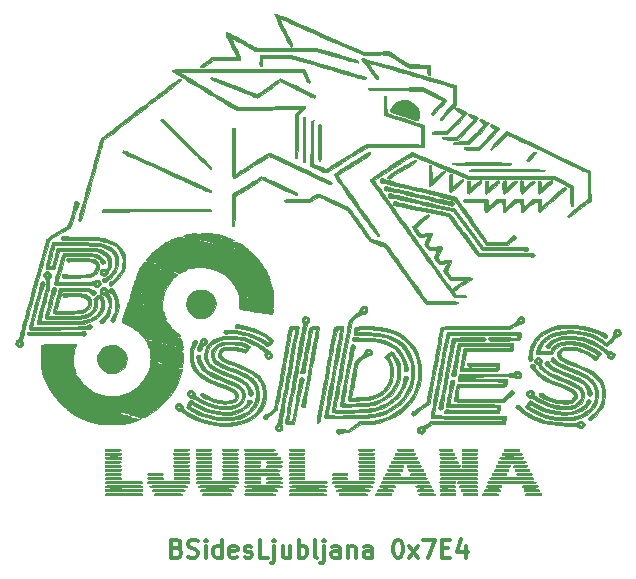
<source format=gto>
G04 #@! TF.GenerationSoftware,KiCad,Pcbnew,(5.0.2)-1*
G04 #@! TF.CreationDate,2020-01-21T20:41:25+01:00*
G04 #@! TF.ProjectId,dragon,64726167-6f6e-42e6-9b69-6361645f7063,rev?*
G04 #@! TF.SameCoordinates,Original*
G04 #@! TF.FileFunction,Legend,Top*
G04 #@! TF.FilePolarity,Positive*
%FSLAX46Y46*%
G04 Gerber Fmt 4.6, Leading zero omitted, Abs format (unit mm)*
G04 Created by KiCad (PCBNEW (5.0.2)-1) date 1/21/2020 8:41:25 PM*
%MOMM*%
%LPD*%
G01*
G04 APERTURE LIST*
%ADD10C,0.300000*%
%ADD11C,0.010000*%
G04 APERTURE END LIST*
D10*
X148000000Y-127392857D02*
X148214285Y-127464285D01*
X148285714Y-127535714D01*
X148357142Y-127678571D01*
X148357142Y-127892857D01*
X148285714Y-128035714D01*
X148214285Y-128107142D01*
X148071428Y-128178571D01*
X147500000Y-128178571D01*
X147500000Y-126678571D01*
X148000000Y-126678571D01*
X148142857Y-126750000D01*
X148214285Y-126821428D01*
X148285714Y-126964285D01*
X148285714Y-127107142D01*
X148214285Y-127250000D01*
X148142857Y-127321428D01*
X148000000Y-127392857D01*
X147500000Y-127392857D01*
X148928571Y-128107142D02*
X149142857Y-128178571D01*
X149500000Y-128178571D01*
X149642857Y-128107142D01*
X149714285Y-128035714D01*
X149785714Y-127892857D01*
X149785714Y-127750000D01*
X149714285Y-127607142D01*
X149642857Y-127535714D01*
X149500000Y-127464285D01*
X149214285Y-127392857D01*
X149071428Y-127321428D01*
X149000000Y-127250000D01*
X148928571Y-127107142D01*
X148928571Y-126964285D01*
X149000000Y-126821428D01*
X149071428Y-126750000D01*
X149214285Y-126678571D01*
X149571428Y-126678571D01*
X149785714Y-126750000D01*
X150428571Y-128178571D02*
X150428571Y-127178571D01*
X150428571Y-126678571D02*
X150357142Y-126750000D01*
X150428571Y-126821428D01*
X150500000Y-126750000D01*
X150428571Y-126678571D01*
X150428571Y-126821428D01*
X151785714Y-128178571D02*
X151785714Y-126678571D01*
X151785714Y-128107142D02*
X151642857Y-128178571D01*
X151357142Y-128178571D01*
X151214285Y-128107142D01*
X151142857Y-128035714D01*
X151071428Y-127892857D01*
X151071428Y-127464285D01*
X151142857Y-127321428D01*
X151214285Y-127250000D01*
X151357142Y-127178571D01*
X151642857Y-127178571D01*
X151785714Y-127250000D01*
X153071428Y-128107142D02*
X152928571Y-128178571D01*
X152642857Y-128178571D01*
X152500000Y-128107142D01*
X152428571Y-127964285D01*
X152428571Y-127392857D01*
X152500000Y-127250000D01*
X152642857Y-127178571D01*
X152928571Y-127178571D01*
X153071428Y-127250000D01*
X153142857Y-127392857D01*
X153142857Y-127535714D01*
X152428571Y-127678571D01*
X153714285Y-128107142D02*
X153857142Y-128178571D01*
X154142857Y-128178571D01*
X154285714Y-128107142D01*
X154357142Y-127964285D01*
X154357142Y-127892857D01*
X154285714Y-127750000D01*
X154142857Y-127678571D01*
X153928571Y-127678571D01*
X153785714Y-127607142D01*
X153714285Y-127464285D01*
X153714285Y-127392857D01*
X153785714Y-127250000D01*
X153928571Y-127178571D01*
X154142857Y-127178571D01*
X154285714Y-127250000D01*
X155714285Y-128178571D02*
X155000000Y-128178571D01*
X155000000Y-126678571D01*
X156214285Y-127178571D02*
X156214285Y-128464285D01*
X156142857Y-128607142D01*
X156000000Y-128678571D01*
X155928571Y-128678571D01*
X156214285Y-126678571D02*
X156142857Y-126750000D01*
X156214285Y-126821428D01*
X156285714Y-126750000D01*
X156214285Y-126678571D01*
X156214285Y-126821428D01*
X157571428Y-127178571D02*
X157571428Y-128178571D01*
X156928571Y-127178571D02*
X156928571Y-127964285D01*
X157000000Y-128107142D01*
X157142857Y-128178571D01*
X157357142Y-128178571D01*
X157500000Y-128107142D01*
X157571428Y-128035714D01*
X158285714Y-128178571D02*
X158285714Y-126678571D01*
X158285714Y-127250000D02*
X158428571Y-127178571D01*
X158714285Y-127178571D01*
X158857142Y-127250000D01*
X158928571Y-127321428D01*
X159000000Y-127464285D01*
X159000000Y-127892857D01*
X158928571Y-128035714D01*
X158857142Y-128107142D01*
X158714285Y-128178571D01*
X158428571Y-128178571D01*
X158285714Y-128107142D01*
X159857142Y-128178571D02*
X159714285Y-128107142D01*
X159642857Y-127964285D01*
X159642857Y-126678571D01*
X160428571Y-127178571D02*
X160428571Y-128464285D01*
X160357142Y-128607142D01*
X160214285Y-128678571D01*
X160142857Y-128678571D01*
X160428571Y-126678571D02*
X160357142Y-126750000D01*
X160428571Y-126821428D01*
X160500000Y-126750000D01*
X160428571Y-126678571D01*
X160428571Y-126821428D01*
X161785714Y-128178571D02*
X161785714Y-127392857D01*
X161714285Y-127250000D01*
X161571428Y-127178571D01*
X161285714Y-127178571D01*
X161142857Y-127250000D01*
X161785714Y-128107142D02*
X161642857Y-128178571D01*
X161285714Y-128178571D01*
X161142857Y-128107142D01*
X161071428Y-127964285D01*
X161071428Y-127821428D01*
X161142857Y-127678571D01*
X161285714Y-127607142D01*
X161642857Y-127607142D01*
X161785714Y-127535714D01*
X162500000Y-127178571D02*
X162500000Y-128178571D01*
X162500000Y-127321428D02*
X162571428Y-127250000D01*
X162714285Y-127178571D01*
X162928571Y-127178571D01*
X163071428Y-127250000D01*
X163142857Y-127392857D01*
X163142857Y-128178571D01*
X164500000Y-128178571D02*
X164500000Y-127392857D01*
X164428571Y-127250000D01*
X164285714Y-127178571D01*
X164000000Y-127178571D01*
X163857142Y-127250000D01*
X164500000Y-128107142D02*
X164357142Y-128178571D01*
X164000000Y-128178571D01*
X163857142Y-128107142D01*
X163785714Y-127964285D01*
X163785714Y-127821428D01*
X163857142Y-127678571D01*
X164000000Y-127607142D01*
X164357142Y-127607142D01*
X164500000Y-127535714D01*
X166642857Y-126678571D02*
X166785714Y-126678571D01*
X166928571Y-126750000D01*
X167000000Y-126821428D01*
X167071428Y-126964285D01*
X167142857Y-127250000D01*
X167142857Y-127607142D01*
X167071428Y-127892857D01*
X167000000Y-128035714D01*
X166928571Y-128107142D01*
X166785714Y-128178571D01*
X166642857Y-128178571D01*
X166500000Y-128107142D01*
X166428571Y-128035714D01*
X166357142Y-127892857D01*
X166285714Y-127607142D01*
X166285714Y-127250000D01*
X166357142Y-126964285D01*
X166428571Y-126821428D01*
X166500000Y-126750000D01*
X166642857Y-126678571D01*
X167642857Y-128178571D02*
X168428571Y-127178571D01*
X167642857Y-127178571D02*
X168428571Y-128178571D01*
X168857142Y-126678571D02*
X169857142Y-126678571D01*
X169214285Y-128178571D01*
X170428571Y-127392857D02*
X170928571Y-127392857D01*
X171142857Y-128178571D02*
X170428571Y-128178571D01*
X170428571Y-126678571D01*
X171142857Y-126678571D01*
X172428571Y-127178571D02*
X172428571Y-128178571D01*
X172071428Y-126607142D02*
X171714285Y-127678571D01*
X172642857Y-127678571D01*
D11*
G04 #@! TO.C,G\002A\002A\002A*
G36*
X145355841Y-106685708D02*
X145340691Y-106708797D01*
X145289166Y-106712389D01*
X145234961Y-106699983D01*
X145258475Y-106681697D01*
X145337869Y-106675641D01*
X145355841Y-106685708D01*
X145355841Y-106685708D01*
G37*
X145355841Y-106685708D02*
X145340691Y-106708797D01*
X145289166Y-106712389D01*
X145234961Y-106699983D01*
X145258475Y-106681697D01*
X145337869Y-106675641D01*
X145355841Y-106685708D01*
G36*
X152257115Y-83727335D02*
X152394844Y-83791533D01*
X152586061Y-83887874D01*
X152813168Y-84007644D01*
X152915965Y-84063352D01*
X153202999Y-84219648D01*
X153509331Y-84385623D01*
X153799842Y-84542294D01*
X154039413Y-84670680D01*
X154056400Y-84679732D01*
X154258920Y-84789219D01*
X154429263Y-84884339D01*
X154546499Y-84953225D01*
X154587260Y-84980780D01*
X154646104Y-84989389D01*
X154796715Y-84997442D01*
X155029261Y-85004772D01*
X155333909Y-85011212D01*
X155700827Y-85016597D01*
X156120182Y-85020760D01*
X156582143Y-85023535D01*
X157076876Y-85024756D01*
X157190785Y-85024800D01*
X159746050Y-85024800D01*
X161054125Y-85403515D01*
X161583825Y-85557003D01*
X162024215Y-85685112D01*
X162383613Y-85790585D01*
X162670341Y-85876164D01*
X162892717Y-85944592D01*
X163059063Y-85998612D01*
X163177697Y-86040966D01*
X163256939Y-86074397D01*
X163305110Y-86101647D01*
X163330529Y-86125460D01*
X163341516Y-86148577D01*
X163343741Y-86158277D01*
X163322436Y-86245723D01*
X163287519Y-86272239D01*
X163223415Y-86264837D01*
X163073484Y-86231351D01*
X162849229Y-86174840D01*
X162562153Y-86098362D01*
X162223759Y-86004979D01*
X161845550Y-85897748D01*
X161472290Y-85789485D01*
X159729851Y-85278800D01*
X157159825Y-85278112D01*
X154589800Y-85277425D01*
X153577966Y-84719378D01*
X153287872Y-84560358D01*
X153028947Y-84420284D01*
X152813884Y-84305868D01*
X152655377Y-84223824D01*
X152566118Y-84180868D01*
X152551187Y-84176279D01*
X152567786Y-84224283D01*
X152622855Y-84349221D01*
X152709830Y-84536955D01*
X152822149Y-84773342D01*
X152953249Y-85044244D01*
X152968998Y-85076489D01*
X153117939Y-85382885D01*
X153225947Y-85611182D01*
X153297628Y-85774104D01*
X153337588Y-85884373D01*
X153350432Y-85954715D01*
X153340767Y-85997852D01*
X153313199Y-86026508D01*
X153312968Y-86026676D01*
X153249815Y-86050274D01*
X153127022Y-86068008D01*
X152935019Y-86080409D01*
X152664236Y-86088010D01*
X152305103Y-86091342D01*
X152144347Y-86091600D01*
X151064513Y-86091600D01*
X150580707Y-86396400D01*
X150348498Y-86540632D01*
X150186536Y-86634020D01*
X150080435Y-86681928D01*
X150015804Y-86689717D01*
X149978257Y-86662751D01*
X149960904Y-86627432D01*
X149947910Y-86574162D01*
X149961923Y-86523341D01*
X150015383Y-86463735D01*
X150120735Y-86384111D01*
X150290420Y-86273235D01*
X150493258Y-86146813D01*
X150993576Y-85837600D01*
X152016988Y-85837600D01*
X152326969Y-85836377D01*
X152599221Y-85832967D01*
X152818590Y-85827752D01*
X152969925Y-85821115D01*
X153038074Y-85813441D01*
X153040400Y-85811692D01*
X153018659Y-85760608D01*
X152957860Y-85632383D01*
X152864635Y-85440625D01*
X152745617Y-85198937D01*
X152607439Y-84920927D01*
X152554613Y-84815233D01*
X152381096Y-84463919D01*
X152253243Y-84192395D01*
X152167988Y-83991300D01*
X152122264Y-83851274D01*
X152113002Y-83762956D01*
X152137135Y-83716986D01*
X152190471Y-83704000D01*
X152257115Y-83727335D01*
X152257115Y-83727335D01*
G37*
X152257115Y-83727335D02*
X152394844Y-83791533D01*
X152586061Y-83887874D01*
X152813168Y-84007644D01*
X152915965Y-84063352D01*
X153202999Y-84219648D01*
X153509331Y-84385623D01*
X153799842Y-84542294D01*
X154039413Y-84670680D01*
X154056400Y-84679732D01*
X154258920Y-84789219D01*
X154429263Y-84884339D01*
X154546499Y-84953225D01*
X154587260Y-84980780D01*
X154646104Y-84989389D01*
X154796715Y-84997442D01*
X155029261Y-85004772D01*
X155333909Y-85011212D01*
X155700827Y-85016597D01*
X156120182Y-85020760D01*
X156582143Y-85023535D01*
X157076876Y-85024756D01*
X157190785Y-85024800D01*
X159746050Y-85024800D01*
X161054125Y-85403515D01*
X161583825Y-85557003D01*
X162024215Y-85685112D01*
X162383613Y-85790585D01*
X162670341Y-85876164D01*
X162892717Y-85944592D01*
X163059063Y-85998612D01*
X163177697Y-86040966D01*
X163256939Y-86074397D01*
X163305110Y-86101647D01*
X163330529Y-86125460D01*
X163341516Y-86148577D01*
X163343741Y-86158277D01*
X163322436Y-86245723D01*
X163287519Y-86272239D01*
X163223415Y-86264837D01*
X163073484Y-86231351D01*
X162849229Y-86174840D01*
X162562153Y-86098362D01*
X162223759Y-86004979D01*
X161845550Y-85897748D01*
X161472290Y-85789485D01*
X159729851Y-85278800D01*
X157159825Y-85278112D01*
X154589800Y-85277425D01*
X153577966Y-84719378D01*
X153287872Y-84560358D01*
X153028947Y-84420284D01*
X152813884Y-84305868D01*
X152655377Y-84223824D01*
X152566118Y-84180868D01*
X152551187Y-84176279D01*
X152567786Y-84224283D01*
X152622855Y-84349221D01*
X152709830Y-84536955D01*
X152822149Y-84773342D01*
X152953249Y-85044244D01*
X152968998Y-85076489D01*
X153117939Y-85382885D01*
X153225947Y-85611182D01*
X153297628Y-85774104D01*
X153337588Y-85884373D01*
X153350432Y-85954715D01*
X153340767Y-85997852D01*
X153313199Y-86026508D01*
X153312968Y-86026676D01*
X153249815Y-86050274D01*
X153127022Y-86068008D01*
X152935019Y-86080409D01*
X152664236Y-86088010D01*
X152305103Y-86091342D01*
X152144347Y-86091600D01*
X151064513Y-86091600D01*
X150580707Y-86396400D01*
X150348498Y-86540632D01*
X150186536Y-86634020D01*
X150080435Y-86681928D01*
X150015804Y-86689717D01*
X149978257Y-86662751D01*
X149960904Y-86627432D01*
X149947910Y-86574162D01*
X149961923Y-86523341D01*
X150015383Y-86463735D01*
X150120735Y-86384111D01*
X150290420Y-86273235D01*
X150493258Y-86146813D01*
X150993576Y-85837600D01*
X152016988Y-85837600D01*
X152326969Y-85836377D01*
X152599221Y-85832967D01*
X152818590Y-85827752D01*
X152969925Y-85821115D01*
X153038074Y-85813441D01*
X153040400Y-85811692D01*
X153018659Y-85760608D01*
X152957860Y-85632383D01*
X152864635Y-85440625D01*
X152745617Y-85198937D01*
X152607439Y-84920927D01*
X152554613Y-84815233D01*
X152381096Y-84463919D01*
X152253243Y-84192395D01*
X152167988Y-83991300D01*
X152122264Y-83851274D01*
X152113002Y-83762956D01*
X152137135Y-83716986D01*
X152190471Y-83704000D01*
X152257115Y-83727335D01*
G36*
X156423289Y-82149508D02*
X156572776Y-82208332D01*
X156800346Y-82302519D01*
X157098709Y-82428916D01*
X157460574Y-82584372D01*
X157878651Y-82765734D01*
X158345651Y-82969849D01*
X158854283Y-83193566D01*
X159397258Y-83433731D01*
X159967285Y-83687192D01*
X160131074Y-83760260D01*
X160706296Y-84016725D01*
X161255574Y-84260973D01*
X161771721Y-84489848D01*
X162247549Y-84700192D01*
X162675872Y-84888850D01*
X163049502Y-85052664D01*
X163361253Y-85188478D01*
X163603937Y-85293135D01*
X163770368Y-85363478D01*
X163853357Y-85396351D01*
X163860800Y-85398425D01*
X163933555Y-85398480D01*
X164090677Y-85394399D01*
X164315044Y-85386767D01*
X164589533Y-85376169D01*
X164897020Y-85363190D01*
X164915096Y-85362395D01*
X165893192Y-85319260D01*
X166159696Y-85484635D01*
X166410472Y-85640341D01*
X166601144Y-85759062D01*
X166757989Y-85857300D01*
X166907286Y-85951556D01*
X167075312Y-86058332D01*
X167213600Y-86146463D01*
X167645400Y-86421800D01*
X169423400Y-86472600D01*
X169438386Y-86874589D01*
X169440635Y-87104643D01*
X169425664Y-87247203D01*
X169391999Y-87315148D01*
X169387586Y-87318311D01*
X169294195Y-87358661D01*
X169228666Y-87327733D01*
X169210380Y-87262216D01*
X169198083Y-87127728D01*
X169194800Y-86997533D01*
X169194800Y-86701200D01*
X167641988Y-86701200D01*
X166731000Y-86142400D01*
X166444030Y-85965084D01*
X166218637Y-85827772D01*
X166035872Y-85726058D01*
X165876787Y-85655536D01*
X165722434Y-85611800D01*
X165553867Y-85590445D01*
X165352138Y-85587064D01*
X165098298Y-85597252D01*
X164773401Y-85616604D01*
X164531877Y-85631045D01*
X163805955Y-85672949D01*
X162042677Y-84888455D01*
X161413489Y-84608511D01*
X160794457Y-84333061D01*
X160193423Y-84065595D01*
X159618229Y-83809604D01*
X159076714Y-83568577D01*
X158576722Y-83346007D01*
X158126092Y-83145383D01*
X157732666Y-82970196D01*
X157404285Y-82823936D01*
X157148791Y-82710095D01*
X156974024Y-82632163D01*
X156915704Y-82606117D01*
X156650808Y-82487677D01*
X156695337Y-82604797D01*
X156730426Y-82683062D01*
X156804012Y-82837318D01*
X156908891Y-83052815D01*
X157037863Y-83314800D01*
X157183727Y-83608522D01*
X157255514Y-83752232D01*
X157402702Y-84051599D01*
X157531137Y-84322997D01*
X157634670Y-84552578D01*
X157707156Y-84726501D01*
X157742448Y-84830919D01*
X157744175Y-84852872D01*
X157676703Y-84913146D01*
X157626014Y-84923200D01*
X157586721Y-84899947D01*
X157528311Y-84825333D01*
X157446748Y-84692075D01*
X157337996Y-84492890D01*
X157198019Y-84220494D01*
X157022782Y-83867604D01*
X156887130Y-83589700D01*
X156722058Y-83247701D01*
X156572549Y-82933812D01*
X156444168Y-82660052D01*
X156342480Y-82438436D01*
X156273052Y-82280982D01*
X156241449Y-82199706D01*
X156240110Y-82192700D01*
X156283787Y-82143766D01*
X156359174Y-82129200D01*
X156423289Y-82149508D01*
X156423289Y-82149508D01*
G37*
X156423289Y-82149508D02*
X156572776Y-82208332D01*
X156800346Y-82302519D01*
X157098709Y-82428916D01*
X157460574Y-82584372D01*
X157878651Y-82765734D01*
X158345651Y-82969849D01*
X158854283Y-83193566D01*
X159397258Y-83433731D01*
X159967285Y-83687192D01*
X160131074Y-83760260D01*
X160706296Y-84016725D01*
X161255574Y-84260973D01*
X161771721Y-84489848D01*
X162247549Y-84700192D01*
X162675872Y-84888850D01*
X163049502Y-85052664D01*
X163361253Y-85188478D01*
X163603937Y-85293135D01*
X163770368Y-85363478D01*
X163853357Y-85396351D01*
X163860800Y-85398425D01*
X163933555Y-85398480D01*
X164090677Y-85394399D01*
X164315044Y-85386767D01*
X164589533Y-85376169D01*
X164897020Y-85363190D01*
X164915096Y-85362395D01*
X165893192Y-85319260D01*
X166159696Y-85484635D01*
X166410472Y-85640341D01*
X166601144Y-85759062D01*
X166757989Y-85857300D01*
X166907286Y-85951556D01*
X167075312Y-86058332D01*
X167213600Y-86146463D01*
X167645400Y-86421800D01*
X169423400Y-86472600D01*
X169438386Y-86874589D01*
X169440635Y-87104643D01*
X169425664Y-87247203D01*
X169391999Y-87315148D01*
X169387586Y-87318311D01*
X169294195Y-87358661D01*
X169228666Y-87327733D01*
X169210380Y-87262216D01*
X169198083Y-87127728D01*
X169194800Y-86997533D01*
X169194800Y-86701200D01*
X167641988Y-86701200D01*
X166731000Y-86142400D01*
X166444030Y-85965084D01*
X166218637Y-85827772D01*
X166035872Y-85726058D01*
X165876787Y-85655536D01*
X165722434Y-85611800D01*
X165553867Y-85590445D01*
X165352138Y-85587064D01*
X165098298Y-85597252D01*
X164773401Y-85616604D01*
X164531877Y-85631045D01*
X163805955Y-85672949D01*
X162042677Y-84888455D01*
X161413489Y-84608511D01*
X160794457Y-84333061D01*
X160193423Y-84065595D01*
X159618229Y-83809604D01*
X159076714Y-83568577D01*
X158576722Y-83346007D01*
X158126092Y-83145383D01*
X157732666Y-82970196D01*
X157404285Y-82823936D01*
X157148791Y-82710095D01*
X156974024Y-82632163D01*
X156915704Y-82606117D01*
X156650808Y-82487677D01*
X156695337Y-82604797D01*
X156730426Y-82683062D01*
X156804012Y-82837318D01*
X156908891Y-83052815D01*
X157037863Y-83314800D01*
X157183727Y-83608522D01*
X157255514Y-83752232D01*
X157402702Y-84051599D01*
X157531137Y-84322997D01*
X157634670Y-84552578D01*
X157707156Y-84726501D01*
X157742448Y-84830919D01*
X157744175Y-84852872D01*
X157676703Y-84913146D01*
X157626014Y-84923200D01*
X157586721Y-84899947D01*
X157528311Y-84825333D01*
X157446748Y-84692075D01*
X157337996Y-84492890D01*
X157198019Y-84220494D01*
X157022782Y-83867604D01*
X156887130Y-83589700D01*
X156722058Y-83247701D01*
X156572549Y-82933812D01*
X156444168Y-82660052D01*
X156342480Y-82438436D01*
X156273052Y-82280982D01*
X156241449Y-82199706D01*
X156240110Y-82192700D01*
X156283787Y-82143766D01*
X156359174Y-82129200D01*
X156423289Y-82149508D01*
G36*
X159455423Y-86165527D02*
X160220846Y-86387162D01*
X160894543Y-86582254D01*
X161482353Y-86752611D01*
X161990112Y-86900038D01*
X162423661Y-87026343D01*
X162788836Y-87133334D01*
X163091477Y-87222815D01*
X163337422Y-87296596D01*
X163532509Y-87356482D01*
X163682577Y-87404280D01*
X163793464Y-87441797D01*
X163871008Y-87470840D01*
X163921048Y-87493217D01*
X163949422Y-87510733D01*
X163961968Y-87525196D01*
X163964525Y-87538413D01*
X163962931Y-87552190D01*
X163962400Y-87560367D01*
X163938094Y-87631599D01*
X163857978Y-87662233D01*
X163711253Y-87652344D01*
X163487123Y-87602007D01*
X163352800Y-87564638D01*
X163159028Y-87508444D01*
X162889958Y-87430264D01*
X162567823Y-87336568D01*
X162214859Y-87233823D01*
X161853301Y-87128497D01*
X161727200Y-87091742D01*
X161360948Y-86984977D01*
X160924722Y-86857819D01*
X160446090Y-86718303D01*
X159952620Y-86574466D01*
X159471878Y-86434342D01*
X159091484Y-86323470D01*
X157598768Y-85888400D01*
X155224800Y-85888400D01*
X155224800Y-86215601D01*
X155217335Y-86420710D01*
X155190390Y-86538752D01*
X155137141Y-86583472D01*
X155050763Y-86568613D01*
X155049696Y-86568205D01*
X155009282Y-86536864D01*
X154986214Y-86467794D01*
X154977567Y-86340794D01*
X154980415Y-86135659D01*
X154981612Y-86098140D01*
X154996200Y-85659800D01*
X157615446Y-85632678D01*
X159455423Y-86165527D01*
X159455423Y-86165527D01*
G37*
X159455423Y-86165527D02*
X160220846Y-86387162D01*
X160894543Y-86582254D01*
X161482353Y-86752611D01*
X161990112Y-86900038D01*
X162423661Y-87026343D01*
X162788836Y-87133334D01*
X163091477Y-87222815D01*
X163337422Y-87296596D01*
X163532509Y-87356482D01*
X163682577Y-87404280D01*
X163793464Y-87441797D01*
X163871008Y-87470840D01*
X163921048Y-87493217D01*
X163949422Y-87510733D01*
X163961968Y-87525196D01*
X163964525Y-87538413D01*
X163962931Y-87552190D01*
X163962400Y-87560367D01*
X163938094Y-87631599D01*
X163857978Y-87662233D01*
X163711253Y-87652344D01*
X163487123Y-87602007D01*
X163352800Y-87564638D01*
X163159028Y-87508444D01*
X162889958Y-87430264D01*
X162567823Y-87336568D01*
X162214859Y-87233823D01*
X161853301Y-87128497D01*
X161727200Y-87091742D01*
X161360948Y-86984977D01*
X160924722Y-86857819D01*
X160446090Y-86718303D01*
X159952620Y-86574466D01*
X159471878Y-86434342D01*
X159091484Y-86323470D01*
X157598768Y-85888400D01*
X155224800Y-85888400D01*
X155224800Y-86215601D01*
X155217335Y-86420710D01*
X155190390Y-86538752D01*
X155137141Y-86583472D01*
X155050763Y-86568613D01*
X155049696Y-86568205D01*
X155009282Y-86536864D01*
X154986214Y-86467794D01*
X154977567Y-86340794D01*
X154980415Y-86135659D01*
X154981612Y-86098140D01*
X154996200Y-85659800D01*
X157615446Y-85632678D01*
X159455423Y-86165527D01*
G36*
X150934268Y-87497116D02*
X151080046Y-87543396D01*
X151298918Y-87620090D01*
X151580354Y-87723318D01*
X151913823Y-87849198D01*
X152288795Y-87993849D01*
X152694740Y-88153388D01*
X152818968Y-88202767D01*
X153231345Y-88366640D01*
X153614929Y-88518177D01*
X153959318Y-88653335D01*
X154254111Y-88768072D01*
X154488907Y-88858345D01*
X154653303Y-88920113D01*
X154736898Y-88949332D01*
X154744647Y-88951146D01*
X154805441Y-88923556D01*
X154927711Y-88847307D01*
X155091940Y-88735077D01*
X155227247Y-88637612D01*
X155670982Y-88313563D01*
X156035993Y-88051928D01*
X156323221Y-87852064D01*
X156533605Y-87713330D01*
X156668086Y-87635082D01*
X156721993Y-87615600D01*
X156785364Y-87637532D01*
X156925515Y-87698856D01*
X157128847Y-87792861D01*
X157381759Y-87912837D01*
X157670651Y-88052072D01*
X157981922Y-88203857D01*
X158301972Y-88361480D01*
X158617200Y-88518231D01*
X158914006Y-88667399D01*
X159178789Y-88802274D01*
X159397949Y-88916146D01*
X159557885Y-89002302D01*
X159644998Y-89054034D01*
X159656274Y-89063400D01*
X159677899Y-89156371D01*
X159613003Y-89222320D01*
X159582928Y-89231023D01*
X159519275Y-89212893D01*
X159376859Y-89154258D01*
X159167525Y-89060579D01*
X158903116Y-88937318D01*
X158595477Y-88789939D01*
X158256450Y-88623902D01*
X158125733Y-88558987D01*
X156746991Y-87871727D01*
X155785807Y-88556463D01*
X155509702Y-88750984D01*
X155258843Y-88923598D01*
X155045700Y-89066059D01*
X154882741Y-89170119D01*
X154782434Y-89227533D01*
X154758011Y-89236221D01*
X154697765Y-89216816D01*
X154553584Y-89163493D01*
X154335784Y-89080268D01*
X154054683Y-88971155D01*
X153720598Y-88840168D01*
X153343848Y-88691321D01*
X152934750Y-88528630D01*
X152761275Y-88459340D01*
X152236351Y-88248106D01*
X151801839Y-88070289D01*
X151452964Y-87923784D01*
X151184950Y-87806484D01*
X150993021Y-87716282D01*
X150872403Y-87651073D01*
X150818320Y-87608748D01*
X150814421Y-87600564D01*
X150836108Y-87512436D01*
X150872113Y-87485134D01*
X150934268Y-87497116D01*
X150934268Y-87497116D01*
G37*
X150934268Y-87497116D02*
X151080046Y-87543396D01*
X151298918Y-87620090D01*
X151580354Y-87723318D01*
X151913823Y-87849198D01*
X152288795Y-87993849D01*
X152694740Y-88153388D01*
X152818968Y-88202767D01*
X153231345Y-88366640D01*
X153614929Y-88518177D01*
X153959318Y-88653335D01*
X154254111Y-88768072D01*
X154488907Y-88858345D01*
X154653303Y-88920113D01*
X154736898Y-88949332D01*
X154744647Y-88951146D01*
X154805441Y-88923556D01*
X154927711Y-88847307D01*
X155091940Y-88735077D01*
X155227247Y-88637612D01*
X155670982Y-88313563D01*
X156035993Y-88051928D01*
X156323221Y-87852064D01*
X156533605Y-87713330D01*
X156668086Y-87635082D01*
X156721993Y-87615600D01*
X156785364Y-87637532D01*
X156925515Y-87698856D01*
X157128847Y-87792861D01*
X157381759Y-87912837D01*
X157670651Y-88052072D01*
X157981922Y-88203857D01*
X158301972Y-88361480D01*
X158617200Y-88518231D01*
X158914006Y-88667399D01*
X159178789Y-88802274D01*
X159397949Y-88916146D01*
X159557885Y-89002302D01*
X159644998Y-89054034D01*
X159656274Y-89063400D01*
X159677899Y-89156371D01*
X159613003Y-89222320D01*
X159582928Y-89231023D01*
X159519275Y-89212893D01*
X159376859Y-89154258D01*
X159167525Y-89060579D01*
X158903116Y-88937318D01*
X158595477Y-88789939D01*
X158256450Y-88623902D01*
X158125733Y-88558987D01*
X156746991Y-87871727D01*
X155785807Y-88556463D01*
X155509702Y-88750984D01*
X155258843Y-88923598D01*
X155045700Y-89066059D01*
X154882741Y-89170119D01*
X154782434Y-89227533D01*
X154758011Y-89236221D01*
X154697765Y-89216816D01*
X154553584Y-89163493D01*
X154335784Y-89080268D01*
X154054683Y-88971155D01*
X153720598Y-88840168D01*
X153343848Y-88691321D01*
X152934750Y-88528630D01*
X152761275Y-88459340D01*
X152236351Y-88248106D01*
X151801839Y-88070289D01*
X151452964Y-87923784D01*
X151184950Y-87806484D01*
X150993021Y-87716282D01*
X150872403Y-87651073D01*
X150818320Y-87608748D01*
X150814421Y-87600564D01*
X150836108Y-87512436D01*
X150872113Y-87485134D01*
X150934268Y-87497116D01*
G36*
X169748632Y-88867842D02*
X170099946Y-89038345D01*
X170367287Y-89173220D01*
X170558988Y-89279287D01*
X170683385Y-89363365D01*
X170748811Y-89432275D01*
X170763601Y-89492836D01*
X170736089Y-89551868D01*
X170674610Y-89616191D01*
X170669197Y-89621115D01*
X170604214Y-89703044D01*
X170596773Y-89757247D01*
X170591812Y-89790581D01*
X170577104Y-89788558D01*
X170527125Y-89819092D01*
X170425463Y-89912542D01*
X170286575Y-90054698D01*
X170124918Y-90231350D01*
X170113247Y-90244500D01*
X169909136Y-90467713D01*
X169757047Y-90615078D01*
X169648396Y-90692292D01*
X169574600Y-90705053D01*
X169527077Y-90659058D01*
X169518410Y-90639345D01*
X169539567Y-90567626D01*
X169628370Y-90432154D01*
X169779683Y-90240072D01*
X169939104Y-90054063D01*
X170106154Y-89862586D01*
X170247332Y-89697251D01*
X170349688Y-89573487D01*
X170400272Y-89506721D01*
X170403178Y-89501181D01*
X170369178Y-89459067D01*
X170266224Y-89396939D01*
X170174578Y-89353721D01*
X170034509Y-89290801D01*
X169830083Y-89195734D01*
X169588152Y-89081140D01*
X169335566Y-88959638D01*
X169321800Y-88952958D01*
X168712200Y-88657000D01*
X166451600Y-88631600D01*
X165913887Y-88625448D01*
X165468981Y-88619855D01*
X165108094Y-88614327D01*
X164822438Y-88608371D01*
X164603227Y-88601493D01*
X164441671Y-88593199D01*
X164328984Y-88582995D01*
X164256378Y-88570389D01*
X164215065Y-88554885D01*
X164196257Y-88535992D01*
X164191167Y-88513213D01*
X164191000Y-88504600D01*
X164193349Y-88480457D01*
X164206247Y-88460411D01*
X164238467Y-88444016D01*
X164298784Y-88430830D01*
X164395972Y-88420407D01*
X164538804Y-88412304D01*
X164736057Y-88406077D01*
X164996502Y-88401281D01*
X165328915Y-88397472D01*
X165742070Y-88394206D01*
X166244741Y-88391040D01*
X166459332Y-88389780D01*
X168727665Y-88376560D01*
X169748632Y-88867842D01*
X169748632Y-88867842D01*
G37*
X169748632Y-88867842D02*
X170099946Y-89038345D01*
X170367287Y-89173220D01*
X170558988Y-89279287D01*
X170683385Y-89363365D01*
X170748811Y-89432275D01*
X170763601Y-89492836D01*
X170736089Y-89551868D01*
X170674610Y-89616191D01*
X170669197Y-89621115D01*
X170604214Y-89703044D01*
X170596773Y-89757247D01*
X170591812Y-89790581D01*
X170577104Y-89788558D01*
X170527125Y-89819092D01*
X170425463Y-89912542D01*
X170286575Y-90054698D01*
X170124918Y-90231350D01*
X170113247Y-90244500D01*
X169909136Y-90467713D01*
X169757047Y-90615078D01*
X169648396Y-90692292D01*
X169574600Y-90705053D01*
X169527077Y-90659058D01*
X169518410Y-90639345D01*
X169539567Y-90567626D01*
X169628370Y-90432154D01*
X169779683Y-90240072D01*
X169939104Y-90054063D01*
X170106154Y-89862586D01*
X170247332Y-89697251D01*
X170349688Y-89573487D01*
X170400272Y-89506721D01*
X170403178Y-89501181D01*
X170369178Y-89459067D01*
X170266224Y-89396939D01*
X170174578Y-89353721D01*
X170034509Y-89290801D01*
X169830083Y-89195734D01*
X169588152Y-89081140D01*
X169335566Y-88959638D01*
X169321800Y-88952958D01*
X168712200Y-88657000D01*
X166451600Y-88631600D01*
X165913887Y-88625448D01*
X165468981Y-88619855D01*
X165108094Y-88614327D01*
X164822438Y-88608371D01*
X164603227Y-88601493D01*
X164441671Y-88593199D01*
X164328984Y-88582995D01*
X164256378Y-88570389D01*
X164215065Y-88554885D01*
X164196257Y-88535992D01*
X164191167Y-88513213D01*
X164191000Y-88504600D01*
X164193349Y-88480457D01*
X164206247Y-88460411D01*
X164238467Y-88444016D01*
X164298784Y-88430830D01*
X164395972Y-88420407D01*
X164538804Y-88412304D01*
X164736057Y-88406077D01*
X164996502Y-88401281D01*
X165328915Y-88397472D01*
X165742070Y-88394206D01*
X166244741Y-88391040D01*
X166459332Y-88389780D01*
X168727665Y-88376560D01*
X169748632Y-88867842D01*
G36*
X163733830Y-85919307D02*
X163879213Y-85955978D01*
X164105674Y-86016451D01*
X164404990Y-86098379D01*
X164768939Y-86199413D01*
X165189298Y-86317208D01*
X165657845Y-86449414D01*
X166166358Y-86593686D01*
X166706614Y-86747675D01*
X167270392Y-86909033D01*
X167849469Y-87075414D01*
X168435623Y-87244470D01*
X169020632Y-87413854D01*
X169596273Y-87581217D01*
X170154324Y-87744213D01*
X170686563Y-87900494D01*
X171184767Y-88047713D01*
X171544300Y-88154697D01*
X171577492Y-88173409D01*
X171601295Y-88216431D01*
X171617235Y-88298489D01*
X171626839Y-88434312D01*
X171631636Y-88638629D01*
X171633154Y-88926167D01*
X171633200Y-89011789D01*
X171630738Y-89290960D01*
X171623930Y-89532253D01*
X171613640Y-89718390D01*
X171600733Y-89832092D01*
X171590791Y-89859266D01*
X171544732Y-89901299D01*
X171443872Y-90007054D01*
X171300111Y-90163614D01*
X171125346Y-90358062D01*
X170978527Y-90523900D01*
X170788448Y-90737272D01*
X170620247Y-90921048D01*
X170485753Y-91062705D01*
X170396795Y-91149717D01*
X170366756Y-91171600D01*
X170302274Y-91137059D01*
X170265376Y-91099950D01*
X170245331Y-91076383D01*
X170234942Y-91052971D01*
X170241625Y-91019679D01*
X170272797Y-90966468D01*
X170335873Y-90883304D01*
X170438269Y-90760147D01*
X170587402Y-90586962D01*
X170790689Y-90353712D01*
X170960100Y-90159726D01*
X171379200Y-89679683D01*
X171379200Y-88381962D01*
X170883900Y-88230725D01*
X170737863Y-88186875D01*
X170505718Y-88118119D01*
X170198944Y-88027818D01*
X169829020Y-87919332D01*
X169407425Y-87796022D01*
X168945640Y-87661249D01*
X168455144Y-87518373D01*
X167947417Y-87370756D01*
X167823200Y-87334683D01*
X167309832Y-87185596D01*
X166808295Y-87039864D01*
X166330472Y-86900944D01*
X165888252Y-86772298D01*
X165493518Y-86657383D01*
X165158158Y-86559660D01*
X164894056Y-86482587D01*
X164713100Y-86429623D01*
X164686300Y-86421747D01*
X164463458Y-86357291D01*
X164281256Y-86306689D01*
X164158705Y-86275073D01*
X164114800Y-86267466D01*
X164143996Y-86310402D01*
X164224555Y-86419796D01*
X164345926Y-86581549D01*
X164497560Y-86781559D01*
X164592573Y-86906081D01*
X164755616Y-87125551D01*
X164891313Y-87320279D01*
X164989576Y-87474800D01*
X165040318Y-87573649D01*
X165044338Y-87598622D01*
X164992160Y-87661961D01*
X164909444Y-87648916D01*
X164791368Y-87556011D01*
X164633111Y-87379768D01*
X164492560Y-87200614D01*
X164316378Y-86969440D01*
X164128848Y-86726177D01*
X163957703Y-86506682D01*
X163873783Y-86400514D01*
X163723802Y-86203983D01*
X163638827Y-86068077D01*
X163613723Y-85979919D01*
X163643356Y-85926631D01*
X163677745Y-85908786D01*
X163733830Y-85919307D01*
X163733830Y-85919307D01*
G37*
X163733830Y-85919307D02*
X163879213Y-85955978D01*
X164105674Y-86016451D01*
X164404990Y-86098379D01*
X164768939Y-86199413D01*
X165189298Y-86317208D01*
X165657845Y-86449414D01*
X166166358Y-86593686D01*
X166706614Y-86747675D01*
X167270392Y-86909033D01*
X167849469Y-87075414D01*
X168435623Y-87244470D01*
X169020632Y-87413854D01*
X169596273Y-87581217D01*
X170154324Y-87744213D01*
X170686563Y-87900494D01*
X171184767Y-88047713D01*
X171544300Y-88154697D01*
X171577492Y-88173409D01*
X171601295Y-88216431D01*
X171617235Y-88298489D01*
X171626839Y-88434312D01*
X171631636Y-88638629D01*
X171633154Y-88926167D01*
X171633200Y-89011789D01*
X171630738Y-89290960D01*
X171623930Y-89532253D01*
X171613640Y-89718390D01*
X171600733Y-89832092D01*
X171590791Y-89859266D01*
X171544732Y-89901299D01*
X171443872Y-90007054D01*
X171300111Y-90163614D01*
X171125346Y-90358062D01*
X170978527Y-90523900D01*
X170788448Y-90737272D01*
X170620247Y-90921048D01*
X170485753Y-91062705D01*
X170396795Y-91149717D01*
X170366756Y-91171600D01*
X170302274Y-91137059D01*
X170265376Y-91099950D01*
X170245331Y-91076383D01*
X170234942Y-91052971D01*
X170241625Y-91019679D01*
X170272797Y-90966468D01*
X170335873Y-90883304D01*
X170438269Y-90760147D01*
X170587402Y-90586962D01*
X170790689Y-90353712D01*
X170960100Y-90159726D01*
X171379200Y-89679683D01*
X171379200Y-88381962D01*
X170883900Y-88230725D01*
X170737863Y-88186875D01*
X170505718Y-88118119D01*
X170198944Y-88027818D01*
X169829020Y-87919332D01*
X169407425Y-87796022D01*
X168945640Y-87661249D01*
X168455144Y-87518373D01*
X167947417Y-87370756D01*
X167823200Y-87334683D01*
X167309832Y-87185596D01*
X166808295Y-87039864D01*
X166330472Y-86900944D01*
X165888252Y-86772298D01*
X165493518Y-86657383D01*
X165158158Y-86559660D01*
X164894056Y-86482587D01*
X164713100Y-86429623D01*
X164686300Y-86421747D01*
X164463458Y-86357291D01*
X164281256Y-86306689D01*
X164158705Y-86275073D01*
X164114800Y-86267466D01*
X164143996Y-86310402D01*
X164224555Y-86419796D01*
X164345926Y-86581549D01*
X164497560Y-86781559D01*
X164592573Y-86906081D01*
X164755616Y-87125551D01*
X164891313Y-87320279D01*
X164989576Y-87474800D01*
X165040318Y-87573649D01*
X165044338Y-87598622D01*
X164992160Y-87661961D01*
X164909444Y-87648916D01*
X164791368Y-87556011D01*
X164633111Y-87379768D01*
X164492560Y-87200614D01*
X164316378Y-86969440D01*
X164128848Y-86726177D01*
X163957703Y-86506682D01*
X163873783Y-86400514D01*
X163723802Y-86203983D01*
X163638827Y-86068077D01*
X163613723Y-85979919D01*
X163643356Y-85926631D01*
X163677745Y-85908786D01*
X163733830Y-85919307D01*
G36*
X167490707Y-89479812D02*
X167806313Y-89587487D01*
X168083810Y-89768753D01*
X168303188Y-90015764D01*
X168364526Y-90120127D01*
X168423899Y-90284570D01*
X168458192Y-90482776D01*
X168468516Y-90691413D01*
X168455984Y-90887149D01*
X168421707Y-91046651D01*
X168366797Y-91146585D01*
X168314560Y-91168530D01*
X168248561Y-91151404D01*
X168104255Y-91106019D01*
X167899078Y-91038111D01*
X167650465Y-90953415D01*
X167467600Y-90889897D01*
X167173204Y-90787159D01*
X166885324Y-90687210D01*
X166629532Y-90598894D01*
X166431400Y-90531052D01*
X166362700Y-90507825D01*
X166169747Y-90432731D01*
X166069159Y-90356422D01*
X166053402Y-90259164D01*
X166114941Y-90121226D01*
X166177587Y-90022988D01*
X166374637Y-89780382D01*
X166600484Y-89613439D01*
X166825219Y-89516616D01*
X167157006Y-89453573D01*
X167490707Y-89479812D01*
X167490707Y-89479812D01*
G37*
X167490707Y-89479812D02*
X167806313Y-89587487D01*
X168083810Y-89768753D01*
X168303188Y-90015764D01*
X168364526Y-90120127D01*
X168423899Y-90284570D01*
X168458192Y-90482776D01*
X168468516Y-90691413D01*
X168455984Y-90887149D01*
X168421707Y-91046651D01*
X168366797Y-91146585D01*
X168314560Y-91168530D01*
X168248561Y-91151404D01*
X168104255Y-91106019D01*
X167899078Y-91038111D01*
X167650465Y-90953415D01*
X167467600Y-90889897D01*
X167173204Y-90787159D01*
X166885324Y-90687210D01*
X166629532Y-90598894D01*
X166431400Y-90531052D01*
X166362700Y-90507825D01*
X166169747Y-90432731D01*
X166069159Y-90356422D01*
X166053402Y-90259164D01*
X166114941Y-90121226D01*
X166177587Y-90022988D01*
X166374637Y-89780382D01*
X166600484Y-89613439D01*
X166825219Y-89516616D01*
X167157006Y-89453573D01*
X167490707Y-89479812D01*
G36*
X159593600Y-91146200D02*
X159568200Y-91171600D01*
X159542800Y-91146200D01*
X159568200Y-91120800D01*
X159593600Y-91146200D01*
X159593600Y-91146200D01*
G37*
X159593600Y-91146200D02*
X159568200Y-91171600D01*
X159542800Y-91146200D01*
X159568200Y-91120800D01*
X159593600Y-91146200D01*
G36*
X171622154Y-90084300D02*
X171763263Y-90129670D01*
X171949643Y-90203336D01*
X172085201Y-90263048D01*
X172309663Y-90370669D01*
X172451363Y-90451754D01*
X172522922Y-90514765D01*
X172537338Y-90566150D01*
X172498615Y-90626567D01*
X172398281Y-90747411D01*
X172246613Y-90917313D01*
X172053891Y-91124907D01*
X171830393Y-91358824D01*
X171695114Y-91497597D01*
X170868028Y-92340000D01*
X170233019Y-92340000D01*
X169957726Y-92337729D01*
X169768703Y-92329786D01*
X169650697Y-92314475D01*
X169588456Y-92290100D01*
X169569704Y-92266232D01*
X169555510Y-92192732D01*
X169587575Y-92141814D01*
X169678788Y-92109647D01*
X169842038Y-92092404D01*
X170090213Y-92086255D01*
X170176378Y-92086000D01*
X170745561Y-92086000D01*
X171443380Y-91386842D01*
X171659158Y-91168094D01*
X171847823Y-90971945D01*
X171998343Y-90810271D01*
X172099686Y-90694943D01*
X172140822Y-90637837D01*
X172141200Y-90635745D01*
X172098870Y-90589508D01*
X171987298Y-90515991D01*
X171829606Y-90430234D01*
X171811000Y-90420977D01*
X171612188Y-90307601D01*
X171501361Y-90208784D01*
X171481862Y-90128941D01*
X171549362Y-90075301D01*
X171622154Y-90084300D01*
X171622154Y-90084300D01*
G37*
X171622154Y-90084300D02*
X171763263Y-90129670D01*
X171949643Y-90203336D01*
X172085201Y-90263048D01*
X172309663Y-90370669D01*
X172451363Y-90451754D01*
X172522922Y-90514765D01*
X172537338Y-90566150D01*
X172498615Y-90626567D01*
X172398281Y-90747411D01*
X172246613Y-90917313D01*
X172053891Y-91124907D01*
X171830393Y-91358824D01*
X171695114Y-91497597D01*
X170868028Y-92340000D01*
X170233019Y-92340000D01*
X169957726Y-92337729D01*
X169768703Y-92329786D01*
X169650697Y-92314475D01*
X169588456Y-92290100D01*
X169569704Y-92266232D01*
X169555510Y-92192732D01*
X169587575Y-92141814D01*
X169678788Y-92109647D01*
X169842038Y-92092404D01*
X170090213Y-92086255D01*
X170176378Y-92086000D01*
X170745561Y-92086000D01*
X171443380Y-91386842D01*
X171659158Y-91168094D01*
X171847823Y-90971945D01*
X171998343Y-90810271D01*
X172099686Y-90694943D01*
X172140822Y-90637837D01*
X172141200Y-90635745D01*
X172098870Y-90589508D01*
X171987298Y-90515991D01*
X171829606Y-90430234D01*
X171811000Y-90420977D01*
X171612188Y-90307601D01*
X171501361Y-90208784D01*
X171481862Y-90128941D01*
X171549362Y-90075301D01*
X171622154Y-90084300D01*
G36*
X172803292Y-90638453D02*
X172940147Y-90681459D01*
X173102017Y-90749216D01*
X173260844Y-90828494D01*
X173388570Y-90906062D01*
X173457135Y-90968690D01*
X173462000Y-90983537D01*
X173427960Y-91038992D01*
X173332392Y-91155785D01*
X173185122Y-91322925D01*
X172995974Y-91529424D01*
X172774775Y-91764292D01*
X172618888Y-91926523D01*
X171775777Y-92797200D01*
X171183788Y-92793189D01*
X170944328Y-92789499D01*
X170739705Y-92782494D01*
X170592794Y-92773209D01*
X170528300Y-92763556D01*
X170475035Y-92697542D01*
X170464800Y-92640566D01*
X170471778Y-92599073D01*
X170504013Y-92571455D01*
X170578448Y-92554992D01*
X170712032Y-92546967D01*
X170921708Y-92544660D01*
X171061700Y-92544805D01*
X171658600Y-92546411D01*
X172380000Y-91795505D01*
X173101401Y-91044600D01*
X172875300Y-90929326D01*
X172725704Y-90832480D01*
X172654699Y-90740417D01*
X172668619Y-90665171D01*
X172719511Y-90633430D01*
X172803292Y-90638453D01*
X172803292Y-90638453D01*
G37*
X172803292Y-90638453D02*
X172940147Y-90681459D01*
X173102017Y-90749216D01*
X173260844Y-90828494D01*
X173388570Y-90906062D01*
X173457135Y-90968690D01*
X173462000Y-90983537D01*
X173427960Y-91038992D01*
X173332392Y-91155785D01*
X173185122Y-91322925D01*
X172995974Y-91529424D01*
X172774775Y-91764292D01*
X172618888Y-91926523D01*
X171775777Y-92797200D01*
X171183788Y-92793189D01*
X170944328Y-92789499D01*
X170739705Y-92782494D01*
X170592794Y-92773209D01*
X170528300Y-92763556D01*
X170475035Y-92697542D01*
X170464800Y-92640566D01*
X170471778Y-92599073D01*
X170504013Y-92571455D01*
X170578448Y-92554992D01*
X170712032Y-92546967D01*
X170921708Y-92544660D01*
X171061700Y-92544805D01*
X171658600Y-92546411D01*
X172380000Y-91795505D01*
X173101401Y-91044600D01*
X172875300Y-90929326D01*
X172725704Y-90832480D01*
X172654699Y-90740417D01*
X172668619Y-90665171D01*
X172719511Y-90633430D01*
X172803292Y-90638453D01*
G36*
X173728903Y-91090269D02*
X173870618Y-91128506D01*
X174034738Y-91191184D01*
X174192582Y-91265824D01*
X174315465Y-91339947D01*
X174374706Y-91401073D01*
X174376400Y-91410094D01*
X174342559Y-91466599D01*
X174247614Y-91584605D01*
X174101432Y-91752912D01*
X173913879Y-91960317D01*
X173694821Y-92195619D01*
X173553663Y-92344178D01*
X172730926Y-93203600D01*
X172078868Y-93203600D01*
X171799643Y-93201423D01*
X171606853Y-93193802D01*
X171485405Y-93179100D01*
X171420206Y-93155681D01*
X171398504Y-93129832D01*
X171384292Y-93056461D01*
X171416167Y-93005592D01*
X171507014Y-92973413D01*
X171669717Y-92956113D01*
X171917163Y-92949881D01*
X172007875Y-92949600D01*
X172579754Y-92949600D01*
X173280481Y-92243965D01*
X173496128Y-92024875D01*
X173684698Y-91829600D01*
X173835294Y-91669731D01*
X173937017Y-91556859D01*
X173978970Y-91502576D01*
X173979469Y-91500475D01*
X173938163Y-91454570D01*
X173836449Y-91384175D01*
X173787314Y-91355209D01*
X173635472Y-91251588D01*
X173575531Y-91165898D01*
X173609985Y-91102597D01*
X173638278Y-91088954D01*
X173728903Y-91090269D01*
X173728903Y-91090269D01*
G37*
X173728903Y-91090269D02*
X173870618Y-91128506D01*
X174034738Y-91191184D01*
X174192582Y-91265824D01*
X174315465Y-91339947D01*
X174374706Y-91401073D01*
X174376400Y-91410094D01*
X174342559Y-91466599D01*
X174247614Y-91584605D01*
X174101432Y-91752912D01*
X173913879Y-91960317D01*
X173694821Y-92195619D01*
X173553663Y-92344178D01*
X172730926Y-93203600D01*
X172078868Y-93203600D01*
X171799643Y-93201423D01*
X171606853Y-93193802D01*
X171485405Y-93179100D01*
X171420206Y-93155681D01*
X171398504Y-93129832D01*
X171384292Y-93056461D01*
X171416167Y-93005592D01*
X171507014Y-92973413D01*
X171669717Y-92956113D01*
X171917163Y-92949881D01*
X172007875Y-92949600D01*
X172579754Y-92949600D01*
X173280481Y-92243965D01*
X173496128Y-92024875D01*
X173684698Y-91829600D01*
X173835294Y-91669731D01*
X173937017Y-91556859D01*
X173978970Y-91502576D01*
X173979469Y-91500475D01*
X173938163Y-91454570D01*
X173836449Y-91384175D01*
X173787314Y-91355209D01*
X173635472Y-91251588D01*
X173575531Y-91165898D01*
X173609985Y-91102597D01*
X173638278Y-91088954D01*
X173728903Y-91090269D01*
G36*
X174633240Y-91501788D02*
X174770806Y-91544979D01*
X174932955Y-91613266D01*
X175091631Y-91693317D01*
X175218778Y-91771796D01*
X175286340Y-91835369D01*
X175290800Y-91849922D01*
X175256667Y-91906104D01*
X175160844Y-92023407D01*
X175013187Y-92190821D01*
X174823557Y-92397334D01*
X174601813Y-92631937D01*
X174446458Y-92792908D01*
X173602117Y-93660800D01*
X173011358Y-93656789D01*
X172772144Y-93653093D01*
X172567776Y-93646076D01*
X172421156Y-93636777D01*
X172357100Y-93627156D01*
X172303835Y-93561142D01*
X172293600Y-93504166D01*
X172300591Y-93462668D01*
X172332864Y-93435032D01*
X172407362Y-93418529D01*
X172541032Y-93410431D01*
X172750818Y-93408012D01*
X172890500Y-93408081D01*
X173487400Y-93409362D01*
X174211823Y-92659951D01*
X174936247Y-91910540D01*
X174707123Y-91794096D01*
X174556092Y-91696970D01*
X174483847Y-91604853D01*
X174496672Y-91529498D01*
X174548311Y-91497030D01*
X174633240Y-91501788D01*
X174633240Y-91501788D01*
G37*
X174633240Y-91501788D02*
X174770806Y-91544979D01*
X174932955Y-91613266D01*
X175091631Y-91693317D01*
X175218778Y-91771796D01*
X175286340Y-91835369D01*
X175290800Y-91849922D01*
X175256667Y-91906104D01*
X175160844Y-92023407D01*
X175013187Y-92190821D01*
X174823557Y-92397334D01*
X174601813Y-92631937D01*
X174446458Y-92792908D01*
X173602117Y-93660800D01*
X173011358Y-93656789D01*
X172772144Y-93653093D01*
X172567776Y-93646076D01*
X172421156Y-93636777D01*
X172357100Y-93627156D01*
X172303835Y-93561142D01*
X172293600Y-93504166D01*
X172300591Y-93462668D01*
X172332864Y-93435032D01*
X172407362Y-93418529D01*
X172541032Y-93410431D01*
X172750818Y-93408012D01*
X172890500Y-93408081D01*
X173487400Y-93409362D01*
X174211823Y-92659951D01*
X174936247Y-91910540D01*
X174707123Y-91794096D01*
X174556092Y-91696970D01*
X174483847Y-91604853D01*
X174496672Y-91529498D01*
X174548311Y-91497030D01*
X174633240Y-91501788D01*
G36*
X158997825Y-87285850D02*
X159125964Y-87554703D01*
X159203272Y-87747202D01*
X159231802Y-87873742D01*
X159213606Y-87944723D01*
X159150735Y-87970541D01*
X159133104Y-87971200D01*
X159071571Y-87950241D01*
X159005146Y-87877496D01*
X158923321Y-87738160D01*
X158824414Y-87536312D01*
X158729826Y-87344929D01*
X158644667Y-87191279D01*
X158581460Y-87097118D01*
X158561009Y-87078721D01*
X158502939Y-87075697D01*
X158350124Y-87073045D01*
X158109421Y-87070776D01*
X157787683Y-87068904D01*
X157391766Y-87067440D01*
X156928525Y-87066398D01*
X156404815Y-87065790D01*
X155827492Y-87065629D01*
X155203410Y-87065927D01*
X154539424Y-87066697D01*
X153842390Y-87067951D01*
X153345200Y-87069108D01*
X148189000Y-87082200D01*
X149332000Y-87772849D01*
X149698369Y-87994353D01*
X150124493Y-88252196D01*
X150583286Y-88529975D01*
X151047664Y-88811288D01*
X151490541Y-89079734D01*
X151795800Y-89264882D01*
X153116600Y-90066265D01*
X155936000Y-89991837D01*
X156556367Y-89975794D01*
X157082736Y-89963024D01*
X157522654Y-89953511D01*
X157883668Y-89947239D01*
X158173326Y-89944194D01*
X158399177Y-89944358D01*
X158568767Y-89947718D01*
X158689645Y-89954256D01*
X158769359Y-89963959D01*
X158815456Y-89976809D01*
X158829959Y-89985878D01*
X158856637Y-90027349D01*
X158843816Y-90083118D01*
X158781490Y-90168940D01*
X158659656Y-90300567D01*
X158575959Y-90385794D01*
X158247400Y-90717240D01*
X158222000Y-92531257D01*
X158214801Y-93013824D01*
X158207737Y-93404325D01*
X158200264Y-93712292D01*
X158191840Y-93947255D01*
X158181923Y-94118748D01*
X158169971Y-94236301D01*
X158155441Y-94309446D01*
X158137791Y-94347714D01*
X158117922Y-94360393D01*
X158027611Y-94354101D01*
X158003622Y-94339889D01*
X157995436Y-94282583D01*
X157987912Y-94135301D01*
X157981273Y-93909667D01*
X157975741Y-93617305D01*
X157971537Y-93269838D01*
X157968883Y-92878891D01*
X157968000Y-92473156D01*
X157968000Y-90642045D01*
X158181776Y-90424222D01*
X158395553Y-90206400D01*
X158092876Y-90205344D01*
X157980169Y-90206420D01*
X157777628Y-90209918D01*
X157496981Y-90215578D01*
X157149959Y-90223138D01*
X156748292Y-90232336D01*
X156303710Y-90242911D01*
X155827942Y-90254603D01*
X155423731Y-90264815D01*
X153057262Y-90325340D01*
X152248731Y-89839487D01*
X151994557Y-89686705D01*
X151764160Y-89548079D01*
X151545610Y-89416386D01*
X151326977Y-89284405D01*
X151096333Y-89144911D01*
X150841746Y-88990682D01*
X150551288Y-88814495D01*
X150213029Y-88609128D01*
X149815039Y-88367357D01*
X149345390Y-88081959D01*
X149205000Y-87996637D01*
X148866400Y-87790893D01*
X148548709Y-87597942D01*
X148264320Y-87425303D01*
X148025625Y-87280495D01*
X147845014Y-87171037D01*
X147734881Y-87104451D01*
X147716622Y-87093471D01*
X147603463Y-87002516D01*
X147564044Y-86917695D01*
X147564917Y-86910620D01*
X147573599Y-86897668D01*
X147598064Y-86886097D01*
X147643839Y-86875812D01*
X147716448Y-86866720D01*
X147821418Y-86858726D01*
X147964276Y-86851737D01*
X148150546Y-86845658D01*
X148385756Y-86840395D01*
X148675431Y-86835855D01*
X149025097Y-86831943D01*
X149440280Y-86828566D01*
X149926507Y-86825629D01*
X150489303Y-86823038D01*
X151134195Y-86820700D01*
X151866708Y-86818520D01*
X152692369Y-86816405D01*
X153169219Y-86815278D01*
X158757650Y-86802357D01*
X158997825Y-87285850D01*
X158997825Y-87285850D01*
G37*
X158997825Y-87285850D02*
X159125964Y-87554703D01*
X159203272Y-87747202D01*
X159231802Y-87873742D01*
X159213606Y-87944723D01*
X159150735Y-87970541D01*
X159133104Y-87971200D01*
X159071571Y-87950241D01*
X159005146Y-87877496D01*
X158923321Y-87738160D01*
X158824414Y-87536312D01*
X158729826Y-87344929D01*
X158644667Y-87191279D01*
X158581460Y-87097118D01*
X158561009Y-87078721D01*
X158502939Y-87075697D01*
X158350124Y-87073045D01*
X158109421Y-87070776D01*
X157787683Y-87068904D01*
X157391766Y-87067440D01*
X156928525Y-87066398D01*
X156404815Y-87065790D01*
X155827492Y-87065629D01*
X155203410Y-87065927D01*
X154539424Y-87066697D01*
X153842390Y-87067951D01*
X153345200Y-87069108D01*
X148189000Y-87082200D01*
X149332000Y-87772849D01*
X149698369Y-87994353D01*
X150124493Y-88252196D01*
X150583286Y-88529975D01*
X151047664Y-88811288D01*
X151490541Y-89079734D01*
X151795800Y-89264882D01*
X153116600Y-90066265D01*
X155936000Y-89991837D01*
X156556367Y-89975794D01*
X157082736Y-89963024D01*
X157522654Y-89953511D01*
X157883668Y-89947239D01*
X158173326Y-89944194D01*
X158399177Y-89944358D01*
X158568767Y-89947718D01*
X158689645Y-89954256D01*
X158769359Y-89963959D01*
X158815456Y-89976809D01*
X158829959Y-89985878D01*
X158856637Y-90027349D01*
X158843816Y-90083118D01*
X158781490Y-90168940D01*
X158659656Y-90300567D01*
X158575959Y-90385794D01*
X158247400Y-90717240D01*
X158222000Y-92531257D01*
X158214801Y-93013824D01*
X158207737Y-93404325D01*
X158200264Y-93712292D01*
X158191840Y-93947255D01*
X158181923Y-94118748D01*
X158169971Y-94236301D01*
X158155441Y-94309446D01*
X158137791Y-94347714D01*
X158117922Y-94360393D01*
X158027611Y-94354101D01*
X158003622Y-94339889D01*
X157995436Y-94282583D01*
X157987912Y-94135301D01*
X157981273Y-93909667D01*
X157975741Y-93617305D01*
X157971537Y-93269838D01*
X157968883Y-92878891D01*
X157968000Y-92473156D01*
X157968000Y-90642045D01*
X158181776Y-90424222D01*
X158395553Y-90206400D01*
X158092876Y-90205344D01*
X157980169Y-90206420D01*
X157777628Y-90209918D01*
X157496981Y-90215578D01*
X157149959Y-90223138D01*
X156748292Y-90232336D01*
X156303710Y-90242911D01*
X155827942Y-90254603D01*
X155423731Y-90264815D01*
X153057262Y-90325340D01*
X152248731Y-89839487D01*
X151994557Y-89686705D01*
X151764160Y-89548079D01*
X151545610Y-89416386D01*
X151326977Y-89284405D01*
X151096333Y-89144911D01*
X150841746Y-88990682D01*
X150551288Y-88814495D01*
X150213029Y-88609128D01*
X149815039Y-88367357D01*
X149345390Y-88081959D01*
X149205000Y-87996637D01*
X148866400Y-87790893D01*
X148548709Y-87597942D01*
X148264320Y-87425303D01*
X148025625Y-87280495D01*
X147845014Y-87171037D01*
X147734881Y-87104451D01*
X147716622Y-87093471D01*
X147603463Y-87002516D01*
X147564044Y-86917695D01*
X147564917Y-86910620D01*
X147573599Y-86897668D01*
X147598064Y-86886097D01*
X147643839Y-86875812D01*
X147716448Y-86866720D01*
X147821418Y-86858726D01*
X147964276Y-86851737D01*
X148150546Y-86845658D01*
X148385756Y-86840395D01*
X148675431Y-86835855D01*
X149025097Y-86831943D01*
X149440280Y-86828566D01*
X149926507Y-86825629D01*
X150489303Y-86823038D01*
X151134195Y-86820700D01*
X151866708Y-86818520D01*
X152692369Y-86816405D01*
X153169219Y-86815278D01*
X158757650Y-86802357D01*
X158997825Y-87285850D01*
G36*
X160105277Y-91513442D02*
X160133455Y-91524307D01*
X160155599Y-91547722D01*
X160172309Y-91594548D01*
X160184185Y-91675646D01*
X160191827Y-91801877D01*
X160195835Y-91984101D01*
X160196809Y-92233179D01*
X160195349Y-92559972D01*
X160192055Y-92975341D01*
X160191235Y-93069338D01*
X160186838Y-93508844D01*
X160181813Y-93857138D01*
X160175543Y-94124606D01*
X160167408Y-94321638D01*
X160156788Y-94458619D01*
X160143064Y-94545939D01*
X160125618Y-94593983D01*
X160103829Y-94613141D01*
X160099122Y-94614377D01*
X160008814Y-94608100D01*
X159984822Y-94593889D01*
X159975912Y-94536149D01*
X159968236Y-94392213D01*
X159961830Y-94177467D01*
X159956730Y-93907293D01*
X159952973Y-93597076D01*
X159950595Y-93262200D01*
X159949633Y-92918050D01*
X159950123Y-92580008D01*
X159952101Y-92263460D01*
X159955603Y-91983789D01*
X159960667Y-91756380D01*
X159967329Y-91596616D01*
X159975624Y-91519882D01*
X159977541Y-91515791D01*
X160043884Y-91503734D01*
X160105277Y-91513442D01*
X160105277Y-91513442D01*
G37*
X160105277Y-91513442D02*
X160133455Y-91524307D01*
X160155599Y-91547722D01*
X160172309Y-91594548D01*
X160184185Y-91675646D01*
X160191827Y-91801877D01*
X160195835Y-91984101D01*
X160196809Y-92233179D01*
X160195349Y-92559972D01*
X160192055Y-92975341D01*
X160191235Y-93069338D01*
X160186838Y-93508844D01*
X160181813Y-93857138D01*
X160175543Y-94124606D01*
X160167408Y-94321638D01*
X160156788Y-94458619D01*
X160143064Y-94545939D01*
X160125618Y-94593983D01*
X160103829Y-94613141D01*
X160099122Y-94614377D01*
X160008814Y-94608100D01*
X159984822Y-94593889D01*
X159975912Y-94536149D01*
X159968236Y-94392213D01*
X159961830Y-94177467D01*
X159956730Y-93907293D01*
X159952973Y-93597076D01*
X159950595Y-93262200D01*
X159949633Y-92918050D01*
X159950123Y-92580008D01*
X159952101Y-92263460D01*
X159955603Y-91983789D01*
X159960667Y-91756380D01*
X159967329Y-91596616D01*
X159975624Y-91519882D01*
X159977541Y-91515791D01*
X160043884Y-91503734D01*
X160105277Y-91513442D01*
G36*
X178352996Y-93858742D02*
X178362834Y-93928484D01*
X178302085Y-94040360D01*
X178167170Y-94202355D01*
X178051348Y-94324658D01*
X177890148Y-94487444D01*
X177781601Y-94586626D01*
X177708962Y-94632801D01*
X177655483Y-94636569D01*
X177604416Y-94608528D01*
X177603666Y-94607981D01*
X177551786Y-94563088D01*
X177544187Y-94516991D01*
X177589154Y-94446191D01*
X177694974Y-94327187D01*
X177707435Y-94313667D01*
X177905882Y-94101874D01*
X178050258Y-93957173D01*
X178152413Y-93869342D01*
X178224197Y-93828163D01*
X178276149Y-93823149D01*
X178352996Y-93858742D01*
X178352996Y-93858742D01*
G37*
X178352996Y-93858742D02*
X178362834Y-93928484D01*
X178302085Y-94040360D01*
X178167170Y-94202355D01*
X178051348Y-94324658D01*
X177890148Y-94487444D01*
X177781601Y-94586626D01*
X177708962Y-94632801D01*
X177655483Y-94636569D01*
X177604416Y-94608528D01*
X177603666Y-94607981D01*
X177551786Y-94563088D01*
X177544187Y-94516991D01*
X177589154Y-94446191D01*
X177694974Y-94327187D01*
X177707435Y-94313667D01*
X177905882Y-94101874D01*
X178050258Y-93957173D01*
X178152413Y-93869342D01*
X178224197Y-93828163D01*
X178276149Y-93823149D01*
X178352996Y-93858742D01*
G36*
X158781676Y-90894755D02*
X158802981Y-90908849D01*
X158819836Y-90944118D01*
X158832762Y-91010202D01*
X158842281Y-91116739D01*
X158848913Y-91273367D01*
X158853178Y-91489724D01*
X158855599Y-91775450D01*
X158856696Y-92140183D01*
X158856990Y-92593560D01*
X158857000Y-92771800D01*
X158857000Y-94651400D01*
X158742078Y-94667714D01*
X158627156Y-94684029D01*
X158640478Y-92788114D01*
X158644053Y-92299675D01*
X158647610Y-91903240D01*
X158651732Y-91589211D01*
X158656999Y-91347995D01*
X158663993Y-91169997D01*
X158673296Y-91045619D01*
X158685490Y-90965268D01*
X158701156Y-90919348D01*
X158720875Y-90898264D01*
X158745230Y-90892420D01*
X158755400Y-90892200D01*
X158781676Y-90894755D01*
X158781676Y-90894755D01*
G37*
X158781676Y-90894755D02*
X158802981Y-90908849D01*
X158819836Y-90944118D01*
X158832762Y-91010202D01*
X158842281Y-91116739D01*
X158848913Y-91273367D01*
X158853178Y-91489724D01*
X158855599Y-91775450D01*
X158856696Y-92140183D01*
X158856990Y-92593560D01*
X158857000Y-92771800D01*
X158857000Y-94651400D01*
X158742078Y-94667714D01*
X158627156Y-94684029D01*
X158640478Y-92788114D01*
X158644053Y-92299675D01*
X158647610Y-91903240D01*
X158651732Y-91589211D01*
X158656999Y-91347995D01*
X158663993Y-91169997D01*
X158673296Y-91045619D01*
X158685490Y-90965268D01*
X158701156Y-90919348D01*
X158720875Y-90898264D01*
X158745230Y-90892420D01*
X158755400Y-90892200D01*
X158781676Y-90894755D01*
G36*
X174364438Y-94727989D02*
X174845446Y-94729309D01*
X175240716Y-94731787D01*
X175558178Y-94735650D01*
X175805762Y-94741127D01*
X175991397Y-94748444D01*
X176123013Y-94757829D01*
X176208540Y-94769509D01*
X176255909Y-94783713D01*
X176272464Y-94798833D01*
X176279873Y-94880202D01*
X176269433Y-94900433D01*
X176211180Y-94909327D01*
X176063749Y-94916707D01*
X175839130Y-94922621D01*
X175549309Y-94927119D01*
X175206274Y-94930250D01*
X174822015Y-94932063D01*
X174408517Y-94932608D01*
X173977771Y-94931934D01*
X173541764Y-94930091D01*
X173112483Y-94927127D01*
X172701917Y-94923093D01*
X172322053Y-94918037D01*
X171984881Y-94912008D01*
X171702387Y-94905057D01*
X171486561Y-94897232D01*
X171349389Y-94888582D01*
X171303000Y-94880000D01*
X171295573Y-94794356D01*
X171303000Y-94778400D01*
X171361830Y-94765526D01*
X171519507Y-94754432D01*
X171773291Y-94745174D01*
X172120441Y-94737809D01*
X172558220Y-94732390D01*
X173083886Y-94728976D01*
X173694702Y-94727622D01*
X173789763Y-94727600D01*
X174364438Y-94727989D01*
X174364438Y-94727989D01*
G37*
X174364438Y-94727989D02*
X174845446Y-94729309D01*
X175240716Y-94731787D01*
X175558178Y-94735650D01*
X175805762Y-94741127D01*
X175991397Y-94748444D01*
X176123013Y-94757829D01*
X176208540Y-94769509D01*
X176255909Y-94783713D01*
X176272464Y-94798833D01*
X176279873Y-94880202D01*
X176269433Y-94900433D01*
X176211180Y-94909327D01*
X176063749Y-94916707D01*
X175839130Y-94922621D01*
X175549309Y-94927119D01*
X175206274Y-94930250D01*
X174822015Y-94932063D01*
X174408517Y-94932608D01*
X173977771Y-94931934D01*
X173541764Y-94930091D01*
X173112483Y-94927127D01*
X172701917Y-94923093D01*
X172322053Y-94918037D01*
X171984881Y-94912008D01*
X171702387Y-94905057D01*
X171486561Y-94897232D01*
X171349389Y-94888582D01*
X171303000Y-94880000D01*
X171295573Y-94794356D01*
X171303000Y-94778400D01*
X171361830Y-94765526D01*
X171519507Y-94754432D01*
X171773291Y-94745174D01*
X172120441Y-94737809D01*
X172558220Y-94732390D01*
X173083886Y-94728976D01*
X173694702Y-94727622D01*
X173789763Y-94727600D01*
X174364438Y-94727989D01*
G36*
X146741753Y-91054000D02*
X146860029Y-91153225D01*
X147033296Y-91309116D01*
X147253704Y-91513910D01*
X147513399Y-91759846D01*
X147804532Y-92039163D01*
X148119250Y-92344099D01*
X148449703Y-92666894D01*
X148788038Y-92999785D01*
X149126404Y-93335012D01*
X149456950Y-93664814D01*
X149771825Y-93981429D01*
X150063176Y-94277095D01*
X150323153Y-94544052D01*
X150543905Y-94774538D01*
X150717578Y-94960793D01*
X150836323Y-95095054D01*
X150892288Y-95169560D01*
X150895583Y-95180127D01*
X150841192Y-95257060D01*
X150804616Y-95271420D01*
X150755516Y-95238804D01*
X150641091Y-95140805D01*
X150468008Y-94983731D01*
X150242931Y-94773892D01*
X149972530Y-94517597D01*
X149663468Y-94221154D01*
X149322414Y-93890873D01*
X148956034Y-93533062D01*
X148658066Y-93240004D01*
X148260082Y-92845851D01*
X147890662Y-92476977D01*
X147555635Y-92139382D01*
X147260831Y-91839071D01*
X147012078Y-91582046D01*
X146815206Y-91374312D01*
X146676043Y-91221870D01*
X146600420Y-91130725D01*
X146587966Y-91108100D01*
X146630139Y-91032874D01*
X146686320Y-91019200D01*
X146741753Y-91054000D01*
X146741753Y-91054000D01*
G37*
X146741753Y-91054000D02*
X146860029Y-91153225D01*
X147033296Y-91309116D01*
X147253704Y-91513910D01*
X147513399Y-91759846D01*
X147804532Y-92039163D01*
X148119250Y-92344099D01*
X148449703Y-92666894D01*
X148788038Y-92999785D01*
X149126404Y-93335012D01*
X149456950Y-93664814D01*
X149771825Y-93981429D01*
X150063176Y-94277095D01*
X150323153Y-94544052D01*
X150543905Y-94774538D01*
X150717578Y-94960793D01*
X150836323Y-95095054D01*
X150892288Y-95169560D01*
X150895583Y-95180127D01*
X150841192Y-95257060D01*
X150804616Y-95271420D01*
X150755516Y-95238804D01*
X150641091Y-95140805D01*
X150468008Y-94983731D01*
X150242931Y-94773892D01*
X149972530Y-94517597D01*
X149663468Y-94221154D01*
X149322414Y-93890873D01*
X148956034Y-93533062D01*
X148658066Y-93240004D01*
X148260082Y-92845851D01*
X147890662Y-92476977D01*
X147555635Y-92139382D01*
X147260831Y-91839071D01*
X147012078Y-91582046D01*
X146815206Y-91374312D01*
X146676043Y-91221870D01*
X146600420Y-91130725D01*
X146587966Y-91108100D01*
X146630139Y-91032874D01*
X146686320Y-91019200D01*
X146741753Y-91054000D01*
G36*
X175155630Y-95296048D02*
X175806710Y-95298294D01*
X175913100Y-95298721D01*
X176570299Y-95301621D01*
X177133004Y-95304701D01*
X177608321Y-95308157D01*
X178003356Y-95312187D01*
X178325215Y-95316988D01*
X178581003Y-95322757D01*
X178777826Y-95329693D01*
X178922791Y-95337992D01*
X179023003Y-95347853D01*
X179085568Y-95359471D01*
X179117593Y-95373046D01*
X179126200Y-95388000D01*
X179116669Y-95403702D01*
X179083315Y-95417239D01*
X179018994Y-95428810D01*
X178916562Y-95438616D01*
X178768877Y-95446858D01*
X178568795Y-95453736D01*
X178309173Y-95459451D01*
X177982868Y-95464204D01*
X177582735Y-95468195D01*
X177101633Y-95471624D01*
X176532416Y-95474693D01*
X175947345Y-95477278D01*
X175388218Y-95479043D01*
X174859347Y-95479675D01*
X174369453Y-95479232D01*
X173927258Y-95477772D01*
X173541481Y-95475350D01*
X173220846Y-95472026D01*
X172974072Y-95467856D01*
X172809882Y-95462898D01*
X172736996Y-95457210D01*
X172734245Y-95456111D01*
X172702007Y-95378688D01*
X172700000Y-95353754D01*
X172714485Y-95339700D01*
X172762417Y-95327793D01*
X172850510Y-95317919D01*
X172985477Y-95309962D01*
X173174033Y-95303808D01*
X173422892Y-95299341D01*
X173738767Y-95296446D01*
X174128372Y-95295010D01*
X174598422Y-95294915D01*
X175155630Y-95296048D01*
X175155630Y-95296048D01*
G37*
X175155630Y-95296048D02*
X175806710Y-95298294D01*
X175913100Y-95298721D01*
X176570299Y-95301621D01*
X177133004Y-95304701D01*
X177608321Y-95308157D01*
X178003356Y-95312187D01*
X178325215Y-95316988D01*
X178581003Y-95322757D01*
X178777826Y-95329693D01*
X178922791Y-95337992D01*
X179023003Y-95347853D01*
X179085568Y-95359471D01*
X179117593Y-95373046D01*
X179126200Y-95388000D01*
X179116669Y-95403702D01*
X179083315Y-95417239D01*
X179018994Y-95428810D01*
X178916562Y-95438616D01*
X178768877Y-95446858D01*
X178568795Y-95453736D01*
X178309173Y-95459451D01*
X177982868Y-95464204D01*
X177582735Y-95468195D01*
X177101633Y-95471624D01*
X176532416Y-95474693D01*
X175947345Y-95477278D01*
X175388218Y-95479043D01*
X174859347Y-95479675D01*
X174369453Y-95479232D01*
X173927258Y-95477772D01*
X173541481Y-95475350D01*
X173220846Y-95472026D01*
X172974072Y-95467856D01*
X172809882Y-95462898D01*
X172736996Y-95457210D01*
X172734245Y-95456111D01*
X172702007Y-95378688D01*
X172700000Y-95353754D01*
X172714485Y-95339700D01*
X172762417Y-95327793D01*
X172850510Y-95317919D01*
X172985477Y-95309962D01*
X173174033Y-95303808D01*
X173422892Y-95299341D01*
X173738767Y-95296446D01*
X174128372Y-95295010D01*
X174598422Y-95294915D01*
X175155630Y-95296048D01*
G36*
X165654144Y-89120002D02*
X165682785Y-89147924D01*
X165701948Y-89213739D01*
X165714262Y-89333221D01*
X165722354Y-89522143D01*
X165728853Y-89796279D01*
X165729107Y-89808743D01*
X165743215Y-90503287D01*
X166491107Y-90754441D01*
X166813724Y-90863239D01*
X167192618Y-90991733D01*
X167588047Y-91126408D01*
X167960271Y-91253745D01*
X168089900Y-91298268D01*
X168940800Y-91590941D01*
X168940800Y-92495872D01*
X168938763Y-92788336D01*
X168933109Y-93043991D01*
X168924522Y-93246184D01*
X168913686Y-93378261D01*
X168902700Y-93423351D01*
X168845646Y-93427263D01*
X168697209Y-93429602D01*
X168467593Y-93430412D01*
X168167002Y-93429732D01*
X167805640Y-93427604D01*
X167393711Y-93424070D01*
X166941420Y-93419171D01*
X166509804Y-93413649D01*
X164155008Y-93381400D01*
X162420404Y-94467678D01*
X162040094Y-94705111D01*
X161684856Y-94925484D01*
X161364284Y-95122951D01*
X161087975Y-95291662D01*
X160865523Y-95425770D01*
X160706523Y-95519427D01*
X160620571Y-95566785D01*
X160609600Y-95571322D01*
X160537775Y-95556583D01*
X160394338Y-95504043D01*
X160198485Y-95421469D01*
X159969412Y-95316627D01*
X159910470Y-95288459D01*
X159287541Y-94988229D01*
X159300870Y-93118014D01*
X159314200Y-91247800D01*
X159428500Y-91231566D01*
X159542800Y-91215333D01*
X159542800Y-94832527D01*
X160031747Y-95059463D01*
X160239024Y-95153152D01*
X160414978Y-95228020D01*
X160537593Y-95274974D01*
X160581093Y-95286400D01*
X160649697Y-95259649D01*
X160776613Y-95188826D01*
X160936888Y-95088074D01*
X160970984Y-95065420D01*
X161133630Y-94957837D01*
X161265570Y-94873317D01*
X161342554Y-94827328D01*
X161349212Y-94824120D01*
X161409034Y-94790480D01*
X161536155Y-94713783D01*
X161712056Y-94605347D01*
X161918211Y-94476491D01*
X161922808Y-94473600D01*
X162144198Y-94334500D01*
X162349978Y-94205532D01*
X162516022Y-94101796D01*
X162612666Y-94041800D01*
X162715029Y-93978604D01*
X162883147Y-93874630D01*
X163096419Y-93742627D01*
X163334244Y-93595344D01*
X163418924Y-93542882D01*
X164060185Y-93145565D01*
X165878192Y-93149323D01*
X166323597Y-93151147D01*
X166758617Y-93154613D01*
X167167353Y-93159470D01*
X167533904Y-93165468D01*
X167842367Y-93172358D01*
X168076842Y-93179890D01*
X168192939Y-93185701D01*
X168689679Y-93218322D01*
X168675539Y-92491119D01*
X168661400Y-91763915D01*
X167086600Y-91225579D01*
X165511800Y-90687244D01*
X165511800Y-89900722D01*
X165512429Y-89602480D01*
X165515595Y-89390977D01*
X165523220Y-89251354D01*
X165537220Y-89168752D01*
X165559517Y-89128311D01*
X165592030Y-89115174D01*
X165613400Y-89114200D01*
X165654144Y-89120002D01*
X165654144Y-89120002D01*
G37*
X165654144Y-89120002D02*
X165682785Y-89147924D01*
X165701948Y-89213739D01*
X165714262Y-89333221D01*
X165722354Y-89522143D01*
X165728853Y-89796279D01*
X165729107Y-89808743D01*
X165743215Y-90503287D01*
X166491107Y-90754441D01*
X166813724Y-90863239D01*
X167192618Y-90991733D01*
X167588047Y-91126408D01*
X167960271Y-91253745D01*
X168089900Y-91298268D01*
X168940800Y-91590941D01*
X168940800Y-92495872D01*
X168938763Y-92788336D01*
X168933109Y-93043991D01*
X168924522Y-93246184D01*
X168913686Y-93378261D01*
X168902700Y-93423351D01*
X168845646Y-93427263D01*
X168697209Y-93429602D01*
X168467593Y-93430412D01*
X168167002Y-93429732D01*
X167805640Y-93427604D01*
X167393711Y-93424070D01*
X166941420Y-93419171D01*
X166509804Y-93413649D01*
X164155008Y-93381400D01*
X162420404Y-94467678D01*
X162040094Y-94705111D01*
X161684856Y-94925484D01*
X161364284Y-95122951D01*
X161087975Y-95291662D01*
X160865523Y-95425770D01*
X160706523Y-95519427D01*
X160620571Y-95566785D01*
X160609600Y-95571322D01*
X160537775Y-95556583D01*
X160394338Y-95504043D01*
X160198485Y-95421469D01*
X159969412Y-95316627D01*
X159910470Y-95288459D01*
X159287541Y-94988229D01*
X159300870Y-93118014D01*
X159314200Y-91247800D01*
X159428500Y-91231566D01*
X159542800Y-91215333D01*
X159542800Y-94832527D01*
X160031747Y-95059463D01*
X160239024Y-95153152D01*
X160414978Y-95228020D01*
X160537593Y-95274974D01*
X160581093Y-95286400D01*
X160649697Y-95259649D01*
X160776613Y-95188826D01*
X160936888Y-95088074D01*
X160970984Y-95065420D01*
X161133630Y-94957837D01*
X161265570Y-94873317D01*
X161342554Y-94827328D01*
X161349212Y-94824120D01*
X161409034Y-94790480D01*
X161536155Y-94713783D01*
X161712056Y-94605347D01*
X161918211Y-94476491D01*
X161922808Y-94473600D01*
X162144198Y-94334500D01*
X162349978Y-94205532D01*
X162516022Y-94101796D01*
X162612666Y-94041800D01*
X162715029Y-93978604D01*
X162883147Y-93874630D01*
X163096419Y-93742627D01*
X163334244Y-93595344D01*
X163418924Y-93542882D01*
X164060185Y-93145565D01*
X165878192Y-93149323D01*
X166323597Y-93151147D01*
X166758617Y-93154613D01*
X167167353Y-93159470D01*
X167533904Y-93165468D01*
X167842367Y-93172358D01*
X168076842Y-93179890D01*
X168192939Y-93185701D01*
X168689679Y-93218322D01*
X168675539Y-92491119D01*
X168661400Y-91763915D01*
X167086600Y-91225579D01*
X165511800Y-90687244D01*
X165511800Y-89900722D01*
X165512429Y-89602480D01*
X165515595Y-89390977D01*
X165523220Y-89251354D01*
X165537220Y-89168752D01*
X165559517Y-89128311D01*
X165592030Y-89115174D01*
X165613400Y-89114200D01*
X165654144Y-89120002D01*
G36*
X168175956Y-94485169D02*
X168244261Y-94509694D01*
X168263560Y-94551513D01*
X168228096Y-94615501D01*
X168132113Y-94706534D01*
X167969854Y-94829487D01*
X167735562Y-94989237D01*
X167423480Y-95190657D01*
X167112000Y-95386282D01*
X166804490Y-95576411D01*
X166523377Y-95747435D01*
X166280676Y-95892268D01*
X166088400Y-96003823D01*
X165958563Y-96075016D01*
X165903905Y-96098810D01*
X165831327Y-96058181D01*
X165808260Y-96019585D01*
X165804759Y-95926767D01*
X165822554Y-95895402D01*
X165895198Y-95839827D01*
X166037176Y-95744884D01*
X166234418Y-95619004D01*
X166472855Y-95470619D01*
X166738416Y-95308160D01*
X167017032Y-95140057D01*
X167294633Y-94974742D01*
X167557149Y-94820646D01*
X167790510Y-94686200D01*
X167980646Y-94579836D01*
X168113487Y-94509984D01*
X168174964Y-94485075D01*
X168175956Y-94485169D01*
X168175956Y-94485169D01*
G37*
X168175956Y-94485169D02*
X168244261Y-94509694D01*
X168263560Y-94551513D01*
X168228096Y-94615501D01*
X168132113Y-94706534D01*
X167969854Y-94829487D01*
X167735562Y-94989237D01*
X167423480Y-95190657D01*
X167112000Y-95386282D01*
X166804490Y-95576411D01*
X166523377Y-95747435D01*
X166280676Y-95892268D01*
X166088400Y-96003823D01*
X165958563Y-96075016D01*
X165903905Y-96098810D01*
X165831327Y-96058181D01*
X165808260Y-96019585D01*
X165804759Y-95926767D01*
X165822554Y-95895402D01*
X165895198Y-95839827D01*
X166037176Y-95744884D01*
X166234418Y-95619004D01*
X166472855Y-95470619D01*
X166738416Y-95308160D01*
X167017032Y-95140057D01*
X167294633Y-94974742D01*
X167557149Y-94820646D01*
X167790510Y-94686200D01*
X167980646Y-94579836D01*
X168113487Y-94509984D01*
X168174964Y-94485075D01*
X168175956Y-94485169D01*
G36*
X152888000Y-93762400D02*
X152888516Y-94193977D01*
X152889986Y-94591943D01*
X152892295Y-94945267D01*
X152895326Y-95242914D01*
X152898963Y-95473851D01*
X152903089Y-95627047D01*
X152907589Y-95691467D01*
X152908347Y-95692800D01*
X152956373Y-95667177D01*
X153073712Y-95596976D01*
X153243982Y-95492196D01*
X153450800Y-95362836D01*
X153505247Y-95328489D01*
X154046262Y-94987204D01*
X154506233Y-94698332D01*
X154889499Y-94459219D01*
X155200400Y-94267214D01*
X155443275Y-94119663D01*
X155622465Y-94013916D01*
X155742308Y-93947318D01*
X155807145Y-93917219D01*
X155818302Y-93914800D01*
X155879165Y-93935877D01*
X156018505Y-93995175D01*
X156223281Y-94086788D01*
X156480450Y-94204812D01*
X156776972Y-94343343D01*
X157037883Y-94466931D01*
X157666725Y-94766550D01*
X158264888Y-95051499D01*
X158823433Y-95317523D01*
X159333418Y-95560364D01*
X159785903Y-95775766D01*
X160171948Y-95959472D01*
X160482612Y-96107225D01*
X160676086Y-96199162D01*
X160898206Y-96310352D01*
X161035880Y-96394438D01*
X161100146Y-96459037D01*
X161107367Y-96496733D01*
X161050010Y-96570915D01*
X160990081Y-96591167D01*
X160926438Y-96571482D01*
X160780016Y-96511480D01*
X160559477Y-96415121D01*
X160273485Y-96286367D01*
X159930704Y-96129178D01*
X159539798Y-95947514D01*
X159109430Y-95745338D01*
X158648264Y-95526609D01*
X158354084Y-95386055D01*
X155819169Y-94171577D01*
X155153684Y-94593149D01*
X154877814Y-94767877D01*
X154548027Y-94976706D01*
X154196266Y-95199412D01*
X153854471Y-95415773D01*
X153664955Y-95535719D01*
X153398162Y-95700763D01*
X153158986Y-95841518D01*
X152961756Y-95950095D01*
X152820803Y-96018604D01*
X152750555Y-96039173D01*
X152728025Y-96029843D01*
X152709421Y-96005238D01*
X152694292Y-95956199D01*
X152682184Y-95873570D01*
X152672645Y-95748194D01*
X152665223Y-95570915D01*
X152659464Y-95332576D01*
X152654916Y-95024019D01*
X152651127Y-94636089D01*
X152647643Y-94159629D01*
X152646136Y-93926814D01*
X152632872Y-91832000D01*
X152888000Y-91832000D01*
X152888000Y-93762400D01*
X152888000Y-93762400D01*
G37*
X152888000Y-93762400D02*
X152888516Y-94193977D01*
X152889986Y-94591943D01*
X152892295Y-94945267D01*
X152895326Y-95242914D01*
X152898963Y-95473851D01*
X152903089Y-95627047D01*
X152907589Y-95691467D01*
X152908347Y-95692800D01*
X152956373Y-95667177D01*
X153073712Y-95596976D01*
X153243982Y-95492196D01*
X153450800Y-95362836D01*
X153505247Y-95328489D01*
X154046262Y-94987204D01*
X154506233Y-94698332D01*
X154889499Y-94459219D01*
X155200400Y-94267214D01*
X155443275Y-94119663D01*
X155622465Y-94013916D01*
X155742308Y-93947318D01*
X155807145Y-93917219D01*
X155818302Y-93914800D01*
X155879165Y-93935877D01*
X156018505Y-93995175D01*
X156223281Y-94086788D01*
X156480450Y-94204812D01*
X156776972Y-94343343D01*
X157037883Y-94466931D01*
X157666725Y-94766550D01*
X158264888Y-95051499D01*
X158823433Y-95317523D01*
X159333418Y-95560364D01*
X159785903Y-95775766D01*
X160171948Y-95959472D01*
X160482612Y-96107225D01*
X160676086Y-96199162D01*
X160898206Y-96310352D01*
X161035880Y-96394438D01*
X161100146Y-96459037D01*
X161107367Y-96496733D01*
X161050010Y-96570915D01*
X160990081Y-96591167D01*
X160926438Y-96571482D01*
X160780016Y-96511480D01*
X160559477Y-96415121D01*
X160273485Y-96286367D01*
X159930704Y-96129178D01*
X159539798Y-95947514D01*
X159109430Y-95745338D01*
X158648264Y-95526609D01*
X158354084Y-95386055D01*
X155819169Y-94171577D01*
X155153684Y-94593149D01*
X154877814Y-94767877D01*
X154548027Y-94976706D01*
X154196266Y-95199412D01*
X153854471Y-95415773D01*
X153664955Y-95535719D01*
X153398162Y-95700763D01*
X153158986Y-95841518D01*
X152961756Y-95950095D01*
X152820803Y-96018604D01*
X152750555Y-96039173D01*
X152728025Y-96029843D01*
X152709421Y-96005238D01*
X152694292Y-95956199D01*
X152682184Y-95873570D01*
X152672645Y-95748194D01*
X152665223Y-95570915D01*
X152659464Y-95332576D01*
X152654916Y-95024019D01*
X152651127Y-94636089D01*
X152647643Y-94159629D01*
X152646136Y-93926814D01*
X152632872Y-91832000D01*
X152888000Y-91832000D01*
X152888000Y-93762400D01*
G36*
X169410700Y-94939966D02*
X169457952Y-94951394D01*
X169490926Y-94981115D01*
X169513175Y-95045968D01*
X169528250Y-95162792D01*
X169539705Y-95348426D01*
X169550400Y-95602033D01*
X169575800Y-96247866D01*
X170033000Y-95844080D01*
X170274552Y-95639420D01*
X170453818Y-95508433D01*
X170575808Y-95448676D01*
X170645531Y-95457707D01*
X170667996Y-95533081D01*
X170668000Y-95534380D01*
X170629728Y-95605832D01*
X170520459Y-95732085D01*
X170348511Y-95904447D01*
X170122199Y-96114222D01*
X170060483Y-96169380D01*
X169821480Y-96380293D01*
X169645933Y-96530752D01*
X169522244Y-96628786D01*
X169438818Y-96682423D01*
X169384058Y-96699691D01*
X169346368Y-96688620D01*
X169330266Y-96674933D01*
X169319076Y-96615289D01*
X169309446Y-96471472D01*
X169302036Y-96260904D01*
X169297507Y-96001008D01*
X169296400Y-95782400D01*
X169296400Y-94923733D01*
X169410700Y-94939966D01*
X169410700Y-94939966D01*
G37*
X169410700Y-94939966D02*
X169457952Y-94951394D01*
X169490926Y-94981115D01*
X169513175Y-95045968D01*
X169528250Y-95162792D01*
X169539705Y-95348426D01*
X169550400Y-95602033D01*
X169575800Y-96247866D01*
X170033000Y-95844080D01*
X170274552Y-95639420D01*
X170453818Y-95508433D01*
X170575808Y-95448676D01*
X170645531Y-95457707D01*
X170667996Y-95533081D01*
X170668000Y-95534380D01*
X170629728Y-95605832D01*
X170520459Y-95732085D01*
X170348511Y-95904447D01*
X170122199Y-96114222D01*
X170060483Y-96169380D01*
X169821480Y-96380293D01*
X169645933Y-96530752D01*
X169522244Y-96628786D01*
X169438818Y-96682423D01*
X169384058Y-96699691D01*
X169346368Y-96688620D01*
X169330266Y-96674933D01*
X169319076Y-96615289D01*
X169309446Y-96471472D01*
X169302036Y-96260904D01*
X169297507Y-96001008D01*
X169296400Y-95782400D01*
X169296400Y-94923733D01*
X169410700Y-94939966D01*
G36*
X171243522Y-95719457D02*
X171264080Y-95779109D01*
X171276306Y-95895517D01*
X171284151Y-96085738D01*
X171288605Y-96250490D01*
X171303000Y-96814803D01*
X171705115Y-96455573D01*
X171875153Y-96309667D01*
X172020642Y-96195912D01*
X172123566Y-96127740D01*
X172162315Y-96114705D01*
X172222428Y-96166792D01*
X172206469Y-96260579D01*
X172112085Y-96399717D01*
X171936923Y-96587859D01*
X171734800Y-96778151D01*
X171494350Y-96988403D01*
X171313630Y-97127305D01*
X171184599Y-97199203D01*
X171099220Y-97208444D01*
X171049455Y-97159376D01*
X171045860Y-97150737D01*
X171037500Y-97077604D01*
X171032471Y-96923914D01*
X171031084Y-96710664D01*
X171033651Y-96458853D01*
X171034754Y-96401437D01*
X171041203Y-96126542D01*
X171049061Y-95936877D01*
X171061296Y-95816081D01*
X171080876Y-95747797D01*
X171110768Y-95715664D01*
X171153940Y-95703324D01*
X171161605Y-95702188D01*
X171210680Y-95699503D01*
X171243522Y-95719457D01*
X171243522Y-95719457D01*
G37*
X171243522Y-95719457D02*
X171264080Y-95779109D01*
X171276306Y-95895517D01*
X171284151Y-96085738D01*
X171288605Y-96250490D01*
X171303000Y-96814803D01*
X171705115Y-96455573D01*
X171875153Y-96309667D01*
X172020642Y-96195912D01*
X172123566Y-96127740D01*
X172162315Y-96114705D01*
X172222428Y-96166792D01*
X172206469Y-96260579D01*
X172112085Y-96399717D01*
X171936923Y-96587859D01*
X171734800Y-96778151D01*
X171494350Y-96988403D01*
X171313630Y-97127305D01*
X171184599Y-97199203D01*
X171099220Y-97208444D01*
X171049455Y-97159376D01*
X171045860Y-97150737D01*
X171037500Y-97077604D01*
X171032471Y-96923914D01*
X171031084Y-96710664D01*
X171033651Y-96458853D01*
X171034754Y-96401437D01*
X171041203Y-96126542D01*
X171049061Y-95936877D01*
X171061296Y-95816081D01*
X171080876Y-95747797D01*
X171110768Y-95715664D01*
X171153940Y-95703324D01*
X171161605Y-95702188D01*
X171210680Y-95699503D01*
X171243522Y-95719457D01*
G36*
X143522546Y-93731810D02*
X143662736Y-93788199D01*
X143865382Y-93874403D01*
X144115582Y-93984059D01*
X144398430Y-94110805D01*
X144457582Y-94137634D01*
X144722517Y-94257937D01*
X145062644Y-94412223D01*
X145460581Y-94592616D01*
X145898943Y-94791238D01*
X146360348Y-95000214D01*
X146827412Y-95211666D01*
X147274600Y-95414031D01*
X147937115Y-95713764D01*
X148513133Y-95974474D01*
X149008700Y-96199063D01*
X149429862Y-96390437D01*
X149782669Y-96551499D01*
X150073167Y-96685151D01*
X150307403Y-96794298D01*
X150491425Y-96881843D01*
X150631280Y-96950690D01*
X150733016Y-97003742D01*
X150802679Y-97043903D01*
X150846318Y-97074076D01*
X150869980Y-97097165D01*
X150879711Y-97116073D01*
X150881560Y-97133704D01*
X150881400Y-97145781D01*
X150846903Y-97230881D01*
X150805200Y-97253338D01*
X150734756Y-97237470D01*
X150589879Y-97185503D01*
X150388161Y-97104395D01*
X150147194Y-97001099D01*
X149992400Y-96931959D01*
X149684275Y-96792120D01*
X149355622Y-96642692D01*
X149041282Y-96499533D01*
X148776096Y-96378500D01*
X148722400Y-96353940D01*
X148557246Y-96278647D01*
X148312957Y-96167677D01*
X148003011Y-96027131D01*
X147640884Y-95863113D01*
X147240052Y-95681726D01*
X146813993Y-95489074D01*
X146376184Y-95291259D01*
X146258600Y-95238158D01*
X145669365Y-94971957D01*
X145166078Y-94744231D01*
X144742002Y-94551835D01*
X144390401Y-94391626D01*
X144104538Y-94260459D01*
X143877677Y-94155189D01*
X143703080Y-94072672D01*
X143574012Y-94009763D01*
X143483735Y-93963318D01*
X143425514Y-93930193D01*
X143392612Y-93907243D01*
X143380400Y-93894678D01*
X143365847Y-93808591D01*
X143409546Y-93731315D01*
X143459717Y-93711600D01*
X143522546Y-93731810D01*
X143522546Y-93731810D01*
G37*
X143522546Y-93731810D02*
X143662736Y-93788199D01*
X143865382Y-93874403D01*
X144115582Y-93984059D01*
X144398430Y-94110805D01*
X144457582Y-94137634D01*
X144722517Y-94257937D01*
X145062644Y-94412223D01*
X145460581Y-94592616D01*
X145898943Y-94791238D01*
X146360348Y-95000214D01*
X146827412Y-95211666D01*
X147274600Y-95414031D01*
X147937115Y-95713764D01*
X148513133Y-95974474D01*
X149008700Y-96199063D01*
X149429862Y-96390437D01*
X149782669Y-96551499D01*
X150073167Y-96685151D01*
X150307403Y-96794298D01*
X150491425Y-96881843D01*
X150631280Y-96950690D01*
X150733016Y-97003742D01*
X150802679Y-97043903D01*
X150846318Y-97074076D01*
X150869980Y-97097165D01*
X150879711Y-97116073D01*
X150881560Y-97133704D01*
X150881400Y-97145781D01*
X150846903Y-97230881D01*
X150805200Y-97253338D01*
X150734756Y-97237470D01*
X150589879Y-97185503D01*
X150388161Y-97104395D01*
X150147194Y-97001099D01*
X149992400Y-96931959D01*
X149684275Y-96792120D01*
X149355622Y-96642692D01*
X149041282Y-96499533D01*
X148776096Y-96378500D01*
X148722400Y-96353940D01*
X148557246Y-96278647D01*
X148312957Y-96167677D01*
X148003011Y-96027131D01*
X147640884Y-95863113D01*
X147240052Y-95681726D01*
X146813993Y-95489074D01*
X146376184Y-95291259D01*
X146258600Y-95238158D01*
X145669365Y-94971957D01*
X145166078Y-94744231D01*
X144742002Y-94551835D01*
X144390401Y-94391626D01*
X144104538Y-94260459D01*
X143877677Y-94155189D01*
X143703080Y-94072672D01*
X143574012Y-94009763D01*
X143483735Y-93963318D01*
X143425514Y-93930193D01*
X143392612Y-93907243D01*
X143380400Y-93894678D01*
X143365847Y-93808591D01*
X143409546Y-93731315D01*
X143459717Y-93711600D01*
X143522546Y-93731810D01*
G36*
X179756161Y-96301634D02*
X179761200Y-96344021D01*
X179725075Y-96404181D01*
X179627905Y-96514062D01*
X179486490Y-96658101D01*
X179317634Y-96820735D01*
X179138140Y-96986400D01*
X178964810Y-97139535D01*
X178814447Y-97264575D01*
X178703854Y-97345957D01*
X178654369Y-97369200D01*
X178578632Y-97337964D01*
X178575866Y-97335333D01*
X178561812Y-97273341D01*
X178550607Y-97132682D01*
X178543630Y-96936278D01*
X178542000Y-96773000D01*
X178542859Y-96537107D01*
X178548055Y-96385211D01*
X178561516Y-96299705D01*
X178587170Y-96262988D01*
X178628945Y-96257455D01*
X178656300Y-96260766D01*
X178719996Y-96280880D01*
X178758399Y-96334633D01*
X178781475Y-96446090D01*
X178796000Y-96597981D01*
X178821400Y-96918962D01*
X179191382Y-96585281D01*
X179417064Y-96396298D01*
X179587674Y-96285499D01*
X179701333Y-96253679D01*
X179756161Y-96301634D01*
X179756161Y-96301634D01*
G37*
X179756161Y-96301634D02*
X179761200Y-96344021D01*
X179725075Y-96404181D01*
X179627905Y-96514062D01*
X179486490Y-96658101D01*
X179317634Y-96820735D01*
X179138140Y-96986400D01*
X178964810Y-97139535D01*
X178814447Y-97264575D01*
X178703854Y-97345957D01*
X178654369Y-97369200D01*
X178578632Y-97337964D01*
X178575866Y-97335333D01*
X178561812Y-97273341D01*
X178550607Y-97132682D01*
X178543630Y-96936278D01*
X178542000Y-96773000D01*
X178542859Y-96537107D01*
X178548055Y-96385211D01*
X178561516Y-96299705D01*
X178587170Y-96262988D01*
X178628945Y-96257455D01*
X178656300Y-96260766D01*
X178719996Y-96280880D01*
X178758399Y-96334633D01*
X178781475Y-96446090D01*
X178796000Y-96597981D01*
X178821400Y-96918962D01*
X179191382Y-96585281D01*
X179417064Y-96396298D01*
X179587674Y-96285499D01*
X179701333Y-96253679D01*
X179756161Y-96301634D01*
G36*
X177160332Y-96257480D02*
X177183100Y-96260766D01*
X177247202Y-96281146D01*
X177285725Y-96335634D01*
X177308845Y-96448463D01*
X177322800Y-96593390D01*
X177348200Y-96909780D01*
X177716059Y-96576880D01*
X177933260Y-96395268D01*
X178098078Y-96290009D01*
X178207602Y-96262313D01*
X178258924Y-96313391D01*
X178262600Y-96349500D01*
X178226891Y-96406159D01*
X178130888Y-96513474D01*
X177991276Y-96655796D01*
X177824741Y-96817472D01*
X177647966Y-96982851D01*
X177477637Y-97136283D01*
X177330440Y-97262117D01*
X177223059Y-97344700D01*
X177175544Y-97369200D01*
X177104391Y-97332237D01*
X177094985Y-97319671D01*
X177079755Y-97247389D01*
X177068315Y-97103436D01*
X177062960Y-96917726D01*
X177062857Y-96900571D01*
X177061995Y-96631982D01*
X177063999Y-96449121D01*
X177071851Y-96336113D01*
X177088535Y-96277085D01*
X177117034Y-96256165D01*
X177160332Y-96257480D01*
X177160332Y-96257480D01*
G37*
X177160332Y-96257480D02*
X177183100Y-96260766D01*
X177247202Y-96281146D01*
X177285725Y-96335634D01*
X177308845Y-96448463D01*
X177322800Y-96593390D01*
X177348200Y-96909780D01*
X177716059Y-96576880D01*
X177933260Y-96395268D01*
X178098078Y-96290009D01*
X178207602Y-96262313D01*
X178258924Y-96313391D01*
X178262600Y-96349500D01*
X178226891Y-96406159D01*
X178130888Y-96513474D01*
X177991276Y-96655796D01*
X177824741Y-96817472D01*
X177647966Y-96982851D01*
X177477637Y-97136283D01*
X177330440Y-97262117D01*
X177223059Y-97344700D01*
X177175544Y-97369200D01*
X177104391Y-97332237D01*
X177094985Y-97319671D01*
X177079755Y-97247389D01*
X177068315Y-97103436D01*
X177062960Y-96917726D01*
X177062857Y-96900571D01*
X177061995Y-96631982D01*
X177063999Y-96449121D01*
X177071851Y-96336113D01*
X177088535Y-96277085D01*
X177117034Y-96256165D01*
X177160332Y-96257480D01*
G36*
X175804145Y-96301977D02*
X175810016Y-96315100D01*
X175821932Y-96399657D01*
X175828099Y-96545917D01*
X175828151Y-96645303D01*
X175828900Y-96794335D01*
X175835062Y-96891135D01*
X175841408Y-96912003D01*
X175883778Y-96880033D01*
X175983786Y-96794027D01*
X176124391Y-96668837D01*
X176222408Y-96579946D01*
X176436978Y-96399847D01*
X176605013Y-96292068D01*
X176721620Y-96258588D01*
X176781904Y-96301386D01*
X176789400Y-96350627D01*
X176753791Y-96404293D01*
X176658031Y-96509022D01*
X176518716Y-96649302D01*
X176352446Y-96809622D01*
X176175816Y-96974473D01*
X176005426Y-97128341D01*
X175857872Y-97255717D01*
X175749752Y-97341089D01*
X175699474Y-97369200D01*
X175639459Y-97337802D01*
X175605760Y-97308240D01*
X175579145Y-97232787D01*
X175559250Y-97085507D01*
X175546988Y-96896004D01*
X175543272Y-96693885D01*
X175549017Y-96508756D01*
X175565135Y-96370223D01*
X175575635Y-96331954D01*
X175640919Y-96267033D01*
X175733811Y-96255838D01*
X175804145Y-96301977D01*
X175804145Y-96301977D01*
G37*
X175804145Y-96301977D02*
X175810016Y-96315100D01*
X175821932Y-96399657D01*
X175828099Y-96545917D01*
X175828151Y-96645303D01*
X175828900Y-96794335D01*
X175835062Y-96891135D01*
X175841408Y-96912003D01*
X175883778Y-96880033D01*
X175983786Y-96794027D01*
X176124391Y-96668837D01*
X176222408Y-96579946D01*
X176436978Y-96399847D01*
X176605013Y-96292068D01*
X176721620Y-96258588D01*
X176781904Y-96301386D01*
X176789400Y-96350627D01*
X176753791Y-96404293D01*
X176658031Y-96509022D01*
X176518716Y-96649302D01*
X176352446Y-96809622D01*
X176175816Y-96974473D01*
X176005426Y-97128341D01*
X175857872Y-97255717D01*
X175749752Y-97341089D01*
X175699474Y-97369200D01*
X175639459Y-97337802D01*
X175605760Y-97308240D01*
X175579145Y-97232787D01*
X175559250Y-97085507D01*
X175546988Y-96896004D01*
X175543272Y-96693885D01*
X175549017Y-96508756D01*
X175565135Y-96370223D01*
X175575635Y-96331954D01*
X175640919Y-96267033D01*
X175733811Y-96255838D01*
X175804145Y-96301977D01*
G36*
X175248927Y-96287936D02*
X175274136Y-96373663D01*
X175229111Y-96473862D01*
X175207594Y-96495743D01*
X174902026Y-96768432D01*
X174662907Y-96979931D01*
X174481237Y-97137096D01*
X174348017Y-97246784D01*
X174254248Y-97315849D01*
X174190930Y-97351148D01*
X174149064Y-97359536D01*
X174119650Y-97347868D01*
X174105466Y-97335333D01*
X174091412Y-97273341D01*
X174080207Y-97132682D01*
X174073230Y-96936278D01*
X174071600Y-96773000D01*
X174072459Y-96537107D01*
X174077655Y-96385211D01*
X174091116Y-96299705D01*
X174116770Y-96262988D01*
X174158545Y-96257455D01*
X174185900Y-96260766D01*
X174249336Y-96280710D01*
X174287661Y-96333996D01*
X174310711Y-96444578D01*
X174325600Y-96600986D01*
X174351000Y-96924972D01*
X174714162Y-96588286D01*
X174878440Y-96443503D01*
X175022744Y-96329924D01*
X175126633Y-96262980D01*
X175160256Y-96251600D01*
X175248927Y-96287936D01*
X175248927Y-96287936D01*
G37*
X175248927Y-96287936D02*
X175274136Y-96373663D01*
X175229111Y-96473862D01*
X175207594Y-96495743D01*
X174902026Y-96768432D01*
X174662907Y-96979931D01*
X174481237Y-97137096D01*
X174348017Y-97246784D01*
X174254248Y-97315849D01*
X174190930Y-97351148D01*
X174149064Y-97359536D01*
X174119650Y-97347868D01*
X174105466Y-97335333D01*
X174091412Y-97273341D01*
X174080207Y-97132682D01*
X174073230Y-96936278D01*
X174071600Y-96773000D01*
X174072459Y-96537107D01*
X174077655Y-96385211D01*
X174091116Y-96299705D01*
X174116770Y-96262988D01*
X174158545Y-96257455D01*
X174185900Y-96260766D01*
X174249336Y-96280710D01*
X174287661Y-96333996D01*
X174310711Y-96444578D01*
X174325600Y-96600986D01*
X174351000Y-96924972D01*
X174714162Y-96588286D01*
X174878440Y-96443503D01*
X175022744Y-96329924D01*
X175126633Y-96262980D01*
X175160256Y-96251600D01*
X175248927Y-96287936D01*
G36*
X173762370Y-96301353D02*
X173766800Y-96341205D01*
X173730823Y-96402019D01*
X173634116Y-96512671D01*
X173493512Y-96657376D01*
X173325846Y-96820349D01*
X173147951Y-96985806D01*
X172976662Y-97137961D01*
X172828811Y-97261031D01*
X172721234Y-97339230D01*
X172682146Y-97358256D01*
X172598226Y-97347864D01*
X172583222Y-97337089D01*
X172568435Y-97274329D01*
X172556646Y-97133000D01*
X172549309Y-96936122D01*
X172547600Y-96773000D01*
X172548459Y-96537107D01*
X172553655Y-96385211D01*
X172567116Y-96299705D01*
X172592770Y-96262988D01*
X172634545Y-96257455D01*
X172661900Y-96260766D01*
X172725491Y-96280811D01*
X172763862Y-96334375D01*
X172786928Y-96445479D01*
X172801600Y-96599188D01*
X172827000Y-96921376D01*
X173207048Y-96586488D01*
X173435857Y-96397256D01*
X173603554Y-96287150D01*
X173711828Y-96255429D01*
X173762370Y-96301353D01*
X173762370Y-96301353D01*
G37*
X173762370Y-96301353D02*
X173766800Y-96341205D01*
X173730823Y-96402019D01*
X173634116Y-96512671D01*
X173493512Y-96657376D01*
X173325846Y-96820349D01*
X173147951Y-96985806D01*
X172976662Y-97137961D01*
X172828811Y-97261031D01*
X172721234Y-97339230D01*
X172682146Y-97358256D01*
X172598226Y-97347864D01*
X172583222Y-97337089D01*
X172568435Y-97274329D01*
X172556646Y-97133000D01*
X172549309Y-96936122D01*
X172547600Y-96773000D01*
X172548459Y-96537107D01*
X172553655Y-96385211D01*
X172567116Y-96299705D01*
X172592770Y-96262988D01*
X172634545Y-96257455D01*
X172661900Y-96260766D01*
X172725491Y-96280811D01*
X172763862Y-96334375D01*
X172786928Y-96445479D01*
X172801600Y-96599188D01*
X172827000Y-96921376D01*
X173207048Y-96586488D01*
X173435857Y-96397256D01*
X173603554Y-96287150D01*
X173711828Y-96255429D01*
X173762370Y-96301353D01*
G36*
X165792322Y-96744053D02*
X165851695Y-96776873D01*
X165985507Y-96839349D01*
X166144483Y-96886281D01*
X166146800Y-96886748D01*
X166231323Y-96905357D01*
X166404172Y-96944824D01*
X166654786Y-97002693D01*
X166972603Y-97076505D01*
X167347061Y-97163803D01*
X167767599Y-97262128D01*
X168223653Y-97369024D01*
X168686800Y-97477829D01*
X169163793Y-97588967D01*
X169612949Y-97691606D01*
X170024122Y-97783573D01*
X170387168Y-97862690D01*
X170691944Y-97926783D01*
X170928304Y-97973676D01*
X171086105Y-98001193D01*
X171155086Y-98007188D01*
X171291286Y-98015082D01*
X171390907Y-98093241D01*
X171423675Y-98216395D01*
X171422124Y-98230116D01*
X171362857Y-98346388D01*
X171249589Y-98398061D01*
X171114989Y-98373559D01*
X171078506Y-98351878D01*
X171009577Y-98325882D01*
X170854424Y-98280599D01*
X170624252Y-98218687D01*
X170330266Y-98142805D01*
X169983672Y-98055611D01*
X169595675Y-97959764D01*
X169177481Y-97857922D01*
X168740295Y-97752743D01*
X168295323Y-97646887D01*
X167853769Y-97543011D01*
X167426839Y-97443774D01*
X167025739Y-97351834D01*
X166661674Y-97269850D01*
X166345850Y-97200480D01*
X166089471Y-97146383D01*
X165903743Y-97110217D01*
X165799872Y-97094640D01*
X165782215Y-97095352D01*
X165700881Y-97106455D01*
X165607424Y-97092839D01*
X165519471Y-97053776D01*
X165492305Y-96974942D01*
X165496011Y-96897556D01*
X165544472Y-96765161D01*
X165647782Y-96712453D01*
X165792322Y-96744053D01*
X165792322Y-96744053D01*
G37*
X165792322Y-96744053D02*
X165851695Y-96776873D01*
X165985507Y-96839349D01*
X166144483Y-96886281D01*
X166146800Y-96886748D01*
X166231323Y-96905357D01*
X166404172Y-96944824D01*
X166654786Y-97002693D01*
X166972603Y-97076505D01*
X167347061Y-97163803D01*
X167767599Y-97262128D01*
X168223653Y-97369024D01*
X168686800Y-97477829D01*
X169163793Y-97588967D01*
X169612949Y-97691606D01*
X170024122Y-97783573D01*
X170387168Y-97862690D01*
X170691944Y-97926783D01*
X170928304Y-97973676D01*
X171086105Y-98001193D01*
X171155086Y-98007188D01*
X171291286Y-98015082D01*
X171390907Y-98093241D01*
X171423675Y-98216395D01*
X171422124Y-98230116D01*
X171362857Y-98346388D01*
X171249589Y-98398061D01*
X171114989Y-98373559D01*
X171078506Y-98351878D01*
X171009577Y-98325882D01*
X170854424Y-98280599D01*
X170624252Y-98218687D01*
X170330266Y-98142805D01*
X169983672Y-98055611D01*
X169595675Y-97959764D01*
X169177481Y-97857922D01*
X168740295Y-97752743D01*
X168295323Y-97646887D01*
X167853769Y-97543011D01*
X167426839Y-97443774D01*
X167025739Y-97351834D01*
X166661674Y-97269850D01*
X166345850Y-97200480D01*
X166089471Y-97146383D01*
X165903743Y-97110217D01*
X165799872Y-97094640D01*
X165782215Y-97095352D01*
X165700881Y-97106455D01*
X165607424Y-97092839D01*
X165519471Y-97053776D01*
X165492305Y-96974942D01*
X165496011Y-96897556D01*
X165544472Y-96765161D01*
X165647782Y-96712453D01*
X165792322Y-96744053D01*
G36*
X147071295Y-98664631D02*
X147763156Y-98664815D01*
X148365748Y-98665288D01*
X148885236Y-98666187D01*
X149327787Y-98667648D01*
X149699566Y-98669807D01*
X150006738Y-98672800D01*
X150255469Y-98676764D01*
X150451924Y-98681834D01*
X150602270Y-98688148D01*
X150712671Y-98695841D01*
X150789293Y-98705050D01*
X150838302Y-98715910D01*
X150865864Y-98728559D01*
X150878143Y-98743132D01*
X150881305Y-98759765D01*
X150881400Y-98766200D01*
X150879946Y-98783574D01*
X150871483Y-98798866D01*
X150849856Y-98812228D01*
X150808910Y-98823815D01*
X150742491Y-98833777D01*
X150644444Y-98842269D01*
X150508615Y-98849443D01*
X150328850Y-98855452D01*
X150098993Y-98860448D01*
X149812890Y-98864585D01*
X149464387Y-98868015D01*
X149047329Y-98870891D01*
X148555562Y-98873367D01*
X147982931Y-98875594D01*
X147323282Y-98877726D01*
X146570460Y-98879915D01*
X146267731Y-98880769D01*
X141654063Y-98893738D01*
X141670331Y-98779169D01*
X141686600Y-98664600D01*
X146284000Y-98664600D01*
X147071295Y-98664631D01*
X147071295Y-98664631D01*
G37*
X147071295Y-98664631D02*
X147763156Y-98664815D01*
X148365748Y-98665288D01*
X148885236Y-98666187D01*
X149327787Y-98667648D01*
X149699566Y-98669807D01*
X150006738Y-98672800D01*
X150255469Y-98676764D01*
X150451924Y-98681834D01*
X150602270Y-98688148D01*
X150712671Y-98695841D01*
X150789293Y-98705050D01*
X150838302Y-98715910D01*
X150865864Y-98728559D01*
X150878143Y-98743132D01*
X150881305Y-98759765D01*
X150881400Y-98766200D01*
X150879946Y-98783574D01*
X150871483Y-98798866D01*
X150849856Y-98812228D01*
X150808910Y-98823815D01*
X150742491Y-98833777D01*
X150644444Y-98842269D01*
X150508615Y-98849443D01*
X150328850Y-98855452D01*
X150098993Y-98860448D01*
X149812890Y-98864585D01*
X149464387Y-98868015D01*
X149047329Y-98870891D01*
X148555562Y-98873367D01*
X147982931Y-98875594D01*
X147323282Y-98877726D01*
X146570460Y-98879915D01*
X146267731Y-98880769D01*
X141654063Y-98893738D01*
X141670331Y-98779169D01*
X141686600Y-98664600D01*
X146284000Y-98664600D01*
X147071295Y-98664631D01*
G36*
X180857037Y-96813419D02*
X180857135Y-96813499D01*
X180918812Y-96884484D01*
X180929600Y-96915172D01*
X180892843Y-96965061D01*
X180790323Y-97070147D01*
X180633666Y-97220162D01*
X180434498Y-97404838D01*
X180204444Y-97613907D01*
X179955132Y-97837100D01*
X179698187Y-98064151D01*
X179445234Y-98284790D01*
X179207900Y-98488750D01*
X178997811Y-98665764D01*
X178826593Y-98805562D01*
X178705871Y-98897878D01*
X178647273Y-98932442D01*
X178645580Y-98932398D01*
X178604497Y-98902405D01*
X178577455Y-98819413D01*
X178560639Y-98665632D01*
X178552645Y-98498938D01*
X178537891Y-98080400D01*
X178368003Y-98080400D01*
X178283307Y-98090973D01*
X178191111Y-98130015D01*
X178074995Y-98208513D01*
X177918539Y-98337451D01*
X177722358Y-98512332D01*
X177536017Y-98675292D01*
X177371254Y-98807909D01*
X177244900Y-98897421D01*
X177173788Y-98931064D01*
X177170400Y-98930870D01*
X177130060Y-98900060D01*
X177103361Y-98813234D01*
X177086703Y-98653296D01*
X177079445Y-98498938D01*
X177064691Y-98080400D01*
X176876245Y-98081950D01*
X176787339Y-98090731D01*
X176697840Y-98122955D01*
X176590433Y-98189768D01*
X176447799Y-98302319D01*
X176252623Y-98471756D01*
X176205200Y-98513950D01*
X176016828Y-98675873D01*
X175850296Y-98807772D01*
X175722485Y-98897051D01*
X175650276Y-98931112D01*
X175646400Y-98930937D01*
X175606056Y-98900076D01*
X175579355Y-98813182D01*
X175562696Y-98653162D01*
X175555445Y-98498938D01*
X175540691Y-98080400D01*
X175358624Y-98080400D01*
X175271837Y-98088932D01*
X175183149Y-98121980D01*
X175075498Y-98190719D01*
X174931819Y-98306326D01*
X174735050Y-98479978D01*
X174699374Y-98512200D01*
X174515898Y-98675540D01*
X174358581Y-98810557D01*
X174243008Y-98904234D01*
X174184765Y-98943552D01*
X174182455Y-98944000D01*
X174115857Y-98912247D01*
X174081760Y-98883040D01*
X174048570Y-98798372D01*
X174027193Y-98636093D01*
X174020800Y-98451240D01*
X174020800Y-98080400D01*
X173169900Y-98079622D01*
X172882162Y-98076782D01*
X172627314Y-98069419D01*
X172423868Y-98058450D01*
X172290339Y-98044793D01*
X172248097Y-98033949D01*
X172202441Y-97955266D01*
X172208403Y-97907726D01*
X172230159Y-97879718D01*
X172279634Y-97858867D01*
X172369890Y-97844159D01*
X172513991Y-97834579D01*
X172724999Y-97829115D01*
X173015976Y-97826752D01*
X173256237Y-97826400D01*
X174272864Y-97826400D01*
X174304615Y-97952905D01*
X174320735Y-98087952D01*
X174319178Y-98255816D01*
X174316940Y-98283105D01*
X174309030Y-98410260D01*
X174312790Y-98481365D01*
X174316660Y-98486800D01*
X174360180Y-98455148D01*
X174461775Y-98369972D01*
X174604205Y-98245941D01*
X174704745Y-98156600D01*
X175073685Y-97826400D01*
X175798800Y-97826400D01*
X175798800Y-98545821D01*
X176586200Y-97824201D01*
X176941800Y-97838000D01*
X177297400Y-97851800D01*
X177322800Y-98181188D01*
X177348200Y-98510577D01*
X177720502Y-98168488D01*
X178092804Y-97826400D01*
X178791357Y-97826400D01*
X178806378Y-98166705D01*
X178821400Y-98507011D01*
X179803035Y-97630185D01*
X180110524Y-97357091D01*
X180351921Y-97146816D01*
X180535497Y-96992952D01*
X180669525Y-96889089D01*
X180762277Y-96828818D01*
X180822023Y-96805731D01*
X180857037Y-96813419D01*
X180857037Y-96813419D01*
G37*
X180857037Y-96813419D02*
X180857135Y-96813499D01*
X180918812Y-96884484D01*
X180929600Y-96915172D01*
X180892843Y-96965061D01*
X180790323Y-97070147D01*
X180633666Y-97220162D01*
X180434498Y-97404838D01*
X180204444Y-97613907D01*
X179955132Y-97837100D01*
X179698187Y-98064151D01*
X179445234Y-98284790D01*
X179207900Y-98488750D01*
X178997811Y-98665764D01*
X178826593Y-98805562D01*
X178705871Y-98897878D01*
X178647273Y-98932442D01*
X178645580Y-98932398D01*
X178604497Y-98902405D01*
X178577455Y-98819413D01*
X178560639Y-98665632D01*
X178552645Y-98498938D01*
X178537891Y-98080400D01*
X178368003Y-98080400D01*
X178283307Y-98090973D01*
X178191111Y-98130015D01*
X178074995Y-98208513D01*
X177918539Y-98337451D01*
X177722358Y-98512332D01*
X177536017Y-98675292D01*
X177371254Y-98807909D01*
X177244900Y-98897421D01*
X177173788Y-98931064D01*
X177170400Y-98930870D01*
X177130060Y-98900060D01*
X177103361Y-98813234D01*
X177086703Y-98653296D01*
X177079445Y-98498938D01*
X177064691Y-98080400D01*
X176876245Y-98081950D01*
X176787339Y-98090731D01*
X176697840Y-98122955D01*
X176590433Y-98189768D01*
X176447799Y-98302319D01*
X176252623Y-98471756D01*
X176205200Y-98513950D01*
X176016828Y-98675873D01*
X175850296Y-98807772D01*
X175722485Y-98897051D01*
X175650276Y-98931112D01*
X175646400Y-98930937D01*
X175606056Y-98900076D01*
X175579355Y-98813182D01*
X175562696Y-98653162D01*
X175555445Y-98498938D01*
X175540691Y-98080400D01*
X175358624Y-98080400D01*
X175271837Y-98088932D01*
X175183149Y-98121980D01*
X175075498Y-98190719D01*
X174931819Y-98306326D01*
X174735050Y-98479978D01*
X174699374Y-98512200D01*
X174515898Y-98675540D01*
X174358581Y-98810557D01*
X174243008Y-98904234D01*
X174184765Y-98943552D01*
X174182455Y-98944000D01*
X174115857Y-98912247D01*
X174081760Y-98883040D01*
X174048570Y-98798372D01*
X174027193Y-98636093D01*
X174020800Y-98451240D01*
X174020800Y-98080400D01*
X173169900Y-98079622D01*
X172882162Y-98076782D01*
X172627314Y-98069419D01*
X172423868Y-98058450D01*
X172290339Y-98044793D01*
X172248097Y-98033949D01*
X172202441Y-97955266D01*
X172208403Y-97907726D01*
X172230159Y-97879718D01*
X172279634Y-97858867D01*
X172369890Y-97844159D01*
X172513991Y-97834579D01*
X172724999Y-97829115D01*
X173015976Y-97826752D01*
X173256237Y-97826400D01*
X174272864Y-97826400D01*
X174304615Y-97952905D01*
X174320735Y-98087952D01*
X174319178Y-98255816D01*
X174316940Y-98283105D01*
X174309030Y-98410260D01*
X174312790Y-98481365D01*
X174316660Y-98486800D01*
X174360180Y-98455148D01*
X174461775Y-98369972D01*
X174604205Y-98245941D01*
X174704745Y-98156600D01*
X175073685Y-97826400D01*
X175798800Y-97826400D01*
X175798800Y-98545821D01*
X176586200Y-97824201D01*
X176941800Y-97838000D01*
X177297400Y-97851800D01*
X177322800Y-98181188D01*
X177348200Y-98510577D01*
X177720502Y-98168488D01*
X178092804Y-97826400D01*
X178791357Y-97826400D01*
X178806378Y-98166705D01*
X178821400Y-98507011D01*
X179803035Y-97630185D01*
X180110524Y-97357091D01*
X180351921Y-97146816D01*
X180535497Y-96992952D01*
X180669525Y-96889089D01*
X180762277Y-96828818D01*
X180822023Y-96805731D01*
X180857037Y-96813419D01*
G36*
X175912090Y-92093165D02*
X175969579Y-92117120D01*
X176065483Y-92159660D01*
X176204283Y-92222889D01*
X176390461Y-92308911D01*
X176628500Y-92419830D01*
X176922883Y-92557749D01*
X177278090Y-92724773D01*
X177698605Y-92923004D01*
X178188908Y-93154546D01*
X178753484Y-93421504D01*
X179396813Y-93725981D01*
X180123378Y-94070080D01*
X180853400Y-94415974D01*
X182987000Y-95427074D01*
X183000554Y-96694664D01*
X183014109Y-97962253D01*
X182746554Y-98172158D01*
X182325417Y-98500778D01*
X181962919Y-98779941D01*
X181662802Y-99006871D01*
X181428805Y-99178790D01*
X181264667Y-99292917D01*
X181174129Y-99346477D01*
X181160517Y-99350400D01*
X181076485Y-99325664D01*
X181065066Y-99316533D01*
X181042039Y-99278866D01*
X181049253Y-99231185D01*
X181095048Y-99165373D01*
X181187762Y-99073309D01*
X181335736Y-98946875D01*
X181547308Y-98777950D01*
X181830820Y-98558416D01*
X181891841Y-98511591D01*
X182752482Y-97851800D01*
X182755441Y-96731622D01*
X182758400Y-95611445D01*
X182517100Y-95492667D01*
X182394898Y-95433449D01*
X182189182Y-95334891D01*
X181908340Y-95200967D01*
X181560761Y-95035654D01*
X181154833Y-94842928D01*
X180698944Y-94626763D01*
X180201485Y-94391137D01*
X179670842Y-94140024D01*
X179115406Y-93877401D01*
X178543563Y-93607243D01*
X177963704Y-93333527D01*
X177500600Y-93115096D01*
X177189899Y-92968238D01*
X176890504Y-92826059D01*
X176621899Y-92697863D01*
X176403567Y-92592951D01*
X176254994Y-92520626D01*
X176240898Y-92513645D01*
X175946397Y-92367279D01*
X175319312Y-93001339D01*
X175047518Y-93269360D01*
X174835932Y-93461926D01*
X174680156Y-93581997D01*
X174575796Y-93632535D01*
X174518457Y-93616501D01*
X174503400Y-93551037D01*
X174537065Y-93494464D01*
X174629179Y-93380489D01*
X174766420Y-93223207D01*
X174935465Y-93036710D01*
X175122992Y-92835094D01*
X175315678Y-92632451D01*
X175500201Y-92442877D01*
X175663239Y-92280463D01*
X175791470Y-92159305D01*
X175871570Y-92093497D01*
X175888533Y-92085692D01*
X175912090Y-92093165D01*
X175912090Y-92093165D01*
G37*
X175912090Y-92093165D02*
X175969579Y-92117120D01*
X176065483Y-92159660D01*
X176204283Y-92222889D01*
X176390461Y-92308911D01*
X176628500Y-92419830D01*
X176922883Y-92557749D01*
X177278090Y-92724773D01*
X177698605Y-92923004D01*
X178188908Y-93154546D01*
X178753484Y-93421504D01*
X179396813Y-93725981D01*
X180123378Y-94070080D01*
X180853400Y-94415974D01*
X182987000Y-95427074D01*
X183000554Y-96694664D01*
X183014109Y-97962253D01*
X182746554Y-98172158D01*
X182325417Y-98500778D01*
X181962919Y-98779941D01*
X181662802Y-99006871D01*
X181428805Y-99178790D01*
X181264667Y-99292917D01*
X181174129Y-99346477D01*
X181160517Y-99350400D01*
X181076485Y-99325664D01*
X181065066Y-99316533D01*
X181042039Y-99278866D01*
X181049253Y-99231185D01*
X181095048Y-99165373D01*
X181187762Y-99073309D01*
X181335736Y-98946875D01*
X181547308Y-98777950D01*
X181830820Y-98558416D01*
X181891841Y-98511591D01*
X182752482Y-97851800D01*
X182755441Y-96731622D01*
X182758400Y-95611445D01*
X182517100Y-95492667D01*
X182394898Y-95433449D01*
X182189182Y-95334891D01*
X181908340Y-95200967D01*
X181560761Y-95035654D01*
X181154833Y-94842928D01*
X180698944Y-94626763D01*
X180201485Y-94391137D01*
X179670842Y-94140024D01*
X179115406Y-93877401D01*
X178543563Y-93607243D01*
X177963704Y-93333527D01*
X177500600Y-93115096D01*
X177189899Y-92968238D01*
X176890504Y-92826059D01*
X176621899Y-92697863D01*
X176403567Y-92592951D01*
X176254994Y-92520626D01*
X176240898Y-92513645D01*
X175946397Y-92367279D01*
X175319312Y-93001339D01*
X175047518Y-93269360D01*
X174835932Y-93461926D01*
X174680156Y-93581997D01*
X174575796Y-93632535D01*
X174518457Y-93616501D01*
X174503400Y-93551037D01*
X174537065Y-93494464D01*
X174629179Y-93380489D01*
X174766420Y-93223207D01*
X174935465Y-93036710D01*
X175122992Y-92835094D01*
X175315678Y-92632451D01*
X175500201Y-92442877D01*
X175663239Y-92280463D01*
X175791470Y-92159305D01*
X175871570Y-92093497D01*
X175888533Y-92085692D01*
X175912090Y-92093165D01*
G36*
X148309349Y-87679257D02*
X148306790Y-87752905D01*
X148262974Y-87805564D01*
X148140448Y-87916147D01*
X147938852Y-88084941D01*
X147657824Y-88312229D01*
X147297005Y-88598299D01*
X146856031Y-88943434D01*
X146334544Y-89347921D01*
X145732181Y-89812045D01*
X145048581Y-90336090D01*
X144734600Y-90576080D01*
X144469650Y-90778803D01*
X144185056Y-90997170D01*
X143913064Y-91206405D01*
X143685917Y-91381730D01*
X143663960Y-91398729D01*
X143460820Y-91555796D01*
X143203438Y-91754411D01*
X142918167Y-91974259D01*
X142631360Y-92195025D01*
X142482827Y-92309233D01*
X141762734Y-92862667D01*
X141665893Y-93198233D01*
X141634913Y-93307521D01*
X141579532Y-93504999D01*
X141502460Y-93780939D01*
X141406401Y-94125613D01*
X141294064Y-94529294D01*
X141168156Y-94982254D01*
X141031384Y-95474766D01*
X140886455Y-95997102D01*
X140745586Y-96505217D01*
X140597552Y-97038695D01*
X140456641Y-97545180D01*
X140325338Y-98015819D01*
X140206132Y-98441758D01*
X140101510Y-98814142D01*
X140013959Y-99124117D01*
X139945969Y-99362830D01*
X139900025Y-99521427D01*
X139878616Y-99591054D01*
X139878516Y-99591317D01*
X139816029Y-99670802D01*
X139729229Y-99705257D01*
X139654960Y-99688924D01*
X139629200Y-99630285D01*
X139642380Y-99564702D01*
X139679795Y-99413311D01*
X139738258Y-99188134D01*
X139814580Y-98901191D01*
X139905573Y-98564505D01*
X140008050Y-98190097D01*
X140083860Y-97915785D01*
X140316176Y-97078619D01*
X140522893Y-96334165D01*
X140705482Y-95677204D01*
X140865412Y-95102519D01*
X141004152Y-94604895D01*
X141123172Y-94179113D01*
X141223942Y-93819957D01*
X141307931Y-93522209D01*
X141376609Y-93280652D01*
X141431446Y-93090070D01*
X141473911Y-92945245D01*
X141505473Y-92840960D01*
X141527603Y-92771998D01*
X141541769Y-92733142D01*
X141546689Y-92722730D01*
X141599611Y-92669198D01*
X141718123Y-92568384D01*
X141886135Y-92433429D01*
X142087555Y-92277473D01*
X142148102Y-92231565D01*
X142397093Y-92042821D01*
X142657679Y-91843887D01*
X142898800Y-91658553D01*
X143087902Y-91511778D01*
X143228926Y-91402066D01*
X143435790Y-91242026D01*
X143693659Y-91043091D01*
X143987699Y-90816693D01*
X144303074Y-90574263D01*
X144624952Y-90327234D01*
X144633000Y-90321063D01*
X144956408Y-90073057D01*
X145275181Y-89828558D01*
X145574156Y-89599199D01*
X145838170Y-89396613D01*
X146052058Y-89232435D01*
X146200659Y-89118299D01*
X146201978Y-89117285D01*
X146389861Y-88973006D01*
X146561726Y-88841256D01*
X146692047Y-88741590D01*
X146735378Y-88708591D01*
X146820782Y-88643405D01*
X146969431Y-88529576D01*
X147164015Y-88380372D01*
X147387222Y-88209065D01*
X147519362Y-88107584D01*
X147805299Y-87893940D01*
X148021887Y-87746708D01*
X148174505Y-87663465D01*
X148268533Y-87641789D01*
X148309349Y-87679257D01*
X148309349Y-87679257D01*
G37*
X148309349Y-87679257D02*
X148306790Y-87752905D01*
X148262974Y-87805564D01*
X148140448Y-87916147D01*
X147938852Y-88084941D01*
X147657824Y-88312229D01*
X147297005Y-88598299D01*
X146856031Y-88943434D01*
X146334544Y-89347921D01*
X145732181Y-89812045D01*
X145048581Y-90336090D01*
X144734600Y-90576080D01*
X144469650Y-90778803D01*
X144185056Y-90997170D01*
X143913064Y-91206405D01*
X143685917Y-91381730D01*
X143663960Y-91398729D01*
X143460820Y-91555796D01*
X143203438Y-91754411D01*
X142918167Y-91974259D01*
X142631360Y-92195025D01*
X142482827Y-92309233D01*
X141762734Y-92862667D01*
X141665893Y-93198233D01*
X141634913Y-93307521D01*
X141579532Y-93504999D01*
X141502460Y-93780939D01*
X141406401Y-94125613D01*
X141294064Y-94529294D01*
X141168156Y-94982254D01*
X141031384Y-95474766D01*
X140886455Y-95997102D01*
X140745586Y-96505217D01*
X140597552Y-97038695D01*
X140456641Y-97545180D01*
X140325338Y-98015819D01*
X140206132Y-98441758D01*
X140101510Y-98814142D01*
X140013959Y-99124117D01*
X139945969Y-99362830D01*
X139900025Y-99521427D01*
X139878616Y-99591054D01*
X139878516Y-99591317D01*
X139816029Y-99670802D01*
X139729229Y-99705257D01*
X139654960Y-99688924D01*
X139629200Y-99630285D01*
X139642380Y-99564702D01*
X139679795Y-99413311D01*
X139738258Y-99188134D01*
X139814580Y-98901191D01*
X139905573Y-98564505D01*
X140008050Y-98190097D01*
X140083860Y-97915785D01*
X140316176Y-97078619D01*
X140522893Y-96334165D01*
X140705482Y-95677204D01*
X140865412Y-95102519D01*
X141004152Y-94604895D01*
X141123172Y-94179113D01*
X141223942Y-93819957D01*
X141307931Y-93522209D01*
X141376609Y-93280652D01*
X141431446Y-93090070D01*
X141473911Y-92945245D01*
X141505473Y-92840960D01*
X141527603Y-92771998D01*
X141541769Y-92733142D01*
X141546689Y-92722730D01*
X141599611Y-92669198D01*
X141718123Y-92568384D01*
X141886135Y-92433429D01*
X142087555Y-92277473D01*
X142148102Y-92231565D01*
X142397093Y-92042821D01*
X142657679Y-91843887D01*
X142898800Y-91658553D01*
X143087902Y-91511778D01*
X143228926Y-91402066D01*
X143435790Y-91242026D01*
X143693659Y-91043091D01*
X143987699Y-90816693D01*
X144303074Y-90574263D01*
X144624952Y-90327234D01*
X144633000Y-90321063D01*
X144956408Y-90073057D01*
X145275181Y-89828558D01*
X145574156Y-89599199D01*
X145838170Y-89396613D01*
X146052058Y-89232435D01*
X146200659Y-89118299D01*
X146201978Y-89117285D01*
X146389861Y-88973006D01*
X146561726Y-88841256D01*
X146692047Y-88741590D01*
X146735378Y-88708591D01*
X146820782Y-88643405D01*
X146969431Y-88529576D01*
X147164015Y-88380372D01*
X147387222Y-88209065D01*
X147519362Y-88107584D01*
X147805299Y-87893940D01*
X148021887Y-87746708D01*
X148174505Y-87663465D01*
X148268533Y-87641789D01*
X148309349Y-87679257D01*
G36*
X155192940Y-95925403D02*
X155337258Y-95978685D01*
X155545058Y-96064507D01*
X155802365Y-96176988D01*
X156095203Y-96310246D01*
X156269079Y-96391553D01*
X156602937Y-96549031D01*
X156933647Y-96704785D01*
X157240782Y-96849211D01*
X157503910Y-96972705D01*
X157702602Y-97065662D01*
X157752100Y-97088721D01*
X157976978Y-97201158D01*
X158113120Y-97289245D01*
X158168852Y-97358656D01*
X158171200Y-97374212D01*
X158145976Y-97468057D01*
X158120526Y-97496121D01*
X158065735Y-97482080D01*
X157932331Y-97430148D01*
X157733366Y-97346251D01*
X157481890Y-97236316D01*
X157190956Y-97106272D01*
X156873614Y-96962046D01*
X156542917Y-96809565D01*
X156211916Y-96654756D01*
X155893663Y-96503548D01*
X155601209Y-96361866D01*
X155369737Y-96246839D01*
X155184475Y-96153279D01*
X154048937Y-96853369D01*
X152913400Y-97553460D01*
X152888000Y-98844976D01*
X152879407Y-99246058D01*
X152870732Y-99556770D01*
X152861083Y-99788337D01*
X152849563Y-99951986D01*
X152835279Y-100058942D01*
X152817338Y-100120434D01*
X152794844Y-100147685D01*
X152783922Y-100151602D01*
X152693610Y-100145302D01*
X152669622Y-100131089D01*
X152660096Y-100072690D01*
X152651531Y-99926422D01*
X152644283Y-99706012D01*
X152638708Y-99425191D01*
X152635163Y-99097685D01*
X152634000Y-98757905D01*
X152634000Y-97420344D01*
X152926100Y-97240610D01*
X153059800Y-97158251D01*
X153261406Y-97033944D01*
X153512381Y-96879125D01*
X153794185Y-96705231D01*
X154088281Y-96523698D01*
X154132600Y-96496337D01*
X154408946Y-96326984D01*
X154659355Y-96175905D01*
X154869816Y-96051361D01*
X155026319Y-95961613D01*
X155114855Y-95914922D01*
X155126079Y-95910542D01*
X155192940Y-95925403D01*
X155192940Y-95925403D01*
G37*
X155192940Y-95925403D02*
X155337258Y-95978685D01*
X155545058Y-96064507D01*
X155802365Y-96176988D01*
X156095203Y-96310246D01*
X156269079Y-96391553D01*
X156602937Y-96549031D01*
X156933647Y-96704785D01*
X157240782Y-96849211D01*
X157503910Y-96972705D01*
X157702602Y-97065662D01*
X157752100Y-97088721D01*
X157976978Y-97201158D01*
X158113120Y-97289245D01*
X158168852Y-97358656D01*
X158171200Y-97374212D01*
X158145976Y-97468057D01*
X158120526Y-97496121D01*
X158065735Y-97482080D01*
X157932331Y-97430148D01*
X157733366Y-97346251D01*
X157481890Y-97236316D01*
X157190956Y-97106272D01*
X156873614Y-96962046D01*
X156542917Y-96809565D01*
X156211916Y-96654756D01*
X155893663Y-96503548D01*
X155601209Y-96361866D01*
X155369737Y-96246839D01*
X155184475Y-96153279D01*
X154048937Y-96853369D01*
X152913400Y-97553460D01*
X152888000Y-98844976D01*
X152879407Y-99246058D01*
X152870732Y-99556770D01*
X152861083Y-99788337D01*
X152849563Y-99951986D01*
X152835279Y-100058942D01*
X152817338Y-100120434D01*
X152794844Y-100147685D01*
X152783922Y-100151602D01*
X152693610Y-100145302D01*
X152669622Y-100131089D01*
X152660096Y-100072690D01*
X152651531Y-99926422D01*
X152644283Y-99706012D01*
X152638708Y-99425191D01*
X152635163Y-99097685D01*
X152634000Y-98757905D01*
X152634000Y-97420344D01*
X152926100Y-97240610D01*
X153059800Y-97158251D01*
X153261406Y-97033944D01*
X153512381Y-96879125D01*
X153794185Y-96705231D01*
X154088281Y-96523698D01*
X154132600Y-96496337D01*
X154408946Y-96326984D01*
X154659355Y-96175905D01*
X154869816Y-96051361D01*
X155026319Y-95961613D01*
X155114855Y-95914922D01*
X155126079Y-95910542D01*
X155192940Y-95925403D01*
G36*
X164332558Y-93877744D02*
X164367173Y-93934598D01*
X164368800Y-93959662D01*
X164321538Y-94048327D01*
X164183687Y-94163304D01*
X164076700Y-94232548D01*
X163727958Y-94445834D01*
X163373591Y-94665638D01*
X163024158Y-94885122D01*
X162690221Y-95097447D01*
X162382340Y-95295774D01*
X162111075Y-95473265D01*
X161886987Y-95623081D01*
X161720636Y-95738382D01*
X161622583Y-95812331D01*
X161600200Y-95836273D01*
X161628817Y-95888663D01*
X161710276Y-96013918D01*
X161837988Y-96202497D01*
X162005363Y-96444859D01*
X162205811Y-96731464D01*
X162432745Y-97052772D01*
X162679574Y-97399242D01*
X162683407Y-97404600D01*
X163123242Y-98019497D01*
X163507511Y-98557093D01*
X163839872Y-99022640D01*
X164123988Y-99421386D01*
X164363519Y-99758582D01*
X164562125Y-100039480D01*
X164723467Y-100269327D01*
X164851205Y-100453376D01*
X164949001Y-100596876D01*
X165020515Y-100705078D01*
X165069407Y-100783232D01*
X165099338Y-100836587D01*
X165113969Y-100870395D01*
X165116960Y-100889906D01*
X165116140Y-100893742D01*
X165056165Y-100946770D01*
X164999820Y-100962607D01*
X164966396Y-100947541D01*
X164908484Y-100893593D01*
X164822418Y-100795898D01*
X164704531Y-100649592D01*
X164551158Y-100449813D01*
X164358632Y-100191697D01*
X164123288Y-99870380D01*
X163841458Y-99480999D01*
X163509478Y-99018691D01*
X163123681Y-98478591D01*
X163060309Y-98389678D01*
X162713157Y-97900774D01*
X162392729Y-97446133D01*
X162103192Y-97031849D01*
X161848711Y-96664020D01*
X161633453Y-96348742D01*
X161461583Y-96092112D01*
X161337268Y-95900224D01*
X161264674Y-95779176D01*
X161246893Y-95736071D01*
X161297066Y-95689765D01*
X161420842Y-95599872D01*
X161604877Y-95475364D01*
X161835824Y-95325211D01*
X162100339Y-95158387D01*
X162174383Y-95112514D01*
X162490368Y-94916875D01*
X162819229Y-94712209D01*
X163135634Y-94514352D01*
X163414254Y-94339142D01*
X163616612Y-94210814D01*
X163896703Y-94038639D01*
X164104564Y-93927347D01*
X164247436Y-93874521D01*
X164332558Y-93877744D01*
X164332558Y-93877744D01*
G37*
X164332558Y-93877744D02*
X164367173Y-93934598D01*
X164368800Y-93959662D01*
X164321538Y-94048327D01*
X164183687Y-94163304D01*
X164076700Y-94232548D01*
X163727958Y-94445834D01*
X163373591Y-94665638D01*
X163024158Y-94885122D01*
X162690221Y-95097447D01*
X162382340Y-95295774D01*
X162111075Y-95473265D01*
X161886987Y-95623081D01*
X161720636Y-95738382D01*
X161622583Y-95812331D01*
X161600200Y-95836273D01*
X161628817Y-95888663D01*
X161710276Y-96013918D01*
X161837988Y-96202497D01*
X162005363Y-96444859D01*
X162205811Y-96731464D01*
X162432745Y-97052772D01*
X162679574Y-97399242D01*
X162683407Y-97404600D01*
X163123242Y-98019497D01*
X163507511Y-98557093D01*
X163839872Y-99022640D01*
X164123988Y-99421386D01*
X164363519Y-99758582D01*
X164562125Y-100039480D01*
X164723467Y-100269327D01*
X164851205Y-100453376D01*
X164949001Y-100596876D01*
X165020515Y-100705078D01*
X165069407Y-100783232D01*
X165099338Y-100836587D01*
X165113969Y-100870395D01*
X165116960Y-100889906D01*
X165116140Y-100893742D01*
X165056165Y-100946770D01*
X164999820Y-100962607D01*
X164966396Y-100947541D01*
X164908484Y-100893593D01*
X164822418Y-100795898D01*
X164704531Y-100649592D01*
X164551158Y-100449813D01*
X164358632Y-100191697D01*
X164123288Y-99870380D01*
X163841458Y-99480999D01*
X163509478Y-99018691D01*
X163123681Y-98478591D01*
X163060309Y-98389678D01*
X162713157Y-97900774D01*
X162392729Y-97446133D01*
X162103192Y-97031849D01*
X161848711Y-96664020D01*
X161633453Y-96348742D01*
X161461583Y-96092112D01*
X161337268Y-95900224D01*
X161264674Y-95779176D01*
X161246893Y-95736071D01*
X161297066Y-95689765D01*
X161420842Y-95599872D01*
X161604877Y-95475364D01*
X161835824Y-95325211D01*
X162100339Y-95158387D01*
X162174383Y-95112514D01*
X162490368Y-94916875D01*
X162819229Y-94712209D01*
X163135634Y-94514352D01*
X163414254Y-94339142D01*
X163616612Y-94210814D01*
X163896703Y-94038639D01*
X164104564Y-93927347D01*
X164247436Y-93874521D01*
X164332558Y-93877744D01*
G36*
X150361921Y-100681123D02*
X150602236Y-100701028D01*
X150871689Y-100732970D01*
X151152622Y-100775166D01*
X151427374Y-100825832D01*
X151668800Y-100880751D01*
X151935399Y-100954485D01*
X152174781Y-101031194D01*
X152375555Y-101105708D01*
X152526328Y-101172862D01*
X152615708Y-101227486D01*
X152632303Y-101264415D01*
X152564721Y-101278479D01*
X152545100Y-101278255D01*
X152466804Y-101264927D01*
X152309740Y-101229871D01*
X152093270Y-101177687D01*
X151836753Y-101112980D01*
X151694200Y-101075973D01*
X151409066Y-101005270D01*
X151138435Y-100945437D01*
X150906640Y-100901344D01*
X150738016Y-100877863D01*
X150691629Y-100875317D01*
X150517580Y-100864049D01*
X150333097Y-100835765D01*
X150165729Y-100796922D01*
X150043025Y-100753976D01*
X149992534Y-100713381D01*
X149992400Y-100711463D01*
X150039344Y-100684558D01*
X150168404Y-100675039D01*
X150361921Y-100681123D01*
X150361921Y-100681123D01*
G37*
X150361921Y-100681123D02*
X150602236Y-100701028D01*
X150871689Y-100732970D01*
X151152622Y-100775166D01*
X151427374Y-100825832D01*
X151668800Y-100880751D01*
X151935399Y-100954485D01*
X152174781Y-101031194D01*
X152375555Y-101105708D01*
X152526328Y-101172862D01*
X152615708Y-101227486D01*
X152632303Y-101264415D01*
X152564721Y-101278479D01*
X152545100Y-101278255D01*
X152466804Y-101264927D01*
X152309740Y-101229871D01*
X152093270Y-101177687D01*
X151836753Y-101112980D01*
X151694200Y-101075973D01*
X151409066Y-101005270D01*
X151138435Y-100945437D01*
X150906640Y-100901344D01*
X150738016Y-100877863D01*
X150691629Y-100875317D01*
X150517580Y-100864049D01*
X150333097Y-100835765D01*
X150165729Y-100796922D01*
X150043025Y-100753976D01*
X149992534Y-100713381D01*
X149992400Y-100711463D01*
X150039344Y-100684558D01*
X150168404Y-100675039D01*
X150361921Y-100681123D01*
G36*
X152823441Y-101300908D02*
X152808291Y-101323997D01*
X152756766Y-101327589D01*
X152702561Y-101315183D01*
X152726075Y-101296897D01*
X152805469Y-101290841D01*
X152823441Y-101300908D01*
X152823441Y-101300908D01*
G37*
X152823441Y-101300908D02*
X152808291Y-101323997D01*
X152756766Y-101327589D01*
X152702561Y-101315183D01*
X152726075Y-101296897D01*
X152805469Y-101290841D01*
X152823441Y-101300908D01*
G36*
X165404779Y-96072820D02*
X165477889Y-96111904D01*
X165541177Y-96136564D01*
X165694434Y-96182968D01*
X165928918Y-96248811D01*
X166235885Y-96331789D01*
X166606593Y-96429596D01*
X167032297Y-96539928D01*
X167504255Y-96660480D01*
X168013724Y-96788947D01*
X168551960Y-96923024D01*
X168597528Y-96934302D01*
X171632456Y-97685030D01*
X172153528Y-98425692D01*
X172353439Y-98709862D01*
X172562334Y-99006822D01*
X172761199Y-99289542D01*
X172931018Y-99530987D01*
X173004800Y-99635899D01*
X173158353Y-99855146D01*
X173347815Y-100127008D01*
X173551549Y-100420370D01*
X173747918Y-100704117D01*
X173792200Y-100768274D01*
X174249400Y-101431103D01*
X175054889Y-101432151D01*
X175860379Y-101433200D01*
X176055426Y-101278719D01*
X176177267Y-101168231D01*
X176262155Y-101065576D01*
X176280570Y-101029412D01*
X176356361Y-100926372D01*
X176472883Y-100888399D01*
X176593022Y-100915275D01*
X176679663Y-101006777D01*
X176689398Y-101031836D01*
X176685604Y-101153688D01*
X176615092Y-101249694D01*
X176524275Y-101280800D01*
X176448177Y-101312525D01*
X176327581Y-101394759D01*
X176218543Y-101484000D01*
X175987695Y-101687200D01*
X174126980Y-101687200D01*
X173777696Y-101191900D01*
X173657246Y-101020933D01*
X173489520Y-100782630D01*
X173285635Y-100492800D01*
X173056710Y-100167249D01*
X172813862Y-99821786D01*
X172568207Y-99472217D01*
X172522169Y-99406690D01*
X172293104Y-99081810D01*
X172078443Y-98779558D01*
X171886286Y-98511169D01*
X171724731Y-98287875D01*
X171601876Y-98120910D01*
X171525821Y-98021506D01*
X171510262Y-98003119D01*
X171472328Y-97974860D01*
X171402891Y-97941534D01*
X171294942Y-97901194D01*
X171141474Y-97851890D01*
X170935477Y-97791675D01*
X170669942Y-97718600D01*
X170337861Y-97630717D01*
X169932225Y-97526077D01*
X169446025Y-97402733D01*
X168872253Y-97258736D01*
X168483600Y-97161753D01*
X167953597Y-97030230D01*
X167451174Y-96906545D01*
X166985299Y-96792841D01*
X166564939Y-96691259D01*
X166199061Y-96603940D01*
X165896634Y-96533027D01*
X165666624Y-96480660D01*
X165517999Y-96448981D01*
X165461000Y-96439940D01*
X165276367Y-96435547D01*
X165173678Y-96389613D01*
X165138608Y-96293079D01*
X165140411Y-96237156D01*
X165170528Y-96115307D01*
X165243457Y-96063185D01*
X165274689Y-96057017D01*
X165404779Y-96072820D01*
X165404779Y-96072820D01*
G37*
X165404779Y-96072820D02*
X165477889Y-96111904D01*
X165541177Y-96136564D01*
X165694434Y-96182968D01*
X165928918Y-96248811D01*
X166235885Y-96331789D01*
X166606593Y-96429596D01*
X167032297Y-96539928D01*
X167504255Y-96660480D01*
X168013724Y-96788947D01*
X168551960Y-96923024D01*
X168597528Y-96934302D01*
X171632456Y-97685030D01*
X172153528Y-98425692D01*
X172353439Y-98709862D01*
X172562334Y-99006822D01*
X172761199Y-99289542D01*
X172931018Y-99530987D01*
X173004800Y-99635899D01*
X173158353Y-99855146D01*
X173347815Y-100127008D01*
X173551549Y-100420370D01*
X173747918Y-100704117D01*
X173792200Y-100768274D01*
X174249400Y-101431103D01*
X175054889Y-101432151D01*
X175860379Y-101433200D01*
X176055426Y-101278719D01*
X176177267Y-101168231D01*
X176262155Y-101065576D01*
X176280570Y-101029412D01*
X176356361Y-100926372D01*
X176472883Y-100888399D01*
X176593022Y-100915275D01*
X176679663Y-101006777D01*
X176689398Y-101031836D01*
X176685604Y-101153688D01*
X176615092Y-101249694D01*
X176524275Y-101280800D01*
X176448177Y-101312525D01*
X176327581Y-101394759D01*
X176218543Y-101484000D01*
X175987695Y-101687200D01*
X174126980Y-101687200D01*
X173777696Y-101191900D01*
X173657246Y-101020933D01*
X173489520Y-100782630D01*
X173285635Y-100492800D01*
X173056710Y-100167249D01*
X172813862Y-99821786D01*
X172568207Y-99472217D01*
X172522169Y-99406690D01*
X172293104Y-99081810D01*
X172078443Y-98779558D01*
X171886286Y-98511169D01*
X171724731Y-98287875D01*
X171601876Y-98120910D01*
X171525821Y-98021506D01*
X171510262Y-98003119D01*
X171472328Y-97974860D01*
X171402891Y-97941534D01*
X171294942Y-97901194D01*
X171141474Y-97851890D01*
X170935477Y-97791675D01*
X170669942Y-97718600D01*
X170337861Y-97630717D01*
X169932225Y-97526077D01*
X169446025Y-97402733D01*
X168872253Y-97258736D01*
X168483600Y-97161753D01*
X167953597Y-97030230D01*
X167451174Y-96906545D01*
X166985299Y-96792841D01*
X166564939Y-96691259D01*
X166199061Y-96603940D01*
X165896634Y-96533027D01*
X165666624Y-96480660D01*
X165517999Y-96448981D01*
X165461000Y-96439940D01*
X165276367Y-96435547D01*
X165173678Y-96389613D01*
X165138608Y-96293079D01*
X165140411Y-96237156D01*
X165170528Y-96115307D01*
X165243457Y-96063185D01*
X165274689Y-96057017D01*
X165404779Y-96072820D01*
G36*
X166100861Y-97333154D02*
X166193599Y-97387408D01*
X166253431Y-97408492D01*
X166401795Y-97449375D01*
X166628102Y-97507565D01*
X166921759Y-97580570D01*
X167272176Y-97665899D01*
X167668761Y-97761061D01*
X168100923Y-97863564D01*
X168558070Y-97970918D01*
X169029611Y-98080629D01*
X169504955Y-98190208D01*
X169973511Y-98297163D01*
X170424686Y-98399001D01*
X170847891Y-98493233D01*
X171232532Y-98577366D01*
X171455400Y-98625148D01*
X171512319Y-98672056D01*
X171623695Y-98797550D01*
X171785827Y-98996909D01*
X171995014Y-99265411D01*
X172247554Y-99598333D01*
X172539746Y-99990956D01*
X172746114Y-100271746D01*
X173935229Y-101896776D01*
X175792141Y-101886536D01*
X176279151Y-101884207D01*
X176674381Y-101883383D01*
X176987643Y-101884439D01*
X177228753Y-101887750D01*
X177407522Y-101893692D01*
X177533765Y-101902640D01*
X177617294Y-101914969D01*
X177667923Y-101931054D01*
X177695466Y-101951272D01*
X177701566Y-101959548D01*
X177724806Y-102071329D01*
X177698416Y-102131700D01*
X177614331Y-102201360D01*
X177497013Y-102236645D01*
X177391052Y-102229056D01*
X177349999Y-102198111D01*
X177290117Y-102181416D01*
X177132530Y-102167849D01*
X176876455Y-102157387D01*
X176521111Y-102150005D01*
X176065717Y-102145680D01*
X175554501Y-102144382D01*
X173792200Y-102144364D01*
X172592260Y-100506082D01*
X171392321Y-98867800D01*
X168852070Y-98293618D01*
X168356079Y-98181985D01*
X167887434Y-98077426D01*
X167455990Y-97982078D01*
X167071600Y-97898073D01*
X166744117Y-97827546D01*
X166483394Y-97772633D01*
X166299286Y-97735467D01*
X166201645Y-97718183D01*
X166191209Y-97717199D01*
X165997598Y-97702362D01*
X165887467Y-97661724D01*
X165844340Y-97587686D01*
X165842000Y-97556192D01*
X165879562Y-97411174D01*
X165974648Y-97332604D01*
X166100861Y-97333154D01*
X166100861Y-97333154D01*
G37*
X166100861Y-97333154D02*
X166193599Y-97387408D01*
X166253431Y-97408492D01*
X166401795Y-97449375D01*
X166628102Y-97507565D01*
X166921759Y-97580570D01*
X167272176Y-97665899D01*
X167668761Y-97761061D01*
X168100923Y-97863564D01*
X168558070Y-97970918D01*
X169029611Y-98080629D01*
X169504955Y-98190208D01*
X169973511Y-98297163D01*
X170424686Y-98399001D01*
X170847891Y-98493233D01*
X171232532Y-98577366D01*
X171455400Y-98625148D01*
X171512319Y-98672056D01*
X171623695Y-98797550D01*
X171785827Y-98996909D01*
X171995014Y-99265411D01*
X172247554Y-99598333D01*
X172539746Y-99990956D01*
X172746114Y-100271746D01*
X173935229Y-101896776D01*
X175792141Y-101886536D01*
X176279151Y-101884207D01*
X176674381Y-101883383D01*
X176987643Y-101884439D01*
X177228753Y-101887750D01*
X177407522Y-101893692D01*
X177533765Y-101902640D01*
X177617294Y-101914969D01*
X177667923Y-101931054D01*
X177695466Y-101951272D01*
X177701566Y-101959548D01*
X177724806Y-102071329D01*
X177698416Y-102131700D01*
X177614331Y-102201360D01*
X177497013Y-102236645D01*
X177391052Y-102229056D01*
X177349999Y-102198111D01*
X177290117Y-102181416D01*
X177132530Y-102167849D01*
X176876455Y-102157387D01*
X176521111Y-102150005D01*
X176065717Y-102145680D01*
X175554501Y-102144382D01*
X173792200Y-102144364D01*
X172592260Y-100506082D01*
X171392321Y-98867800D01*
X168852070Y-98293618D01*
X168356079Y-98181985D01*
X167887434Y-98077426D01*
X167455990Y-97982078D01*
X167071600Y-97898073D01*
X166744117Y-97827546D01*
X166483394Y-97772633D01*
X166299286Y-97735467D01*
X166201645Y-97718183D01*
X166191209Y-97717199D01*
X165997598Y-97702362D01*
X165887467Y-97661724D01*
X165844340Y-97587686D01*
X165842000Y-97556192D01*
X165879562Y-97411174D01*
X165974648Y-97332604D01*
X166100861Y-97333154D01*
G36*
X166592263Y-98053704D02*
X166632949Y-98072849D01*
X166696653Y-98095188D01*
X166790389Y-98122265D01*
X166921171Y-98155622D01*
X167096013Y-98196802D01*
X167321931Y-98247347D01*
X167605938Y-98308801D01*
X167955049Y-98382705D01*
X168376278Y-98470603D01*
X168876640Y-98574038D01*
X169463149Y-98694551D01*
X170083800Y-98821619D01*
X170372375Y-98881113D01*
X170630317Y-98935201D01*
X170839408Y-98979991D01*
X170981428Y-99011591D01*
X171034061Y-99024620D01*
X171082008Y-99070206D01*
X171182674Y-99189310D01*
X171329255Y-99373114D01*
X171514947Y-99612796D01*
X171732948Y-99899538D01*
X171976452Y-100224519D01*
X172238657Y-100578919D01*
X172347599Y-100727416D01*
X173574475Y-102403807D01*
X175887859Y-102395281D01*
X176437020Y-102393541D01*
X176893272Y-102392911D01*
X177265304Y-102393660D01*
X177561802Y-102396055D01*
X177791455Y-102400366D01*
X177962951Y-102406860D01*
X178084977Y-102415805D01*
X178166221Y-102427470D01*
X178215371Y-102442123D01*
X178241115Y-102460032D01*
X178246769Y-102468104D01*
X178270368Y-102588051D01*
X178218146Y-102684652D01*
X178115799Y-102738689D01*
X177989022Y-102730949D01*
X177932400Y-102703200D01*
X177863344Y-102691230D01*
X177699753Y-102680549D01*
X177448685Y-102671312D01*
X177117197Y-102663679D01*
X176712349Y-102657809D01*
X176241197Y-102653859D01*
X175710801Y-102651988D01*
X175646400Y-102651913D01*
X173436600Y-102649871D01*
X172977112Y-102028835D01*
X172812873Y-101806282D01*
X172604121Y-101522538D01*
X172366200Y-101198508D01*
X172114453Y-100855098D01*
X171864222Y-100513214D01*
X171735296Y-100336817D01*
X170952967Y-99265835D01*
X168816583Y-98826345D01*
X168357115Y-98732474D01*
X167922047Y-98644829D01*
X167522865Y-98565632D01*
X167171055Y-98497110D01*
X166878103Y-98441484D01*
X166655495Y-98400981D01*
X166514717Y-98377822D01*
X166477000Y-98373328D01*
X166343877Y-98355802D01*
X166281231Y-98312863D01*
X166258055Y-98223516D01*
X166279741Y-98088726D01*
X166367911Y-98015683D01*
X166501080Y-98015304D01*
X166592263Y-98053704D01*
X166592263Y-98053704D01*
G37*
X166592263Y-98053704D02*
X166632949Y-98072849D01*
X166696653Y-98095188D01*
X166790389Y-98122265D01*
X166921171Y-98155622D01*
X167096013Y-98196802D01*
X167321931Y-98247347D01*
X167605938Y-98308801D01*
X167955049Y-98382705D01*
X168376278Y-98470603D01*
X168876640Y-98574038D01*
X169463149Y-98694551D01*
X170083800Y-98821619D01*
X170372375Y-98881113D01*
X170630317Y-98935201D01*
X170839408Y-98979991D01*
X170981428Y-99011591D01*
X171034061Y-99024620D01*
X171082008Y-99070206D01*
X171182674Y-99189310D01*
X171329255Y-99373114D01*
X171514947Y-99612796D01*
X171732948Y-99899538D01*
X171976452Y-100224519D01*
X172238657Y-100578919D01*
X172347599Y-100727416D01*
X173574475Y-102403807D01*
X175887859Y-102395281D01*
X176437020Y-102393541D01*
X176893272Y-102392911D01*
X177265304Y-102393660D01*
X177561802Y-102396055D01*
X177791455Y-102400366D01*
X177962951Y-102406860D01*
X178084977Y-102415805D01*
X178166221Y-102427470D01*
X178215371Y-102442123D01*
X178241115Y-102460032D01*
X178246769Y-102468104D01*
X178270368Y-102588051D01*
X178218146Y-102684652D01*
X178115799Y-102738689D01*
X177989022Y-102730949D01*
X177932400Y-102703200D01*
X177863344Y-102691230D01*
X177699753Y-102680549D01*
X177448685Y-102671312D01*
X177117197Y-102663679D01*
X176712349Y-102657809D01*
X176241197Y-102653859D01*
X175710801Y-102651988D01*
X175646400Y-102651913D01*
X173436600Y-102649871D01*
X172977112Y-102028835D01*
X172812873Y-101806282D01*
X172604121Y-101522538D01*
X172366200Y-101198508D01*
X172114453Y-100855098D01*
X171864222Y-100513214D01*
X171735296Y-100336817D01*
X170952967Y-99265835D01*
X168816583Y-98826345D01*
X168357115Y-98732474D01*
X167922047Y-98644829D01*
X167522865Y-98565632D01*
X167171055Y-98497110D01*
X166878103Y-98441484D01*
X166655495Y-98400981D01*
X166514717Y-98377822D01*
X166477000Y-98373328D01*
X166343877Y-98355802D01*
X166281231Y-98312863D01*
X166258055Y-98223516D01*
X166279741Y-98088726D01*
X166367911Y-98015683D01*
X166501080Y-98015304D01*
X166592263Y-98053704D01*
G36*
X139235907Y-102789538D02*
X139566421Y-102798203D01*
X139730800Y-102803772D01*
X140155445Y-102822840D01*
X140491410Y-102848893D01*
X140751539Y-102885097D01*
X140948681Y-102934616D01*
X141095682Y-103000615D01*
X141205389Y-103086259D01*
X141285530Y-103186805D01*
X141364418Y-103392392D01*
X141371775Y-103631484D01*
X141314310Y-103872774D01*
X141198734Y-104084953D01*
X141065066Y-104215425D01*
X140944865Y-104291390D01*
X140819475Y-104349829D01*
X140672621Y-104393628D01*
X140488032Y-104425675D01*
X140249432Y-104448856D01*
X139940550Y-104466057D01*
X139578400Y-104479142D01*
X139267340Y-104490539D01*
X138988195Y-104504055D01*
X138758010Y-104518597D01*
X138593830Y-104533077D01*
X138512702Y-104546404D01*
X138510142Y-104547468D01*
X138409698Y-104550304D01*
X138340217Y-104517574D01*
X138268960Y-104408020D01*
X138265475Y-104327024D01*
X138283000Y-104203942D01*
X139301683Y-104220226D01*
X139736029Y-104223464D01*
X140087400Y-104218157D01*
X140350033Y-104204503D01*
X140518161Y-104182698D01*
X140537665Y-104177997D01*
X140771633Y-104080361D01*
X140950661Y-103938266D01*
X141068290Y-103768476D01*
X141118064Y-103587755D01*
X141093527Y-103412867D01*
X140988221Y-103260576D01*
X140912835Y-103203929D01*
X140833774Y-103159730D01*
X140749493Y-103127495D01*
X140641813Y-103104779D01*
X140492553Y-103089138D01*
X140283533Y-103078128D01*
X139996574Y-103069304D01*
X139892151Y-103066708D01*
X139548910Y-103060880D01*
X139293717Y-103062743D01*
X139113263Y-103072956D01*
X138994240Y-103092172D01*
X138935409Y-103113876D01*
X138792448Y-103147586D01*
X138680092Y-103095410D01*
X138623448Y-102972966D01*
X138621066Y-102905398D01*
X138644811Y-102855022D01*
X138706425Y-102820041D01*
X138817651Y-102798663D01*
X138990230Y-102789094D01*
X139235907Y-102789538D01*
X139235907Y-102789538D01*
G37*
X139235907Y-102789538D02*
X139566421Y-102798203D01*
X139730800Y-102803772D01*
X140155445Y-102822840D01*
X140491410Y-102848893D01*
X140751539Y-102885097D01*
X140948681Y-102934616D01*
X141095682Y-103000615D01*
X141205389Y-103086259D01*
X141285530Y-103186805D01*
X141364418Y-103392392D01*
X141371775Y-103631484D01*
X141314310Y-103872774D01*
X141198734Y-104084953D01*
X141065066Y-104215425D01*
X140944865Y-104291390D01*
X140819475Y-104349829D01*
X140672621Y-104393628D01*
X140488032Y-104425675D01*
X140249432Y-104448856D01*
X139940550Y-104466057D01*
X139578400Y-104479142D01*
X139267340Y-104490539D01*
X138988195Y-104504055D01*
X138758010Y-104518597D01*
X138593830Y-104533077D01*
X138512702Y-104546404D01*
X138510142Y-104547468D01*
X138409698Y-104550304D01*
X138340217Y-104517574D01*
X138268960Y-104408020D01*
X138265475Y-104327024D01*
X138283000Y-104203942D01*
X139301683Y-104220226D01*
X139736029Y-104223464D01*
X140087400Y-104218157D01*
X140350033Y-104204503D01*
X140518161Y-104182698D01*
X140537665Y-104177997D01*
X140771633Y-104080361D01*
X140950661Y-103938266D01*
X141068290Y-103768476D01*
X141118064Y-103587755D01*
X141093527Y-103412867D01*
X140988221Y-103260576D01*
X140912835Y-103203929D01*
X140833774Y-103159730D01*
X140749493Y-103127495D01*
X140641813Y-103104779D01*
X140492553Y-103089138D01*
X140283533Y-103078128D01*
X139996574Y-103069304D01*
X139892151Y-103066708D01*
X139548910Y-103060880D01*
X139293717Y-103062743D01*
X139113263Y-103072956D01*
X138994240Y-103092172D01*
X138935409Y-103113876D01*
X138792448Y-103147586D01*
X138680092Y-103095410D01*
X138623448Y-102972966D01*
X138621066Y-102905398D01*
X138644811Y-102855022D01*
X138706425Y-102820041D01*
X138817651Y-102798663D01*
X138990230Y-102789094D01*
X139235907Y-102789538D01*
G36*
X139413446Y-101495496D02*
X139914852Y-101500525D01*
X140325888Y-101505492D01*
X140657779Y-101511050D01*
X140921754Y-101517856D01*
X141129038Y-101526565D01*
X141290860Y-101537833D01*
X141418444Y-101552314D01*
X141523019Y-101570664D01*
X141615811Y-101593539D01*
X141708047Y-101621593D01*
X141737400Y-101631154D01*
X142164421Y-101803470D01*
X142502310Y-102012675D01*
X142758544Y-102264212D01*
X142896679Y-102474600D01*
X142953231Y-102601857D01*
X142986963Y-102744353D01*
X143002999Y-102932900D01*
X143006528Y-103135000D01*
X142994279Y-103425787D01*
X142948947Y-103669528D01*
X142859496Y-103889693D01*
X142714889Y-104109748D01*
X142504092Y-104353161D01*
X142367501Y-104493900D01*
X142159467Y-104693281D01*
X142001773Y-104818727D01*
X141882338Y-104876464D01*
X141789083Y-104872722D01*
X141722159Y-104826640D01*
X141662976Y-104711181D01*
X141685711Y-104595162D01*
X141775452Y-104508777D01*
X141892807Y-104481200D01*
X142016974Y-104440017D01*
X142171546Y-104328997D01*
X142337258Y-104166933D01*
X142494844Y-103972617D01*
X142622731Y-103769192D01*
X142711398Y-103592253D01*
X142759267Y-103452909D01*
X142776132Y-103306110D01*
X142771789Y-103106805D01*
X142770852Y-103087907D01*
X142751298Y-102863223D01*
X142712429Y-102699579D01*
X142643243Y-102556754D01*
X142612143Y-102507726D01*
X142371470Y-102235696D01*
X142045803Y-102017324D01*
X141716324Y-101879206D01*
X141624675Y-101850166D01*
X141533355Y-101826462D01*
X141430928Y-101807429D01*
X141305961Y-101792399D01*
X141147018Y-101780705D01*
X140942665Y-101771683D01*
X140681466Y-101764665D01*
X140351988Y-101758984D01*
X139942794Y-101753974D01*
X139489500Y-101749418D01*
X139062369Y-101746201D01*
X138668957Y-101744905D01*
X138320403Y-101745441D01*
X138027852Y-101747717D01*
X137802444Y-101751643D01*
X137655321Y-101757129D01*
X137597625Y-101764083D01*
X137597200Y-101764791D01*
X137584358Y-101822529D01*
X137548789Y-101961404D01*
X137494923Y-102164650D01*
X137427191Y-102415501D01*
X137368600Y-102629739D01*
X137293287Y-102905208D01*
X137228422Y-103145397D01*
X137178426Y-103333695D01*
X137147718Y-103453493D01*
X137140000Y-103488613D01*
X137184048Y-103508241D01*
X137284735Y-103516000D01*
X137348792Y-103511949D01*
X137396316Y-103488422D01*
X137436256Y-103428355D01*
X137477558Y-103314686D01*
X137529170Y-103130352D01*
X137571100Y-102969900D01*
X137637154Y-102718295D01*
X137702146Y-102476023D01*
X137757074Y-102276390D01*
X137783933Y-102182500D01*
X137855136Y-101941200D01*
X139417295Y-101941200D01*
X139914760Y-101942388D01*
X140323457Y-101946986D01*
X140656198Y-101956547D01*
X140925800Y-101972621D01*
X141145074Y-101996761D01*
X141326837Y-102030519D01*
X141483901Y-102075445D01*
X141629081Y-102133092D01*
X141775191Y-102205011D01*
X141827475Y-102233055D01*
X142101857Y-102431870D01*
X142290089Y-102683994D01*
X142393943Y-102992250D01*
X142414828Y-103169087D01*
X142419387Y-103376521D01*
X142399404Y-103526033D01*
X142347372Y-103659864D01*
X142317751Y-103715187D01*
X142240772Y-103837769D01*
X142178492Y-103912117D01*
X142159845Y-103922400D01*
X142124840Y-103964501D01*
X142118400Y-104012696D01*
X142072982Y-104171965D01*
X141954639Y-104286034D01*
X141793192Y-104328800D01*
X141616712Y-104287109D01*
X141499056Y-104173310D01*
X141461306Y-104024000D01*
X141661200Y-104024000D01*
X141684403Y-104105468D01*
X141770713Y-104117087D01*
X141775500Y-104116433D01*
X141864864Y-104074913D01*
X141889800Y-104024000D01*
X141846557Y-103958282D01*
X141775500Y-103931566D01*
X141686341Y-103940964D01*
X141661226Y-104019453D01*
X141661200Y-104024000D01*
X141461306Y-104024000D01*
X141458000Y-104010928D01*
X141498357Y-103851719D01*
X141619095Y-103754385D01*
X141819714Y-103719315D01*
X141834474Y-103719200D01*
X141980215Y-103709112D01*
X142061869Y-103667441D01*
X142110245Y-103589809D01*
X142163168Y-103376134D01*
X142159475Y-103127409D01*
X142102026Y-102890957D01*
X142062919Y-102807332D01*
X141909800Y-102617766D01*
X141685556Y-102445873D01*
X141420576Y-102313450D01*
X141331473Y-102282765D01*
X141218549Y-102262062D01*
X141026907Y-102245744D01*
X140751634Y-102233636D01*
X140387817Y-102225563D01*
X139930544Y-102221350D01*
X139583797Y-102220600D01*
X138039794Y-102220600D01*
X137839016Y-102957200D01*
X137764986Y-103217488D01*
X137695160Y-103442519D01*
X137635635Y-103614104D01*
X137592507Y-103714054D01*
X137579619Y-103731122D01*
X137486944Y-103755474D01*
X137332883Y-103766611D01*
X137156721Y-103765028D01*
X136997742Y-103751219D01*
X136895231Y-103725680D01*
X136889478Y-103722425D01*
X136867858Y-103692659D01*
X136862379Y-103631664D01*
X136875395Y-103527012D01*
X136909259Y-103366274D01*
X136966325Y-103137024D01*
X137048946Y-102826833D01*
X137082197Y-102704673D01*
X137166787Y-102397484D01*
X137245322Y-102116882D01*
X137312817Y-101880325D01*
X137364285Y-101705273D01*
X137394739Y-101609184D01*
X137396365Y-101604777D01*
X137445093Y-101476613D01*
X139413446Y-101495496D01*
X139413446Y-101495496D01*
G37*
X139413446Y-101495496D02*
X139914852Y-101500525D01*
X140325888Y-101505492D01*
X140657779Y-101511050D01*
X140921754Y-101517856D01*
X141129038Y-101526565D01*
X141290860Y-101537833D01*
X141418444Y-101552314D01*
X141523019Y-101570664D01*
X141615811Y-101593539D01*
X141708047Y-101621593D01*
X141737400Y-101631154D01*
X142164421Y-101803470D01*
X142502310Y-102012675D01*
X142758544Y-102264212D01*
X142896679Y-102474600D01*
X142953231Y-102601857D01*
X142986963Y-102744353D01*
X143002999Y-102932900D01*
X143006528Y-103135000D01*
X142994279Y-103425787D01*
X142948947Y-103669528D01*
X142859496Y-103889693D01*
X142714889Y-104109748D01*
X142504092Y-104353161D01*
X142367501Y-104493900D01*
X142159467Y-104693281D01*
X142001773Y-104818727D01*
X141882338Y-104876464D01*
X141789083Y-104872722D01*
X141722159Y-104826640D01*
X141662976Y-104711181D01*
X141685711Y-104595162D01*
X141775452Y-104508777D01*
X141892807Y-104481200D01*
X142016974Y-104440017D01*
X142171546Y-104328997D01*
X142337258Y-104166933D01*
X142494844Y-103972617D01*
X142622731Y-103769192D01*
X142711398Y-103592253D01*
X142759267Y-103452909D01*
X142776132Y-103306110D01*
X142771789Y-103106805D01*
X142770852Y-103087907D01*
X142751298Y-102863223D01*
X142712429Y-102699579D01*
X142643243Y-102556754D01*
X142612143Y-102507726D01*
X142371470Y-102235696D01*
X142045803Y-102017324D01*
X141716324Y-101879206D01*
X141624675Y-101850166D01*
X141533355Y-101826462D01*
X141430928Y-101807429D01*
X141305961Y-101792399D01*
X141147018Y-101780705D01*
X140942665Y-101771683D01*
X140681466Y-101764665D01*
X140351988Y-101758984D01*
X139942794Y-101753974D01*
X139489500Y-101749418D01*
X139062369Y-101746201D01*
X138668957Y-101744905D01*
X138320403Y-101745441D01*
X138027852Y-101747717D01*
X137802444Y-101751643D01*
X137655321Y-101757129D01*
X137597625Y-101764083D01*
X137597200Y-101764791D01*
X137584358Y-101822529D01*
X137548789Y-101961404D01*
X137494923Y-102164650D01*
X137427191Y-102415501D01*
X137368600Y-102629739D01*
X137293287Y-102905208D01*
X137228422Y-103145397D01*
X137178426Y-103333695D01*
X137147718Y-103453493D01*
X137140000Y-103488613D01*
X137184048Y-103508241D01*
X137284735Y-103516000D01*
X137348792Y-103511949D01*
X137396316Y-103488422D01*
X137436256Y-103428355D01*
X137477558Y-103314686D01*
X137529170Y-103130352D01*
X137571100Y-102969900D01*
X137637154Y-102718295D01*
X137702146Y-102476023D01*
X137757074Y-102276390D01*
X137783933Y-102182500D01*
X137855136Y-101941200D01*
X139417295Y-101941200D01*
X139914760Y-101942388D01*
X140323457Y-101946986D01*
X140656198Y-101956547D01*
X140925800Y-101972621D01*
X141145074Y-101996761D01*
X141326837Y-102030519D01*
X141483901Y-102075445D01*
X141629081Y-102133092D01*
X141775191Y-102205011D01*
X141827475Y-102233055D01*
X142101857Y-102431870D01*
X142290089Y-102683994D01*
X142393943Y-102992250D01*
X142414828Y-103169087D01*
X142419387Y-103376521D01*
X142399404Y-103526033D01*
X142347372Y-103659864D01*
X142317751Y-103715187D01*
X142240772Y-103837769D01*
X142178492Y-103912117D01*
X142159845Y-103922400D01*
X142124840Y-103964501D01*
X142118400Y-104012696D01*
X142072982Y-104171965D01*
X141954639Y-104286034D01*
X141793192Y-104328800D01*
X141616712Y-104287109D01*
X141499056Y-104173310D01*
X141461306Y-104024000D01*
X141661200Y-104024000D01*
X141684403Y-104105468D01*
X141770713Y-104117087D01*
X141775500Y-104116433D01*
X141864864Y-104074913D01*
X141889800Y-104024000D01*
X141846557Y-103958282D01*
X141775500Y-103931566D01*
X141686341Y-103940964D01*
X141661226Y-104019453D01*
X141661200Y-104024000D01*
X141461306Y-104024000D01*
X141458000Y-104010928D01*
X141498357Y-103851719D01*
X141619095Y-103754385D01*
X141819714Y-103719315D01*
X141834474Y-103719200D01*
X141980215Y-103709112D01*
X142061869Y-103667441D01*
X142110245Y-103589809D01*
X142163168Y-103376134D01*
X142159475Y-103127409D01*
X142102026Y-102890957D01*
X142062919Y-102807332D01*
X141909800Y-102617766D01*
X141685556Y-102445873D01*
X141420576Y-102313450D01*
X141331473Y-102282765D01*
X141218549Y-102262062D01*
X141026907Y-102245744D01*
X140751634Y-102233636D01*
X140387817Y-102225563D01*
X139930544Y-102221350D01*
X139583797Y-102220600D01*
X138039794Y-102220600D01*
X137839016Y-102957200D01*
X137764986Y-103217488D01*
X137695160Y-103442519D01*
X137635635Y-103614104D01*
X137592507Y-103714054D01*
X137579619Y-103731122D01*
X137486944Y-103755474D01*
X137332883Y-103766611D01*
X137156721Y-103765028D01*
X136997742Y-103751219D01*
X136895231Y-103725680D01*
X136889478Y-103722425D01*
X136867858Y-103692659D01*
X136862379Y-103631664D01*
X136875395Y-103527012D01*
X136909259Y-103366274D01*
X136966325Y-103137024D01*
X137048946Y-102826833D01*
X137082197Y-102704673D01*
X137166787Y-102397484D01*
X137245322Y-102116882D01*
X137312817Y-101880325D01*
X137364285Y-101705273D01*
X137394739Y-101609184D01*
X137396365Y-101604777D01*
X137445093Y-101476613D01*
X139413446Y-101495496D01*
G36*
X138475937Y-100966915D02*
X138542705Y-100981481D01*
X138700376Y-100995716D01*
X138938254Y-101009121D01*
X139245644Y-101021199D01*
X139611849Y-101031451D01*
X140026172Y-101039380D01*
X140035600Y-101039522D01*
X140478051Y-101046805D01*
X140833059Y-101054572D01*
X141114780Y-101063809D01*
X141337369Y-101075501D01*
X141514982Y-101090635D01*
X141661776Y-101110197D01*
X141791904Y-101135173D01*
X141919524Y-101166548D01*
X141940600Y-101172212D01*
X142447552Y-101347397D01*
X142867263Y-101574447D01*
X143199946Y-101853513D01*
X143445812Y-102184746D01*
X143491620Y-102271400D01*
X143548250Y-102398384D01*
X143584859Y-102520996D01*
X143605667Y-102666789D01*
X143614890Y-102863315D01*
X143616772Y-103088872D01*
X143615469Y-103338324D01*
X143607224Y-103516293D01*
X143585889Y-103652893D01*
X143545315Y-103778238D01*
X143479355Y-103922442D01*
X143424170Y-104032249D01*
X143271923Y-104293233D01*
X143081296Y-104540765D01*
X142832505Y-104802277D01*
X142666955Y-104960156D01*
X142525661Y-105087382D01*
X142425407Y-105169303D01*
X142385508Y-105192400D01*
X142318123Y-105158306D01*
X142249224Y-105095025D01*
X142195172Y-104977499D01*
X142222568Y-104866880D01*
X142313743Y-104792412D01*
X142438948Y-104781000D01*
X142507602Y-104749796D01*
X142618301Y-104654291D01*
X142754591Y-104513255D01*
X142900019Y-104345458D01*
X143038133Y-104169668D01*
X143152478Y-104004655D01*
X143213852Y-103897000D01*
X143294561Y-103712431D01*
X143343643Y-103538202D01*
X143370368Y-103332826D01*
X143380654Y-103150387D01*
X143385720Y-102917421D01*
X143375141Y-102749376D01*
X143343516Y-102610093D01*
X143285444Y-102463410D01*
X143274418Y-102439187D01*
X143073688Y-102112784D01*
X142795631Y-101841537D01*
X142437253Y-101623668D01*
X141995559Y-101457400D01*
X141467553Y-101340957D01*
X141407200Y-101331581D01*
X141229892Y-101314049D01*
X140965195Y-101300310D01*
X140627261Y-101290725D01*
X140230244Y-101285654D01*
X139788295Y-101285460D01*
X139640564Y-101286479D01*
X139156577Y-101288697D01*
X138772720Y-101286088D01*
X138487634Y-101278615D01*
X138299959Y-101266235D01*
X138208339Y-101248910D01*
X138200417Y-101243937D01*
X138163433Y-101151272D01*
X138197919Y-101052274D01*
X138278773Y-100972181D01*
X138380895Y-100936230D01*
X138475937Y-100966915D01*
X138475937Y-100966915D01*
G37*
X138475937Y-100966915D02*
X138542705Y-100981481D01*
X138700376Y-100995716D01*
X138938254Y-101009121D01*
X139245644Y-101021199D01*
X139611849Y-101031451D01*
X140026172Y-101039380D01*
X140035600Y-101039522D01*
X140478051Y-101046805D01*
X140833059Y-101054572D01*
X141114780Y-101063809D01*
X141337369Y-101075501D01*
X141514982Y-101090635D01*
X141661776Y-101110197D01*
X141791904Y-101135173D01*
X141919524Y-101166548D01*
X141940600Y-101172212D01*
X142447552Y-101347397D01*
X142867263Y-101574447D01*
X143199946Y-101853513D01*
X143445812Y-102184746D01*
X143491620Y-102271400D01*
X143548250Y-102398384D01*
X143584859Y-102520996D01*
X143605667Y-102666789D01*
X143614890Y-102863315D01*
X143616772Y-103088872D01*
X143615469Y-103338324D01*
X143607224Y-103516293D01*
X143585889Y-103652893D01*
X143545315Y-103778238D01*
X143479355Y-103922442D01*
X143424170Y-104032249D01*
X143271923Y-104293233D01*
X143081296Y-104540765D01*
X142832505Y-104802277D01*
X142666955Y-104960156D01*
X142525661Y-105087382D01*
X142425407Y-105169303D01*
X142385508Y-105192400D01*
X142318123Y-105158306D01*
X142249224Y-105095025D01*
X142195172Y-104977499D01*
X142222568Y-104866880D01*
X142313743Y-104792412D01*
X142438948Y-104781000D01*
X142507602Y-104749796D01*
X142618301Y-104654291D01*
X142754591Y-104513255D01*
X142900019Y-104345458D01*
X143038133Y-104169668D01*
X143152478Y-104004655D01*
X143213852Y-103897000D01*
X143294561Y-103712431D01*
X143343643Y-103538202D01*
X143370368Y-103332826D01*
X143380654Y-103150387D01*
X143385720Y-102917421D01*
X143375141Y-102749376D01*
X143343516Y-102610093D01*
X143285444Y-102463410D01*
X143274418Y-102439187D01*
X143073688Y-102112784D01*
X142795631Y-101841537D01*
X142437253Y-101623668D01*
X141995559Y-101457400D01*
X141467553Y-101340957D01*
X141407200Y-101331581D01*
X141229892Y-101314049D01*
X140965195Y-101300310D01*
X140627261Y-101290725D01*
X140230244Y-101285654D01*
X139788295Y-101285460D01*
X139640564Y-101286479D01*
X139156577Y-101288697D01*
X138772720Y-101286088D01*
X138487634Y-101278615D01*
X138299959Y-101266235D01*
X138208339Y-101248910D01*
X138200417Y-101243937D01*
X138163433Y-101151272D01*
X138197919Y-101052274D01*
X138278773Y-100972181D01*
X138380895Y-100936230D01*
X138475937Y-100966915D01*
G36*
X139639112Y-102364798D02*
X139643665Y-102364886D01*
X140091436Y-102375450D01*
X140451673Y-102390114D01*
X140738441Y-102412051D01*
X140965801Y-102444439D01*
X141147818Y-102490451D01*
X141298553Y-102553263D01*
X141432071Y-102636049D01*
X141562433Y-102741986D01*
X141643266Y-102816354D01*
X141775754Y-102949431D01*
X141872532Y-103061462D01*
X141914705Y-103130342D01*
X141915200Y-103134495D01*
X141880660Y-103212227D01*
X141817825Y-103283575D01*
X141722515Y-103341968D01*
X141624820Y-103320370D01*
X141614625Y-103315061D01*
X141521518Y-103235693D01*
X141500216Y-103116054D01*
X141503778Y-103076854D01*
X141468717Y-102997136D01*
X141365382Y-102898274D01*
X141219637Y-102799347D01*
X141057343Y-102719433D01*
X140985790Y-102694754D01*
X140843536Y-102670566D01*
X140605167Y-102651750D01*
X140276038Y-102638564D01*
X139861504Y-102631263D01*
X139631191Y-102629918D01*
X138490183Y-102627000D01*
X138223680Y-103587912D01*
X138139081Y-103894444D01*
X138062213Y-104175768D01*
X137997903Y-104414003D01*
X137950974Y-104591267D01*
X137926251Y-104689679D01*
X137925552Y-104692812D01*
X137893927Y-104836800D01*
X139373220Y-104836800D01*
X139800015Y-104836563D01*
X140137222Y-104835306D01*
X140396855Y-104832209D01*
X140590924Y-104826451D01*
X140731443Y-104817212D01*
X140830425Y-104803670D01*
X140899881Y-104785007D01*
X140951823Y-104760400D01*
X140998265Y-104729030D01*
X141003089Y-104725475D01*
X141171867Y-104651861D01*
X141333099Y-104675521D01*
X141470534Y-104792503D01*
X141506185Y-104847842D01*
X141552272Y-104949082D01*
X141541854Y-105028361D01*
X141477332Y-105126571D01*
X141334881Y-105251128D01*
X141172935Y-105278109D01*
X141004363Y-105205714D01*
X140990010Y-105194816D01*
X140949557Y-105166073D01*
X140901785Y-105143173D01*
X140835472Y-105125453D01*
X140739395Y-105112251D01*
X140602331Y-105102905D01*
X140413058Y-105096752D01*
X140160351Y-105093130D01*
X139832989Y-105091376D01*
X139419748Y-105090829D01*
X139227487Y-105090800D01*
X138778089Y-105090659D01*
X138419938Y-105089791D01*
X138142680Y-105087527D01*
X137935962Y-105083196D01*
X137789430Y-105076128D01*
X137692731Y-105065655D01*
X137635512Y-105051106D01*
X137607419Y-105031812D01*
X137598098Y-105007104D01*
X137597200Y-104985355D01*
X137605193Y-104935669D01*
X141104244Y-104935669D01*
X141111449Y-105026627D01*
X141171152Y-105085993D01*
X141201001Y-105090800D01*
X141299866Y-105065103D01*
X141334012Y-105035125D01*
X141331390Y-104960713D01*
X141271829Y-104886802D01*
X141192964Y-104851027D01*
X141158074Y-104859187D01*
X141104244Y-104935669D01*
X137605193Y-104935669D01*
X137610587Y-104902145D01*
X137647570Y-104740519D01*
X137703376Y-104519620D01*
X137773237Y-104258591D01*
X137821896Y-104083655D01*
X137909147Y-103773345D01*
X137997023Y-103458866D01*
X138077196Y-103170148D01*
X138141339Y-102937119D01*
X138160861Y-102865396D01*
X138240803Y-102610064D01*
X138316299Y-102449334D01*
X138369731Y-102392763D01*
X138454224Y-102376471D01*
X138631803Y-102365345D01*
X138894072Y-102359569D01*
X139232640Y-102359325D01*
X139639112Y-102364798D01*
X139639112Y-102364798D01*
G37*
X139639112Y-102364798D02*
X139643665Y-102364886D01*
X140091436Y-102375450D01*
X140451673Y-102390114D01*
X140738441Y-102412051D01*
X140965801Y-102444439D01*
X141147818Y-102490451D01*
X141298553Y-102553263D01*
X141432071Y-102636049D01*
X141562433Y-102741986D01*
X141643266Y-102816354D01*
X141775754Y-102949431D01*
X141872532Y-103061462D01*
X141914705Y-103130342D01*
X141915200Y-103134495D01*
X141880660Y-103212227D01*
X141817825Y-103283575D01*
X141722515Y-103341968D01*
X141624820Y-103320370D01*
X141614625Y-103315061D01*
X141521518Y-103235693D01*
X141500216Y-103116054D01*
X141503778Y-103076854D01*
X141468717Y-102997136D01*
X141365382Y-102898274D01*
X141219637Y-102799347D01*
X141057343Y-102719433D01*
X140985790Y-102694754D01*
X140843536Y-102670566D01*
X140605167Y-102651750D01*
X140276038Y-102638564D01*
X139861504Y-102631263D01*
X139631191Y-102629918D01*
X138490183Y-102627000D01*
X138223680Y-103587912D01*
X138139081Y-103894444D01*
X138062213Y-104175768D01*
X137997903Y-104414003D01*
X137950974Y-104591267D01*
X137926251Y-104689679D01*
X137925552Y-104692812D01*
X137893927Y-104836800D01*
X139373220Y-104836800D01*
X139800015Y-104836563D01*
X140137222Y-104835306D01*
X140396855Y-104832209D01*
X140590924Y-104826451D01*
X140731443Y-104817212D01*
X140830425Y-104803670D01*
X140899881Y-104785007D01*
X140951823Y-104760400D01*
X140998265Y-104729030D01*
X141003089Y-104725475D01*
X141171867Y-104651861D01*
X141333099Y-104675521D01*
X141470534Y-104792503D01*
X141506185Y-104847842D01*
X141552272Y-104949082D01*
X141541854Y-105028361D01*
X141477332Y-105126571D01*
X141334881Y-105251128D01*
X141172935Y-105278109D01*
X141004363Y-105205714D01*
X140990010Y-105194816D01*
X140949557Y-105166073D01*
X140901785Y-105143173D01*
X140835472Y-105125453D01*
X140739395Y-105112251D01*
X140602331Y-105102905D01*
X140413058Y-105096752D01*
X140160351Y-105093130D01*
X139832989Y-105091376D01*
X139419748Y-105090829D01*
X139227487Y-105090800D01*
X138778089Y-105090659D01*
X138419938Y-105089791D01*
X138142680Y-105087527D01*
X137935962Y-105083196D01*
X137789430Y-105076128D01*
X137692731Y-105065655D01*
X137635512Y-105051106D01*
X137607419Y-105031812D01*
X137598098Y-105007104D01*
X137597200Y-104985355D01*
X137605193Y-104935669D01*
X141104244Y-104935669D01*
X141111449Y-105026627D01*
X141171152Y-105085993D01*
X141201001Y-105090800D01*
X141299866Y-105065103D01*
X141334012Y-105035125D01*
X141331390Y-104960713D01*
X141271829Y-104886802D01*
X141192964Y-104851027D01*
X141158074Y-104859187D01*
X141104244Y-104935669D01*
X137605193Y-104935669D01*
X137610587Y-104902145D01*
X137647570Y-104740519D01*
X137703376Y-104519620D01*
X137773237Y-104258591D01*
X137821896Y-104083655D01*
X137909147Y-103773345D01*
X137997023Y-103458866D01*
X138077196Y-103170148D01*
X138141339Y-102937119D01*
X138160861Y-102865396D01*
X138240803Y-102610064D01*
X138316299Y-102449334D01*
X138369731Y-102392763D01*
X138454224Y-102376471D01*
X138631803Y-102365345D01*
X138894072Y-102359569D01*
X139232640Y-102359325D01*
X139639112Y-102364798D01*
G36*
X169290107Y-99178956D02*
X169296400Y-99227682D01*
X169259233Y-99284143D01*
X169157353Y-99390397D01*
X169005191Y-99532524D01*
X168817175Y-99696608D01*
X168763000Y-99742150D01*
X168568424Y-99907211D01*
X168405632Y-100050619D01*
X168288924Y-100159367D01*
X168232601Y-100220452D01*
X168229600Y-100227221D01*
X168257778Y-100286178D01*
X168331172Y-100399628D01*
X168420100Y-100524141D01*
X168528724Y-100664242D01*
X168607085Y-100737627D01*
X168682632Y-100761198D01*
X168782813Y-100751856D01*
X168788400Y-100750922D01*
X169102126Y-100704752D01*
X169343094Y-100683374D01*
X169502705Y-100687182D01*
X169571465Y-100714986D01*
X169566575Y-100783250D01*
X169524136Y-100918712D01*
X169452179Y-101097769D01*
X169407917Y-101195683D01*
X169314972Y-101399438D01*
X169262745Y-101534060D01*
X169246032Y-101621047D01*
X169259626Y-101681895D01*
X169281712Y-101716893D01*
X169354779Y-101820796D01*
X169390449Y-101877078D01*
X169430178Y-101904799D01*
X169517115Y-101910981D01*
X169669223Y-101895074D01*
X169871189Y-101862380D01*
X170116241Y-101823999D01*
X170277723Y-101811407D01*
X170370596Y-101825622D01*
X170409826Y-101867660D01*
X170414000Y-101899257D01*
X170393627Y-101967625D01*
X170339470Y-102102019D01*
X170261969Y-102276994D01*
X170236200Y-102332587D01*
X170140511Y-102541206D01*
X170085936Y-102681822D01*
X170069364Y-102777899D01*
X170087683Y-102852904D01*
X170137781Y-102930302D01*
X170154095Y-102951721D01*
X170205437Y-103012128D01*
X170260371Y-103044260D01*
X170344826Y-103051521D01*
X170484732Y-103037316D01*
X170637640Y-103015221D01*
X170910935Y-102976554D01*
X171093122Y-102963634D01*
X171193608Y-102987411D01*
X171221803Y-103058837D01*
X171187114Y-103188862D01*
X171098950Y-103388438D01*
X171049000Y-103494031D01*
X170966360Y-103673359D01*
X170904162Y-103818201D01*
X170872950Y-103903667D01*
X170871200Y-103913649D01*
X170899902Y-103975560D01*
X170974124Y-104089085D01*
X171050393Y-104193272D01*
X171229587Y-104427956D01*
X172078445Y-104441878D01*
X172434737Y-104449826D01*
X172693691Y-104463701D01*
X172859564Y-104488544D01*
X172936614Y-104529397D01*
X172929099Y-104591302D01*
X172841276Y-104679298D01*
X172677403Y-104798429D01*
X172486308Y-104924807D01*
X172158774Y-105137261D01*
X171905678Y-105299284D01*
X171716501Y-105416166D01*
X171580722Y-105493197D01*
X171487823Y-105535667D01*
X171427283Y-105548865D01*
X171388583Y-105538082D01*
X171361204Y-105508606D01*
X171352424Y-105494974D01*
X171342607Y-105443033D01*
X171379526Y-105377793D01*
X171473136Y-105290146D01*
X171633390Y-105170985D01*
X171870242Y-105011201D01*
X171908651Y-104986007D01*
X172369562Y-104684400D01*
X171082551Y-104684400D01*
X170553819Y-103957458D01*
X170708321Y-103609729D01*
X170786939Y-103427717D01*
X170817538Y-103317447D01*
X170788150Y-103266579D01*
X170686806Y-103262771D01*
X170501534Y-103293685D01*
X170417475Y-103309878D01*
X170269320Y-103331709D01*
X170161129Y-103335560D01*
X170138075Y-103331204D01*
X170081993Y-103279784D01*
X169992785Y-103169496D01*
X169914366Y-103059805D01*
X169826742Y-102922140D01*
X169782978Y-102811660D01*
X169784142Y-102700183D01*
X169831302Y-102559523D01*
X169925526Y-102361496D01*
X169942090Y-102328475D01*
X170066623Y-102080750D01*
X169897411Y-102111213D01*
X169652224Y-102155111D01*
X169484999Y-102178919D01*
X169373329Y-102178315D01*
X169294807Y-102148980D01*
X169227026Y-102086593D01*
X169147580Y-101986832D01*
X169129140Y-101963070D01*
X169028082Y-101820571D01*
X168959921Y-101699966D01*
X168941296Y-101640763D01*
X168962088Y-101552825D01*
X169015274Y-101409703D01*
X169068296Y-101288455D01*
X169136008Y-101139140D01*
X169181916Y-101030521D01*
X169194800Y-100992021D01*
X169148468Y-100984394D01*
X169026165Y-100987040D01*
X168852930Y-100999302D01*
X168826500Y-101001706D01*
X168458200Y-101036080D01*
X168170201Y-100618506D01*
X168050663Y-100436555D01*
X167960421Y-100282461D01*
X167910931Y-100176801D01*
X167905988Y-100143966D01*
X167957611Y-100080743D01*
X168061469Y-99985234D01*
X168123317Y-99934600D01*
X168247075Y-99835862D01*
X168421434Y-99695107D01*
X168618538Y-99534871D01*
X168732533Y-99441701D01*
X168962808Y-99264399D01*
X169130079Y-99162425D01*
X169237971Y-99134402D01*
X169290107Y-99178956D01*
X169290107Y-99178956D01*
G37*
X169290107Y-99178956D02*
X169296400Y-99227682D01*
X169259233Y-99284143D01*
X169157353Y-99390397D01*
X169005191Y-99532524D01*
X168817175Y-99696608D01*
X168763000Y-99742150D01*
X168568424Y-99907211D01*
X168405632Y-100050619D01*
X168288924Y-100159367D01*
X168232601Y-100220452D01*
X168229600Y-100227221D01*
X168257778Y-100286178D01*
X168331172Y-100399628D01*
X168420100Y-100524141D01*
X168528724Y-100664242D01*
X168607085Y-100737627D01*
X168682632Y-100761198D01*
X168782813Y-100751856D01*
X168788400Y-100750922D01*
X169102126Y-100704752D01*
X169343094Y-100683374D01*
X169502705Y-100687182D01*
X169571465Y-100714986D01*
X169566575Y-100783250D01*
X169524136Y-100918712D01*
X169452179Y-101097769D01*
X169407917Y-101195683D01*
X169314972Y-101399438D01*
X169262745Y-101534060D01*
X169246032Y-101621047D01*
X169259626Y-101681895D01*
X169281712Y-101716893D01*
X169354779Y-101820796D01*
X169390449Y-101877078D01*
X169430178Y-101904799D01*
X169517115Y-101910981D01*
X169669223Y-101895074D01*
X169871189Y-101862380D01*
X170116241Y-101823999D01*
X170277723Y-101811407D01*
X170370596Y-101825622D01*
X170409826Y-101867660D01*
X170414000Y-101899257D01*
X170393627Y-101967625D01*
X170339470Y-102102019D01*
X170261969Y-102276994D01*
X170236200Y-102332587D01*
X170140511Y-102541206D01*
X170085936Y-102681822D01*
X170069364Y-102777899D01*
X170087683Y-102852904D01*
X170137781Y-102930302D01*
X170154095Y-102951721D01*
X170205437Y-103012128D01*
X170260371Y-103044260D01*
X170344826Y-103051521D01*
X170484732Y-103037316D01*
X170637640Y-103015221D01*
X170910935Y-102976554D01*
X171093122Y-102963634D01*
X171193608Y-102987411D01*
X171221803Y-103058837D01*
X171187114Y-103188862D01*
X171098950Y-103388438D01*
X171049000Y-103494031D01*
X170966360Y-103673359D01*
X170904162Y-103818201D01*
X170872950Y-103903667D01*
X170871200Y-103913649D01*
X170899902Y-103975560D01*
X170974124Y-104089085D01*
X171050393Y-104193272D01*
X171229587Y-104427956D01*
X172078445Y-104441878D01*
X172434737Y-104449826D01*
X172693691Y-104463701D01*
X172859564Y-104488544D01*
X172936614Y-104529397D01*
X172929099Y-104591302D01*
X172841276Y-104679298D01*
X172677403Y-104798429D01*
X172486308Y-104924807D01*
X172158774Y-105137261D01*
X171905678Y-105299284D01*
X171716501Y-105416166D01*
X171580722Y-105493197D01*
X171487823Y-105535667D01*
X171427283Y-105548865D01*
X171388583Y-105538082D01*
X171361204Y-105508606D01*
X171352424Y-105494974D01*
X171342607Y-105443033D01*
X171379526Y-105377793D01*
X171473136Y-105290146D01*
X171633390Y-105170985D01*
X171870242Y-105011201D01*
X171908651Y-104986007D01*
X172369562Y-104684400D01*
X171082551Y-104684400D01*
X170553819Y-103957458D01*
X170708321Y-103609729D01*
X170786939Y-103427717D01*
X170817538Y-103317447D01*
X170788150Y-103266579D01*
X170686806Y-103262771D01*
X170501534Y-103293685D01*
X170417475Y-103309878D01*
X170269320Y-103331709D01*
X170161129Y-103335560D01*
X170138075Y-103331204D01*
X170081993Y-103279784D01*
X169992785Y-103169496D01*
X169914366Y-103059805D01*
X169826742Y-102922140D01*
X169782978Y-102811660D01*
X169784142Y-102700183D01*
X169831302Y-102559523D01*
X169925526Y-102361496D01*
X169942090Y-102328475D01*
X170066623Y-102080750D01*
X169897411Y-102111213D01*
X169652224Y-102155111D01*
X169484999Y-102178919D01*
X169373329Y-102178315D01*
X169294807Y-102148980D01*
X169227026Y-102086593D01*
X169147580Y-101986832D01*
X169129140Y-101963070D01*
X169028082Y-101820571D01*
X168959921Y-101699966D01*
X168941296Y-101640763D01*
X168962088Y-101552825D01*
X169015274Y-101409703D01*
X169068296Y-101288455D01*
X169136008Y-101139140D01*
X169181916Y-101030521D01*
X169194800Y-100992021D01*
X169148468Y-100984394D01*
X169026165Y-100987040D01*
X168852930Y-100999302D01*
X168826500Y-101001706D01*
X168458200Y-101036080D01*
X168170201Y-100618506D01*
X168050663Y-100436555D01*
X167960421Y-100282461D01*
X167910931Y-100176801D01*
X167905988Y-100143966D01*
X167957611Y-100080743D01*
X168061469Y-99985234D01*
X168123317Y-99934600D01*
X168247075Y-99835862D01*
X168421434Y-99695107D01*
X168618538Y-99534871D01*
X168732533Y-99441701D01*
X168962808Y-99264399D01*
X169130079Y-99162425D01*
X169237971Y-99134402D01*
X169290107Y-99178956D01*
G36*
X168632179Y-94171231D02*
X168932779Y-94298647D01*
X169244471Y-94430607D01*
X169535504Y-94553679D01*
X169774124Y-94654431D01*
X169829800Y-94677897D01*
X170006579Y-94752434D01*
X170257625Y-94858380D01*
X170563625Y-94987579D01*
X170905266Y-95131875D01*
X171263234Y-95283114D01*
X171500178Y-95383247D01*
X172713357Y-95896000D01*
X176326178Y-95897342D01*
X179939000Y-95898684D01*
X180739100Y-96305443D01*
X181539200Y-96712201D01*
X181539200Y-98443066D01*
X181424900Y-98426833D01*
X181381182Y-98417102D01*
X181349976Y-98392098D01*
X181328781Y-98336459D01*
X181315095Y-98234822D01*
X181306417Y-98071822D01*
X181300246Y-97832097D01*
X181296592Y-97638761D01*
X181282584Y-96866922D01*
X180576129Y-96508461D01*
X179869673Y-96150000D01*
X172666002Y-96150000D01*
X172187701Y-95953062D01*
X172032724Y-95888693D01*
X171797761Y-95790359D01*
X171496364Y-95663765D01*
X171142081Y-95514616D01*
X170748463Y-95348617D01*
X170329060Y-95171474D01*
X169897420Y-94988891D01*
X169834994Y-94962462D01*
X169424761Y-94789171D01*
X169043558Y-94628934D01*
X168701555Y-94485965D01*
X168408917Y-94364480D01*
X168175811Y-94268693D01*
X168012406Y-94202818D01*
X167928867Y-94171070D01*
X167920465Y-94168799D01*
X167869996Y-94195181D01*
X167743554Y-94270345D01*
X167550751Y-94388326D01*
X167301197Y-94543156D01*
X167004504Y-94728867D01*
X166670284Y-94939491D01*
X166308150Y-95169061D01*
X166257284Y-95201410D01*
X164634228Y-96234021D01*
X164949148Y-96661910D01*
X165146556Y-96932369D01*
X165390498Y-97270604D01*
X165684091Y-97680967D01*
X166030453Y-98167810D01*
X166273800Y-98511006D01*
X166341187Y-98605524D01*
X166459244Y-98770438D01*
X166619304Y-98993673D01*
X166812703Y-99263150D01*
X167030774Y-99566792D01*
X167264853Y-99892522D01*
X167366000Y-100033211D01*
X167602942Y-100362878D01*
X167826368Y-100673995D01*
X168027848Y-100954805D01*
X168198956Y-101193554D01*
X168331263Y-101378486D01*
X168416341Y-101497844D01*
X168436548Y-101526426D01*
X168582868Y-101733785D01*
X168767845Y-101994368D01*
X168984381Y-102298301D01*
X169225381Y-102635714D01*
X169483746Y-102996732D01*
X169752381Y-103371484D01*
X170024189Y-103750096D01*
X170292072Y-104122697D01*
X170548935Y-104479413D01*
X170787680Y-104810372D01*
X171001211Y-105105701D01*
X171182431Y-105355528D01*
X171324242Y-105549980D01*
X171419550Y-105679185D01*
X171456683Y-105727876D01*
X171622591Y-105933153D01*
X171953530Y-105914146D01*
X172212158Y-105916629D01*
X172391452Y-105956677D01*
X172484626Y-106032178D01*
X172496800Y-106083187D01*
X172479131Y-106117385D01*
X172415386Y-106139607D01*
X172289452Y-106152112D01*
X172085217Y-106157159D01*
X171966175Y-106157600D01*
X171435551Y-106157600D01*
X170985036Y-105535300D01*
X170853674Y-105353411D01*
X170680171Y-105112511D01*
X170472514Y-104823744D01*
X170238691Y-104498255D01*
X169986690Y-104147188D01*
X169724500Y-103781687D01*
X169460108Y-103412897D01*
X169201502Y-103051962D01*
X168956671Y-102710027D01*
X168733601Y-102398236D01*
X168540282Y-102127733D01*
X168384702Y-101909664D01*
X168274847Y-101755171D01*
X168229508Y-101690930D01*
X168154070Y-101583710D01*
X168055920Y-101445207D01*
X167930554Y-101269127D01*
X167773466Y-101049175D01*
X167580151Y-100779058D01*
X167346104Y-100452480D01*
X167066820Y-100063148D01*
X166737795Y-99604768D01*
X166354522Y-99071045D01*
X166299759Y-98994800D01*
X165912044Y-98454911D01*
X165579431Y-97991459D01*
X165297694Y-97598397D01*
X165062608Y-97269682D01*
X164869947Y-96999269D01*
X164715488Y-96781115D01*
X164595004Y-96609173D01*
X164504270Y-96477402D01*
X164439061Y-96379755D01*
X164395152Y-96310189D01*
X164368317Y-96262659D01*
X164354332Y-96231120D01*
X164348971Y-96209530D01*
X164348352Y-96203234D01*
X164361092Y-96171878D01*
X164406527Y-96123418D01*
X164490623Y-96053809D01*
X164619345Y-95959011D01*
X164798661Y-95834979D01*
X165034535Y-95677671D01*
X165332935Y-95483044D01*
X165699826Y-95247056D01*
X166141174Y-94965662D01*
X166662222Y-94635280D01*
X167891758Y-93857161D01*
X168632179Y-94171231D01*
X168632179Y-94171231D01*
G37*
X168632179Y-94171231D02*
X168932779Y-94298647D01*
X169244471Y-94430607D01*
X169535504Y-94553679D01*
X169774124Y-94654431D01*
X169829800Y-94677897D01*
X170006579Y-94752434D01*
X170257625Y-94858380D01*
X170563625Y-94987579D01*
X170905266Y-95131875D01*
X171263234Y-95283114D01*
X171500178Y-95383247D01*
X172713357Y-95896000D01*
X176326178Y-95897342D01*
X179939000Y-95898684D01*
X180739100Y-96305443D01*
X181539200Y-96712201D01*
X181539200Y-98443066D01*
X181424900Y-98426833D01*
X181381182Y-98417102D01*
X181349976Y-98392098D01*
X181328781Y-98336459D01*
X181315095Y-98234822D01*
X181306417Y-98071822D01*
X181300246Y-97832097D01*
X181296592Y-97638761D01*
X181282584Y-96866922D01*
X180576129Y-96508461D01*
X179869673Y-96150000D01*
X172666002Y-96150000D01*
X172187701Y-95953062D01*
X172032724Y-95888693D01*
X171797761Y-95790359D01*
X171496364Y-95663765D01*
X171142081Y-95514616D01*
X170748463Y-95348617D01*
X170329060Y-95171474D01*
X169897420Y-94988891D01*
X169834994Y-94962462D01*
X169424761Y-94789171D01*
X169043558Y-94628934D01*
X168701555Y-94485965D01*
X168408917Y-94364480D01*
X168175811Y-94268693D01*
X168012406Y-94202818D01*
X167928867Y-94171070D01*
X167920465Y-94168799D01*
X167869996Y-94195181D01*
X167743554Y-94270345D01*
X167550751Y-94388326D01*
X167301197Y-94543156D01*
X167004504Y-94728867D01*
X166670284Y-94939491D01*
X166308150Y-95169061D01*
X166257284Y-95201410D01*
X164634228Y-96234021D01*
X164949148Y-96661910D01*
X165146556Y-96932369D01*
X165390498Y-97270604D01*
X165684091Y-97680967D01*
X166030453Y-98167810D01*
X166273800Y-98511006D01*
X166341187Y-98605524D01*
X166459244Y-98770438D01*
X166619304Y-98993673D01*
X166812703Y-99263150D01*
X167030774Y-99566792D01*
X167264853Y-99892522D01*
X167366000Y-100033211D01*
X167602942Y-100362878D01*
X167826368Y-100673995D01*
X168027848Y-100954805D01*
X168198956Y-101193554D01*
X168331263Y-101378486D01*
X168416341Y-101497844D01*
X168436548Y-101526426D01*
X168582868Y-101733785D01*
X168767845Y-101994368D01*
X168984381Y-102298301D01*
X169225381Y-102635714D01*
X169483746Y-102996732D01*
X169752381Y-103371484D01*
X170024189Y-103750096D01*
X170292072Y-104122697D01*
X170548935Y-104479413D01*
X170787680Y-104810372D01*
X171001211Y-105105701D01*
X171182431Y-105355528D01*
X171324242Y-105549980D01*
X171419550Y-105679185D01*
X171456683Y-105727876D01*
X171622591Y-105933153D01*
X171953530Y-105914146D01*
X172212158Y-105916629D01*
X172391452Y-105956677D01*
X172484626Y-106032178D01*
X172496800Y-106083187D01*
X172479131Y-106117385D01*
X172415386Y-106139607D01*
X172289452Y-106152112D01*
X172085217Y-106157159D01*
X171966175Y-106157600D01*
X171435551Y-106157600D01*
X170985036Y-105535300D01*
X170853674Y-105353411D01*
X170680171Y-105112511D01*
X170472514Y-104823744D01*
X170238691Y-104498255D01*
X169986690Y-104147188D01*
X169724500Y-103781687D01*
X169460108Y-103412897D01*
X169201502Y-103051962D01*
X168956671Y-102710027D01*
X168733601Y-102398236D01*
X168540282Y-102127733D01*
X168384702Y-101909664D01*
X168274847Y-101755171D01*
X168229508Y-101690930D01*
X168154070Y-101583710D01*
X168055920Y-101445207D01*
X167930554Y-101269127D01*
X167773466Y-101049175D01*
X167580151Y-100779058D01*
X167346104Y-100452480D01*
X167066820Y-100063148D01*
X166737795Y-99604768D01*
X166354522Y-99071045D01*
X166299759Y-98994800D01*
X165912044Y-98454911D01*
X165579431Y-97991459D01*
X165297694Y-97598397D01*
X165062608Y-97269682D01*
X164869947Y-96999269D01*
X164715488Y-96781115D01*
X164595004Y-96609173D01*
X164504270Y-96477402D01*
X164439061Y-96379755D01*
X164395152Y-96310189D01*
X164368317Y-96262659D01*
X164354332Y-96231120D01*
X164348971Y-96209530D01*
X164348352Y-96203234D01*
X164361092Y-96171878D01*
X164406527Y-96123418D01*
X164490623Y-96053809D01*
X164619345Y-95959011D01*
X164798661Y-95834979D01*
X165034535Y-95677671D01*
X165332935Y-95483044D01*
X165699826Y-95247056D01*
X166141174Y-94965662D01*
X166662222Y-94635280D01*
X167891758Y-93857161D01*
X168632179Y-94171231D01*
G36*
X160058808Y-97389970D02*
X160202334Y-97448927D01*
X160407125Y-97538651D01*
X160658233Y-97652098D01*
X160940711Y-97782226D01*
X161239608Y-97921989D01*
X161539978Y-98064346D01*
X161826871Y-98202252D01*
X162085338Y-98328664D01*
X162300432Y-98436538D01*
X162457204Y-98518830D01*
X162540705Y-98568497D01*
X162545419Y-98572207D01*
X162594595Y-98629825D01*
X162694596Y-98759514D01*
X162837449Y-98950485D01*
X163015179Y-99191952D01*
X163219813Y-99473127D01*
X163443377Y-99783223D01*
X163531800Y-99906628D01*
X164436562Y-101171488D01*
X165080947Y-101406219D01*
X165347356Y-101505313D01*
X165535826Y-101582391D01*
X165664799Y-101647584D01*
X165752715Y-101711026D01*
X165818014Y-101782849D01*
X165850690Y-101829175D01*
X165914042Y-101920927D01*
X166027692Y-102082108D01*
X166182403Y-102299817D01*
X166368938Y-102561152D01*
X166578059Y-102853215D01*
X166800530Y-103163103D01*
X167027112Y-103477916D01*
X167248569Y-103784754D01*
X167455664Y-104070716D01*
X167458628Y-104074800D01*
X167838730Y-104599394D01*
X168170324Y-105058873D01*
X168450827Y-105449632D01*
X168677658Y-105768069D01*
X168848236Y-106010581D01*
X168922855Y-106118654D01*
X169156384Y-106460709D01*
X170458292Y-106474254D01*
X170855053Y-106478657D01*
X171161788Y-106483274D01*
X171390066Y-106489129D01*
X171551456Y-106497246D01*
X171657529Y-106508647D01*
X171719855Y-106524355D01*
X171750002Y-106545395D01*
X171759542Y-106572789D01*
X171760200Y-106589400D01*
X171756773Y-106619911D01*
X171738918Y-106643773D01*
X171695266Y-106661954D01*
X171614453Y-106675426D01*
X171485112Y-106685156D01*
X171295877Y-106692115D01*
X171035382Y-106697273D01*
X170692260Y-106701599D01*
X170410917Y-106704511D01*
X170006171Y-106708389D01*
X169690759Y-106710370D01*
X169452423Y-106709596D01*
X169278902Y-106705210D01*
X169157938Y-106696354D01*
X169077270Y-106682172D01*
X169024640Y-106661806D01*
X168987786Y-106634399D01*
X168957890Y-106602911D01*
X168891705Y-106520731D01*
X168780899Y-106373773D01*
X168639113Y-106180492D01*
X168479988Y-105959347D01*
X168422312Y-105878200D01*
X168006692Y-105292317D01*
X167609808Y-104734467D01*
X167235646Y-104210170D01*
X166888192Y-103724943D01*
X166571432Y-103284307D01*
X166289353Y-102893781D01*
X166045942Y-102558884D01*
X165845184Y-102285135D01*
X165691066Y-102078054D01*
X165587573Y-101943160D01*
X165539266Y-101886451D01*
X165455017Y-101837875D01*
X165297950Y-101767468D01*
X165091725Y-101685257D01*
X164894680Y-101613313D01*
X164669504Y-101532167D01*
X164477128Y-101458534D01*
X164339552Y-101401109D01*
X164281201Y-101370821D01*
X164237168Y-101318410D01*
X164142125Y-101193590D01*
X164003774Y-101006867D01*
X163829820Y-100768750D01*
X163627963Y-100489746D01*
X163405907Y-100180365D01*
X163306163Y-100040654D01*
X162393324Y-98759988D01*
X161717362Y-98437001D01*
X161417831Y-98294171D01*
X161094217Y-98140338D01*
X160784363Y-97993464D01*
X160526107Y-97871510D01*
X160513595Y-97865620D01*
X159985790Y-97617228D01*
X159610526Y-97848814D01*
X159235263Y-98080400D01*
X158172829Y-98080400D01*
X157791642Y-98078959D01*
X157502162Y-98073526D01*
X157294521Y-98062435D01*
X157158852Y-98044022D01*
X157085289Y-98016621D01*
X157063965Y-97978565D01*
X157085012Y-97928191D01*
X157106246Y-97900374D01*
X157145773Y-97873900D01*
X157222797Y-97854302D01*
X157350218Y-97840667D01*
X157540938Y-97832081D01*
X157807855Y-97827630D01*
X158150557Y-97826400D01*
X159133473Y-97826400D01*
X159520134Y-97597800D01*
X159703832Y-97494579D01*
X159861888Y-97415506D01*
X159968946Y-97372898D01*
X159991497Y-97368824D01*
X160058808Y-97389970D01*
X160058808Y-97389970D01*
G37*
X160058808Y-97389970D02*
X160202334Y-97448927D01*
X160407125Y-97538651D01*
X160658233Y-97652098D01*
X160940711Y-97782226D01*
X161239608Y-97921989D01*
X161539978Y-98064346D01*
X161826871Y-98202252D01*
X162085338Y-98328664D01*
X162300432Y-98436538D01*
X162457204Y-98518830D01*
X162540705Y-98568497D01*
X162545419Y-98572207D01*
X162594595Y-98629825D01*
X162694596Y-98759514D01*
X162837449Y-98950485D01*
X163015179Y-99191952D01*
X163219813Y-99473127D01*
X163443377Y-99783223D01*
X163531800Y-99906628D01*
X164436562Y-101171488D01*
X165080947Y-101406219D01*
X165347356Y-101505313D01*
X165535826Y-101582391D01*
X165664799Y-101647584D01*
X165752715Y-101711026D01*
X165818014Y-101782849D01*
X165850690Y-101829175D01*
X165914042Y-101920927D01*
X166027692Y-102082108D01*
X166182403Y-102299817D01*
X166368938Y-102561152D01*
X166578059Y-102853215D01*
X166800530Y-103163103D01*
X167027112Y-103477916D01*
X167248569Y-103784754D01*
X167455664Y-104070716D01*
X167458628Y-104074800D01*
X167838730Y-104599394D01*
X168170324Y-105058873D01*
X168450827Y-105449632D01*
X168677658Y-105768069D01*
X168848236Y-106010581D01*
X168922855Y-106118654D01*
X169156384Y-106460709D01*
X170458292Y-106474254D01*
X170855053Y-106478657D01*
X171161788Y-106483274D01*
X171390066Y-106489129D01*
X171551456Y-106497246D01*
X171657529Y-106508647D01*
X171719855Y-106524355D01*
X171750002Y-106545395D01*
X171759542Y-106572789D01*
X171760200Y-106589400D01*
X171756773Y-106619911D01*
X171738918Y-106643773D01*
X171695266Y-106661954D01*
X171614453Y-106675426D01*
X171485112Y-106685156D01*
X171295877Y-106692115D01*
X171035382Y-106697273D01*
X170692260Y-106701599D01*
X170410917Y-106704511D01*
X170006171Y-106708389D01*
X169690759Y-106710370D01*
X169452423Y-106709596D01*
X169278902Y-106705210D01*
X169157938Y-106696354D01*
X169077270Y-106682172D01*
X169024640Y-106661806D01*
X168987786Y-106634399D01*
X168957890Y-106602911D01*
X168891705Y-106520731D01*
X168780899Y-106373773D01*
X168639113Y-106180492D01*
X168479988Y-105959347D01*
X168422312Y-105878200D01*
X168006692Y-105292317D01*
X167609808Y-104734467D01*
X167235646Y-104210170D01*
X166888192Y-103724943D01*
X166571432Y-103284307D01*
X166289353Y-102893781D01*
X166045942Y-102558884D01*
X165845184Y-102285135D01*
X165691066Y-102078054D01*
X165587573Y-101943160D01*
X165539266Y-101886451D01*
X165455017Y-101837875D01*
X165297950Y-101767468D01*
X165091725Y-101685257D01*
X164894680Y-101613313D01*
X164669504Y-101532167D01*
X164477128Y-101458534D01*
X164339552Y-101401109D01*
X164281201Y-101370821D01*
X164237168Y-101318410D01*
X164142125Y-101193590D01*
X164003774Y-101006867D01*
X163829820Y-100768750D01*
X163627963Y-100489746D01*
X163405907Y-100180365D01*
X163306163Y-100040654D01*
X162393324Y-98759988D01*
X161717362Y-98437001D01*
X161417831Y-98294171D01*
X161094217Y-98140338D01*
X160784363Y-97993464D01*
X160526107Y-97871510D01*
X160513595Y-97865620D01*
X159985790Y-97617228D01*
X159610526Y-97848814D01*
X159235263Y-98080400D01*
X158172829Y-98080400D01*
X157791642Y-98078959D01*
X157502162Y-98073526D01*
X157294521Y-98062435D01*
X157158852Y-98044022D01*
X157085289Y-98016621D01*
X157063965Y-97978565D01*
X157085012Y-97928191D01*
X157106246Y-97900374D01*
X157145773Y-97873900D01*
X157222797Y-97854302D01*
X157350218Y-97840667D01*
X157540938Y-97832081D01*
X157807855Y-97827630D01*
X158150557Y-97826400D01*
X159133473Y-97826400D01*
X159520134Y-97597800D01*
X159703832Y-97494579D01*
X159861888Y-97415506D01*
X159968946Y-97372898D01*
X159991497Y-97368824D01*
X160058808Y-97389970D01*
G36*
X140217073Y-105353774D02*
X140383816Y-105359999D01*
X140501345Y-105371104D01*
X140582754Y-105387869D01*
X140641136Y-105411070D01*
X140686900Y-105439573D01*
X140812625Y-105513917D01*
X140919155Y-105554768D01*
X141037061Y-105616466D01*
X141094126Y-105723096D01*
X141071633Y-105839560D01*
X141071295Y-105840100D01*
X140975329Y-105930419D01*
X140857177Y-105926294D01*
X140712043Y-105827027D01*
X140664826Y-105780965D01*
X140487909Y-105598800D01*
X138226617Y-105598800D01*
X137767407Y-107275200D01*
X138736403Y-107274916D01*
X139053154Y-107272203D01*
X139346552Y-107264833D01*
X139596876Y-107253678D01*
X139784409Y-107239608D01*
X139887522Y-107224041D01*
X140113093Y-107126307D01*
X140293557Y-106981224D01*
X140419401Y-106806839D01*
X140481113Y-106621200D01*
X140469182Y-106442352D01*
X140378459Y-106292641D01*
X140241899Y-106193229D01*
X140075192Y-106117388D01*
X140054788Y-106111262D01*
X139917859Y-106087223D01*
X139720791Y-106070138D01*
X139486816Y-106060000D01*
X139239166Y-106056799D01*
X139001074Y-106060526D01*
X138795771Y-106071172D01*
X138646490Y-106088727D01*
X138577673Y-106111846D01*
X138482076Y-106152292D01*
X138382565Y-106118127D01*
X138303965Y-106032191D01*
X138271101Y-105917325D01*
X138284411Y-105842041D01*
X138310144Y-105812375D01*
X138370435Y-105792729D01*
X138480238Y-105782049D01*
X138654511Y-105779284D01*
X138908210Y-105783379D01*
X139060262Y-105787405D01*
X139458542Y-105802194D01*
X139770658Y-105823168D01*
X140011996Y-105853336D01*
X140197944Y-105895705D01*
X140343888Y-105953284D01*
X140465215Y-106029079D01*
X140518917Y-106072549D01*
X140641324Y-106194624D01*
X140703600Y-106316140D01*
X140731677Y-106487852D01*
X140731802Y-106489221D01*
X140715173Y-106778670D01*
X140607492Y-107025222D01*
X140407418Y-107231113D01*
X140213312Y-107351400D01*
X139916247Y-107503800D01*
X138711249Y-107519777D01*
X138310352Y-107523874D01*
X138001236Y-107523979D01*
X137774150Y-107519715D01*
X137619339Y-107510702D01*
X137527050Y-107496563D01*
X137487529Y-107476920D01*
X137485084Y-107472254D01*
X137490617Y-107402871D01*
X137520162Y-107255078D01*
X137569341Y-107048018D01*
X137633773Y-106800835D01*
X137663042Y-106694277D01*
X137742526Y-106408878D01*
X137820156Y-106129782D01*
X137888039Y-105885386D01*
X137938283Y-105704090D01*
X137946322Y-105675000D01*
X138030477Y-105370200D01*
X139290639Y-105356604D01*
X139683578Y-105352855D01*
X139988025Y-105351652D01*
X140217073Y-105353774D01*
X140217073Y-105353774D01*
G37*
X140217073Y-105353774D02*
X140383816Y-105359999D01*
X140501345Y-105371104D01*
X140582754Y-105387869D01*
X140641136Y-105411070D01*
X140686900Y-105439573D01*
X140812625Y-105513917D01*
X140919155Y-105554768D01*
X141037061Y-105616466D01*
X141094126Y-105723096D01*
X141071633Y-105839560D01*
X141071295Y-105840100D01*
X140975329Y-105930419D01*
X140857177Y-105926294D01*
X140712043Y-105827027D01*
X140664826Y-105780965D01*
X140487909Y-105598800D01*
X138226617Y-105598800D01*
X137767407Y-107275200D01*
X138736403Y-107274916D01*
X139053154Y-107272203D01*
X139346552Y-107264833D01*
X139596876Y-107253678D01*
X139784409Y-107239608D01*
X139887522Y-107224041D01*
X140113093Y-107126307D01*
X140293557Y-106981224D01*
X140419401Y-106806839D01*
X140481113Y-106621200D01*
X140469182Y-106442352D01*
X140378459Y-106292641D01*
X140241899Y-106193229D01*
X140075192Y-106117388D01*
X140054788Y-106111262D01*
X139917859Y-106087223D01*
X139720791Y-106070138D01*
X139486816Y-106060000D01*
X139239166Y-106056799D01*
X139001074Y-106060526D01*
X138795771Y-106071172D01*
X138646490Y-106088727D01*
X138577673Y-106111846D01*
X138482076Y-106152292D01*
X138382565Y-106118127D01*
X138303965Y-106032191D01*
X138271101Y-105917325D01*
X138284411Y-105842041D01*
X138310144Y-105812375D01*
X138370435Y-105792729D01*
X138480238Y-105782049D01*
X138654511Y-105779284D01*
X138908210Y-105783379D01*
X139060262Y-105787405D01*
X139458542Y-105802194D01*
X139770658Y-105823168D01*
X140011996Y-105853336D01*
X140197944Y-105895705D01*
X140343888Y-105953284D01*
X140465215Y-106029079D01*
X140518917Y-106072549D01*
X140641324Y-106194624D01*
X140703600Y-106316140D01*
X140731677Y-106487852D01*
X140731802Y-106489221D01*
X140715173Y-106778670D01*
X140607492Y-107025222D01*
X140407418Y-107231113D01*
X140213312Y-107351400D01*
X139916247Y-107503800D01*
X138711249Y-107519777D01*
X138310352Y-107523874D01*
X138001236Y-107523979D01*
X137774150Y-107519715D01*
X137619339Y-107510702D01*
X137527050Y-107496563D01*
X137487529Y-107476920D01*
X137485084Y-107472254D01*
X137490617Y-107402871D01*
X137520162Y-107255078D01*
X137569341Y-107048018D01*
X137633773Y-106800835D01*
X137663042Y-106694277D01*
X137742526Y-106408878D01*
X137820156Y-106129782D01*
X137888039Y-105885386D01*
X137938283Y-105704090D01*
X137946322Y-105675000D01*
X138030477Y-105370200D01*
X139290639Y-105356604D01*
X139683578Y-105352855D01*
X139988025Y-105351652D01*
X140217073Y-105353774D01*
G36*
X150430955Y-105567417D02*
X150713557Y-105701703D01*
X150940831Y-105894630D01*
X151109558Y-106132017D01*
X151216524Y-106399684D01*
X151258510Y-106683448D01*
X151232300Y-106969131D01*
X151134678Y-107242549D01*
X150962427Y-107489522D01*
X150712330Y-107695869D01*
X150606505Y-107755516D01*
X150299417Y-107868323D01*
X149980111Y-107911159D01*
X149738400Y-107889909D01*
X149417905Y-107774314D01*
X149147888Y-107582680D01*
X148940936Y-107330210D01*
X148809634Y-107032108D01*
X148766445Y-106715793D01*
X148813226Y-106362031D01*
X148943577Y-106057524D01*
X149147900Y-105811005D01*
X149416596Y-105631207D01*
X149740065Y-105526863D01*
X150096240Y-105505954D01*
X150430955Y-105567417D01*
X150430955Y-105567417D01*
G37*
X150430955Y-105567417D02*
X150713557Y-105701703D01*
X150940831Y-105894630D01*
X151109558Y-106132017D01*
X151216524Y-106399684D01*
X151258510Y-106683448D01*
X151232300Y-106969131D01*
X151134678Y-107242549D01*
X150962427Y-107489522D01*
X150712330Y-107695869D01*
X150606505Y-107755516D01*
X150299417Y-107868323D01*
X149980111Y-107911159D01*
X149738400Y-107889909D01*
X149417905Y-107774314D01*
X149147888Y-107582680D01*
X148940936Y-107330210D01*
X148809634Y-107032108D01*
X148766445Y-106715793D01*
X148813226Y-106362031D01*
X148943577Y-106057524D01*
X149147900Y-105811005D01*
X149416596Y-105631207D01*
X149740065Y-105526863D01*
X150096240Y-105505954D01*
X150430955Y-105567417D01*
G36*
X142487542Y-105368274D02*
X142590312Y-105435550D01*
X142626400Y-105532209D01*
X142655476Y-105617487D01*
X142727580Y-105737023D01*
X142749914Y-105767514D01*
X142931583Y-106087952D01*
X143030992Y-106459064D01*
X143047604Y-106871164D01*
X142980884Y-107314564D01*
X142857411Y-107711026D01*
X142785851Y-107893847D01*
X142723837Y-108045441D01*
X142683945Y-108135128D01*
X142682038Y-108138800D01*
X142592534Y-108214440D01*
X142471220Y-108225695D01*
X142384506Y-108181386D01*
X142325693Y-108068849D01*
X142364646Y-107943297D01*
X142470306Y-107827737D01*
X142603172Y-107652498D01*
X142703422Y-107397537D01*
X142765680Y-107081013D01*
X142784772Y-106765605D01*
X142776730Y-106536225D01*
X142743636Y-106357549D01*
X142674610Y-106179676D01*
X142642663Y-106113790D01*
X142545981Y-105949706D01*
X142443938Y-105821682D01*
X142376507Y-105767631D01*
X142243398Y-105668675D01*
X142189244Y-105554592D01*
X142215370Y-105448394D01*
X142323102Y-105373093D01*
X142353262Y-105364088D01*
X142487542Y-105368274D01*
X142487542Y-105368274D01*
G37*
X142487542Y-105368274D02*
X142590312Y-105435550D01*
X142626400Y-105532209D01*
X142655476Y-105617487D01*
X142727580Y-105737023D01*
X142749914Y-105767514D01*
X142931583Y-106087952D01*
X143030992Y-106459064D01*
X143047604Y-106871164D01*
X142980884Y-107314564D01*
X142857411Y-107711026D01*
X142785851Y-107893847D01*
X142723837Y-108045441D01*
X142683945Y-108135128D01*
X142682038Y-108138800D01*
X142592534Y-108214440D01*
X142471220Y-108225695D01*
X142384506Y-108181386D01*
X142325693Y-108068849D01*
X142364646Y-107943297D01*
X142470306Y-107827737D01*
X142603172Y-107652498D01*
X142703422Y-107397537D01*
X142765680Y-107081013D01*
X142784772Y-106765605D01*
X142776730Y-106536225D01*
X142743636Y-106357549D01*
X142674610Y-106179676D01*
X142642663Y-106113790D01*
X142545981Y-105949706D01*
X142443938Y-105821682D01*
X142376507Y-105767631D01*
X142243398Y-105668675D01*
X142189244Y-105554592D01*
X142215370Y-105448394D01*
X142323102Y-105373093D01*
X142353262Y-105364088D01*
X142487542Y-105368274D01*
G36*
X141928901Y-105304633D02*
X142032161Y-105405578D01*
X142078383Y-105563749D01*
X142078749Y-105598041D01*
X142119816Y-105794373D01*
X142201976Y-105934156D01*
X142364439Y-106227887D01*
X142444829Y-106563529D01*
X142443864Y-106924103D01*
X142362263Y-107292632D01*
X142200746Y-107652137D01*
X142124020Y-107774833D01*
X142012895Y-107941749D01*
X141913683Y-108095373D01*
X141860635Y-108181233D01*
X141754864Y-108292909D01*
X141629057Y-108335184D01*
X141513655Y-108303682D01*
X141457367Y-108239218D01*
X141427211Y-108138147D01*
X141475083Y-108046762D01*
X141487224Y-108032974D01*
X141576572Y-107958695D01*
X141637643Y-107935600D01*
X141727926Y-107890330D01*
X141834487Y-107768787D01*
X141945633Y-107592372D01*
X142049669Y-107382485D01*
X142134900Y-107160527D01*
X142189633Y-106947899D01*
X142194806Y-106915988D01*
X142200645Y-106674264D01*
X142156221Y-106432634D01*
X142071540Y-106213632D01*
X141956605Y-106039793D01*
X141821417Y-105933651D01*
X141749576Y-105913033D01*
X141611851Y-105858586D01*
X141498580Y-105749694D01*
X141435901Y-105618627D01*
X141436382Y-105583779D01*
X141639910Y-105583779D01*
X141672480Y-105664991D01*
X141768235Y-105700400D01*
X141849543Y-105661604D01*
X141864400Y-105601798D01*
X141833536Y-105494291D01*
X141757473Y-105462820D01*
X141687394Y-105496540D01*
X141639910Y-105583779D01*
X141436382Y-105583779D01*
X141437162Y-105527317D01*
X141522731Y-105372257D01*
X141649601Y-105285262D01*
X141793186Y-105263624D01*
X141928901Y-105304633D01*
X141928901Y-105304633D01*
G37*
X141928901Y-105304633D02*
X142032161Y-105405578D01*
X142078383Y-105563749D01*
X142078749Y-105598041D01*
X142119816Y-105794373D01*
X142201976Y-105934156D01*
X142364439Y-106227887D01*
X142444829Y-106563529D01*
X142443864Y-106924103D01*
X142362263Y-107292632D01*
X142200746Y-107652137D01*
X142124020Y-107774833D01*
X142012895Y-107941749D01*
X141913683Y-108095373D01*
X141860635Y-108181233D01*
X141754864Y-108292909D01*
X141629057Y-108335184D01*
X141513655Y-108303682D01*
X141457367Y-108239218D01*
X141427211Y-108138147D01*
X141475083Y-108046762D01*
X141487224Y-108032974D01*
X141576572Y-107958695D01*
X141637643Y-107935600D01*
X141727926Y-107890330D01*
X141834487Y-107768787D01*
X141945633Y-107592372D01*
X142049669Y-107382485D01*
X142134900Y-107160527D01*
X142189633Y-106947899D01*
X142194806Y-106915988D01*
X142200645Y-106674264D01*
X142156221Y-106432634D01*
X142071540Y-106213632D01*
X141956605Y-106039793D01*
X141821417Y-105933651D01*
X141749576Y-105913033D01*
X141611851Y-105858586D01*
X141498580Y-105749694D01*
X141435901Y-105618627D01*
X141436382Y-105583779D01*
X141639910Y-105583779D01*
X141672480Y-105664991D01*
X141768235Y-105700400D01*
X141849543Y-105661604D01*
X141864400Y-105601798D01*
X141833536Y-105494291D01*
X141757473Y-105462820D01*
X141687394Y-105496540D01*
X141639910Y-105583779D01*
X141436382Y-105583779D01*
X141437162Y-105527317D01*
X141522731Y-105372257D01*
X141649601Y-105285262D01*
X141793186Y-105263624D01*
X141928901Y-105304633D01*
G36*
X137085895Y-103950187D02*
X137221663Y-104050245D01*
X137312012Y-104192403D01*
X137302611Y-104342331D01*
X137215263Y-104481200D01*
X137177972Y-104576493D01*
X137167678Y-104750567D01*
X137175038Y-104913000D01*
X137180753Y-105032464D01*
X137178272Y-105148937D01*
X137164614Y-105277464D01*
X137136796Y-105433091D01*
X137091839Y-105630861D01*
X137026759Y-105885821D01*
X136938577Y-106213014D01*
X136862967Y-106487800D01*
X136765815Y-106838650D01*
X136673674Y-107170170D01*
X136591251Y-107465517D01*
X136523255Y-107707850D01*
X136474392Y-107880328D01*
X136454739Y-107948300D01*
X136383476Y-108189600D01*
X138069838Y-108188717D01*
X138598235Y-108187191D01*
X139037431Y-108182352D01*
X139399805Y-108172902D01*
X139697735Y-108157546D01*
X139943601Y-108134988D01*
X140149780Y-108103929D01*
X140328653Y-108063074D01*
X140492596Y-108011127D01*
X140653991Y-107946789D01*
X140738407Y-107909201D01*
X141063162Y-107717396D01*
X141317500Y-107477024D01*
X141494304Y-107200461D01*
X141586459Y-106900083D01*
X141586848Y-106588267D01*
X141563022Y-106475110D01*
X141506825Y-106309698D01*
X141444205Y-106233212D01*
X141361242Y-106233255D01*
X141314950Y-106254195D01*
X141260905Y-106299867D01*
X141237623Y-106379356D01*
X141239075Y-106521064D01*
X141244099Y-106588059D01*
X141226307Y-106925360D01*
X141115280Y-107224481D01*
X140912981Y-107482737D01*
X140621374Y-107697437D01*
X140334948Y-107832261D01*
X140240870Y-107867340D01*
X140152033Y-107895342D01*
X140055701Y-107917218D01*
X139939142Y-107933921D01*
X139789621Y-107946401D01*
X139594406Y-107955612D01*
X139340763Y-107962505D01*
X139015957Y-107968031D01*
X138607255Y-107973143D01*
X138422360Y-107975230D01*
X137967770Y-107979640D01*
X137604953Y-107981423D01*
X137324111Y-107980261D01*
X137115443Y-107975833D01*
X136969149Y-107967821D01*
X136875429Y-107955908D01*
X136824484Y-107939772D01*
X136807565Y-107922694D01*
X136812908Y-107855267D01*
X136842753Y-107705093D01*
X136893546Y-107487076D01*
X136961735Y-107216118D01*
X137043765Y-106907124D01*
X137088546Y-106744151D01*
X137176168Y-106419886D01*
X137251343Y-106124377D01*
X137310542Y-105872976D01*
X137350236Y-105681037D01*
X137366895Y-105563915D01*
X137365644Y-105538688D01*
X137368438Y-105420532D01*
X137439339Y-105335864D01*
X137547290Y-105296060D01*
X137661231Y-105312498D01*
X137750106Y-105396553D01*
X137750693Y-105397642D01*
X137776648Y-105491976D01*
X137742244Y-105600908D01*
X137705996Y-105664342D01*
X137659731Y-105766681D01*
X137594646Y-105947482D01*
X137517254Y-106186816D01*
X137434064Y-106464754D01*
X137370573Y-106691000D01*
X137292269Y-106977953D01*
X137221770Y-107235390D01*
X137164010Y-107445363D01*
X137123923Y-107589927D01*
X137107716Y-107647021D01*
X137104122Y-107673707D01*
X137118260Y-107694475D01*
X137160789Y-107709875D01*
X137242369Y-107720457D01*
X137373661Y-107726770D01*
X137565323Y-107729364D01*
X137828015Y-107728788D01*
X138172397Y-107725592D01*
X138545158Y-107721128D01*
X139015111Y-107714198D01*
X139396203Y-107704861D01*
X139701175Y-107690851D01*
X139942767Y-107669899D01*
X140133719Y-107639737D01*
X140286770Y-107598096D01*
X140414662Y-107542709D01*
X140530133Y-107471307D01*
X140645923Y-107381622D01*
X140697802Y-107337882D01*
X140884881Y-107117270D01*
X140979559Y-106856226D01*
X140981037Y-106558267D01*
X140926479Y-106330490D01*
X140920916Y-106259434D01*
X140967124Y-106190351D01*
X141081576Y-106102767D01*
X141141059Y-106063790D01*
X141290848Y-105976302D01*
X141416238Y-105918118D01*
X141473005Y-105903600D01*
X141555325Y-105948723D01*
X141647643Y-106067011D01*
X141736227Y-106232838D01*
X141807342Y-106420579D01*
X141846848Y-106601111D01*
X141840292Y-106952850D01*
X141740309Y-107283916D01*
X141554199Y-107586925D01*
X141289264Y-107854490D01*
X140952802Y-108079227D01*
X140552115Y-108253750D01*
X140098236Y-108370012D01*
X139967459Y-108384997D01*
X139759049Y-108398686D01*
X139486626Y-108410943D01*
X139163815Y-108421629D01*
X138804237Y-108430609D01*
X138421516Y-108437743D01*
X138029273Y-108442896D01*
X137641132Y-108445929D01*
X137270716Y-108446706D01*
X136931646Y-108445088D01*
X136637546Y-108440940D01*
X136402039Y-108434122D01*
X136238746Y-108424499D01*
X136161292Y-108411932D01*
X136157866Y-108409733D01*
X136140181Y-108382920D01*
X136132154Y-108339274D01*
X136136037Y-108268689D01*
X136154081Y-108161061D01*
X136188536Y-108006285D01*
X136241654Y-107794256D01*
X136315687Y-107514870D01*
X136412884Y-107158021D01*
X136535497Y-106713604D01*
X136536616Y-106709563D01*
X136654555Y-106281525D01*
X136747293Y-105938542D01*
X136817500Y-105667966D01*
X136867847Y-105457150D01*
X136901005Y-105293446D01*
X136919644Y-105164207D01*
X136926435Y-105056785D01*
X136924049Y-104958532D01*
X136919224Y-104897652D01*
X136890819Y-104694811D01*
X136845914Y-104566036D01*
X136779657Y-104487574D01*
X136688091Y-104355968D01*
X136683415Y-104294788D01*
X136887893Y-104294788D01*
X136930604Y-104364695D01*
X136982164Y-104379600D01*
X137075229Y-104348110D01*
X137104464Y-104311493D01*
X137105406Y-104210355D01*
X137045710Y-104143917D01*
X136967326Y-104142003D01*
X136899231Y-104206107D01*
X136887893Y-104294788D01*
X136683415Y-104294788D01*
X136676090Y-104198953D01*
X136743337Y-104053901D01*
X136783677Y-104014369D01*
X136938061Y-103932849D01*
X137085895Y-103950187D01*
X137085895Y-103950187D01*
G37*
X137085895Y-103950187D02*
X137221663Y-104050245D01*
X137312012Y-104192403D01*
X137302611Y-104342331D01*
X137215263Y-104481200D01*
X137177972Y-104576493D01*
X137167678Y-104750567D01*
X137175038Y-104913000D01*
X137180753Y-105032464D01*
X137178272Y-105148937D01*
X137164614Y-105277464D01*
X137136796Y-105433091D01*
X137091839Y-105630861D01*
X137026759Y-105885821D01*
X136938577Y-106213014D01*
X136862967Y-106487800D01*
X136765815Y-106838650D01*
X136673674Y-107170170D01*
X136591251Y-107465517D01*
X136523255Y-107707850D01*
X136474392Y-107880328D01*
X136454739Y-107948300D01*
X136383476Y-108189600D01*
X138069838Y-108188717D01*
X138598235Y-108187191D01*
X139037431Y-108182352D01*
X139399805Y-108172902D01*
X139697735Y-108157546D01*
X139943601Y-108134988D01*
X140149780Y-108103929D01*
X140328653Y-108063074D01*
X140492596Y-108011127D01*
X140653991Y-107946789D01*
X140738407Y-107909201D01*
X141063162Y-107717396D01*
X141317500Y-107477024D01*
X141494304Y-107200461D01*
X141586459Y-106900083D01*
X141586848Y-106588267D01*
X141563022Y-106475110D01*
X141506825Y-106309698D01*
X141444205Y-106233212D01*
X141361242Y-106233255D01*
X141314950Y-106254195D01*
X141260905Y-106299867D01*
X141237623Y-106379356D01*
X141239075Y-106521064D01*
X141244099Y-106588059D01*
X141226307Y-106925360D01*
X141115280Y-107224481D01*
X140912981Y-107482737D01*
X140621374Y-107697437D01*
X140334948Y-107832261D01*
X140240870Y-107867340D01*
X140152033Y-107895342D01*
X140055701Y-107917218D01*
X139939142Y-107933921D01*
X139789621Y-107946401D01*
X139594406Y-107955612D01*
X139340763Y-107962505D01*
X139015957Y-107968031D01*
X138607255Y-107973143D01*
X138422360Y-107975230D01*
X137967770Y-107979640D01*
X137604953Y-107981423D01*
X137324111Y-107980261D01*
X137115443Y-107975833D01*
X136969149Y-107967821D01*
X136875429Y-107955908D01*
X136824484Y-107939772D01*
X136807565Y-107922694D01*
X136812908Y-107855267D01*
X136842753Y-107705093D01*
X136893546Y-107487076D01*
X136961735Y-107216118D01*
X137043765Y-106907124D01*
X137088546Y-106744151D01*
X137176168Y-106419886D01*
X137251343Y-106124377D01*
X137310542Y-105872976D01*
X137350236Y-105681037D01*
X137366895Y-105563915D01*
X137365644Y-105538688D01*
X137368438Y-105420532D01*
X137439339Y-105335864D01*
X137547290Y-105296060D01*
X137661231Y-105312498D01*
X137750106Y-105396553D01*
X137750693Y-105397642D01*
X137776648Y-105491976D01*
X137742244Y-105600908D01*
X137705996Y-105664342D01*
X137659731Y-105766681D01*
X137594646Y-105947482D01*
X137517254Y-106186816D01*
X137434064Y-106464754D01*
X137370573Y-106691000D01*
X137292269Y-106977953D01*
X137221770Y-107235390D01*
X137164010Y-107445363D01*
X137123923Y-107589927D01*
X137107716Y-107647021D01*
X137104122Y-107673707D01*
X137118260Y-107694475D01*
X137160789Y-107709875D01*
X137242369Y-107720457D01*
X137373661Y-107726770D01*
X137565323Y-107729364D01*
X137828015Y-107728788D01*
X138172397Y-107725592D01*
X138545158Y-107721128D01*
X139015111Y-107714198D01*
X139396203Y-107704861D01*
X139701175Y-107690851D01*
X139942767Y-107669899D01*
X140133719Y-107639737D01*
X140286770Y-107598096D01*
X140414662Y-107542709D01*
X140530133Y-107471307D01*
X140645923Y-107381622D01*
X140697802Y-107337882D01*
X140884881Y-107117270D01*
X140979559Y-106856226D01*
X140981037Y-106558267D01*
X140926479Y-106330490D01*
X140920916Y-106259434D01*
X140967124Y-106190351D01*
X141081576Y-106102767D01*
X141141059Y-106063790D01*
X141290848Y-105976302D01*
X141416238Y-105918118D01*
X141473005Y-105903600D01*
X141555325Y-105948723D01*
X141647643Y-106067011D01*
X141736227Y-106232838D01*
X141807342Y-106420579D01*
X141846848Y-106601111D01*
X141840292Y-106952850D01*
X141740309Y-107283916D01*
X141554199Y-107586925D01*
X141289264Y-107854490D01*
X140952802Y-108079227D01*
X140552115Y-108253750D01*
X140098236Y-108370012D01*
X139967459Y-108384997D01*
X139759049Y-108398686D01*
X139486626Y-108410943D01*
X139163815Y-108421629D01*
X138804237Y-108430609D01*
X138421516Y-108437743D01*
X138029273Y-108442896D01*
X137641132Y-108445929D01*
X137270716Y-108446706D01*
X136931646Y-108445088D01*
X136637546Y-108440940D01*
X136402039Y-108434122D01*
X136238746Y-108424499D01*
X136161292Y-108411932D01*
X136157866Y-108409733D01*
X136140181Y-108382920D01*
X136132154Y-108339274D01*
X136136037Y-108268689D01*
X136154081Y-108161061D01*
X136188536Y-108006285D01*
X136241654Y-107794256D01*
X136315687Y-107514870D01*
X136412884Y-107158021D01*
X136535497Y-106713604D01*
X136536616Y-106709563D01*
X136654555Y-106281525D01*
X136747293Y-105938542D01*
X136817500Y-105667966D01*
X136867847Y-105457150D01*
X136901005Y-105293446D01*
X136919644Y-105164207D01*
X136926435Y-105056785D01*
X136924049Y-104958532D01*
X136919224Y-104897652D01*
X136890819Y-104694811D01*
X136845914Y-104566036D01*
X136779657Y-104487574D01*
X136688091Y-104355968D01*
X136683415Y-104294788D01*
X136887893Y-104294788D01*
X136930604Y-104364695D01*
X136982164Y-104379600D01*
X137075229Y-104348110D01*
X137104464Y-104311493D01*
X137105406Y-104210355D01*
X137045710Y-104143917D01*
X136967326Y-104142003D01*
X136899231Y-104206107D01*
X136887893Y-104294788D01*
X136683415Y-104294788D01*
X136676090Y-104198953D01*
X136743337Y-104053901D01*
X136783677Y-104014369D01*
X136938061Y-103932849D01*
X137085895Y-103950187D01*
G36*
X136702048Y-104837642D02*
X136752816Y-104899540D01*
X136778837Y-104990182D01*
X136742734Y-105109856D01*
X136720855Y-105153540D01*
X136677402Y-105244966D01*
X136630534Y-105364330D01*
X136576345Y-105524150D01*
X136510927Y-105736944D01*
X136430374Y-106015230D01*
X136330779Y-106371527D01*
X136256905Y-106640200D01*
X136166973Y-106968054D01*
X136064737Y-107339747D01*
X135964285Y-107704107D01*
X135896856Y-107948051D01*
X135830447Y-108189748D01*
X135775163Y-108394448D01*
X135736058Y-108543179D01*
X135718183Y-108616971D01*
X135717600Y-108621151D01*
X135766559Y-108626891D01*
X135906074Y-108632183D01*
X136125102Y-108636880D01*
X136412600Y-108640836D01*
X136757524Y-108643903D01*
X137148830Y-108645934D01*
X137575476Y-108646783D01*
X137644324Y-108646800D01*
X138329482Y-108644060D01*
X138914409Y-108635796D01*
X139400325Y-108621943D01*
X139788452Y-108602432D01*
X140080012Y-108577197D01*
X140276226Y-108546172D01*
X140378316Y-108509289D01*
X140390942Y-108496812D01*
X140455412Y-108451643D01*
X140528073Y-108422520D01*
X140625769Y-108419326D01*
X140708252Y-108493880D01*
X140726412Y-108520320D01*
X140781604Y-108619544D01*
X140775750Y-108683047D01*
X140735339Y-108730832D01*
X140706190Y-108755241D01*
X140665973Y-108776084D01*
X140606545Y-108793773D01*
X140519761Y-108808720D01*
X140397478Y-108821338D01*
X140231550Y-108832038D01*
X140013834Y-108841234D01*
X139736185Y-108849336D01*
X139390460Y-108856757D01*
X138968515Y-108863911D01*
X138462205Y-108871207D01*
X137863386Y-108879060D01*
X137787787Y-108880023D01*
X137232996Y-108886711D01*
X136771447Y-108891314D01*
X136394802Y-108893676D01*
X136094722Y-108893645D01*
X135862866Y-108891065D01*
X135690897Y-108885783D01*
X135570474Y-108877644D01*
X135493260Y-108866495D01*
X135450914Y-108852180D01*
X135435758Y-108836556D01*
X135442436Y-108772203D01*
X135473895Y-108621637D01*
X135527242Y-108396404D01*
X135599587Y-108108050D01*
X135688036Y-107768120D01*
X135789699Y-107388161D01*
X135892871Y-107011511D01*
X136005672Y-106599194D01*
X136109185Y-106211319D01*
X136200278Y-105860362D01*
X136275817Y-105558796D01*
X136332671Y-105319096D01*
X136367705Y-105153735D01*
X136378000Y-105079757D01*
X136409329Y-104919328D01*
X136488548Y-104818398D01*
X136593505Y-104787619D01*
X136702048Y-104837642D01*
X136702048Y-104837642D01*
G37*
X136702048Y-104837642D02*
X136752816Y-104899540D01*
X136778837Y-104990182D01*
X136742734Y-105109856D01*
X136720855Y-105153540D01*
X136677402Y-105244966D01*
X136630534Y-105364330D01*
X136576345Y-105524150D01*
X136510927Y-105736944D01*
X136430374Y-106015230D01*
X136330779Y-106371527D01*
X136256905Y-106640200D01*
X136166973Y-106968054D01*
X136064737Y-107339747D01*
X135964285Y-107704107D01*
X135896856Y-107948051D01*
X135830447Y-108189748D01*
X135775163Y-108394448D01*
X135736058Y-108543179D01*
X135718183Y-108616971D01*
X135717600Y-108621151D01*
X135766559Y-108626891D01*
X135906074Y-108632183D01*
X136125102Y-108636880D01*
X136412600Y-108640836D01*
X136757524Y-108643903D01*
X137148830Y-108645934D01*
X137575476Y-108646783D01*
X137644324Y-108646800D01*
X138329482Y-108644060D01*
X138914409Y-108635796D01*
X139400325Y-108621943D01*
X139788452Y-108602432D01*
X140080012Y-108577197D01*
X140276226Y-108546172D01*
X140378316Y-108509289D01*
X140390942Y-108496812D01*
X140455412Y-108451643D01*
X140528073Y-108422520D01*
X140625769Y-108419326D01*
X140708252Y-108493880D01*
X140726412Y-108520320D01*
X140781604Y-108619544D01*
X140775750Y-108683047D01*
X140735339Y-108730832D01*
X140706190Y-108755241D01*
X140665973Y-108776084D01*
X140606545Y-108793773D01*
X140519761Y-108808720D01*
X140397478Y-108821338D01*
X140231550Y-108832038D01*
X140013834Y-108841234D01*
X139736185Y-108849336D01*
X139390460Y-108856757D01*
X138968515Y-108863911D01*
X138462205Y-108871207D01*
X137863386Y-108879060D01
... [466186 chars truncated]
</source>
